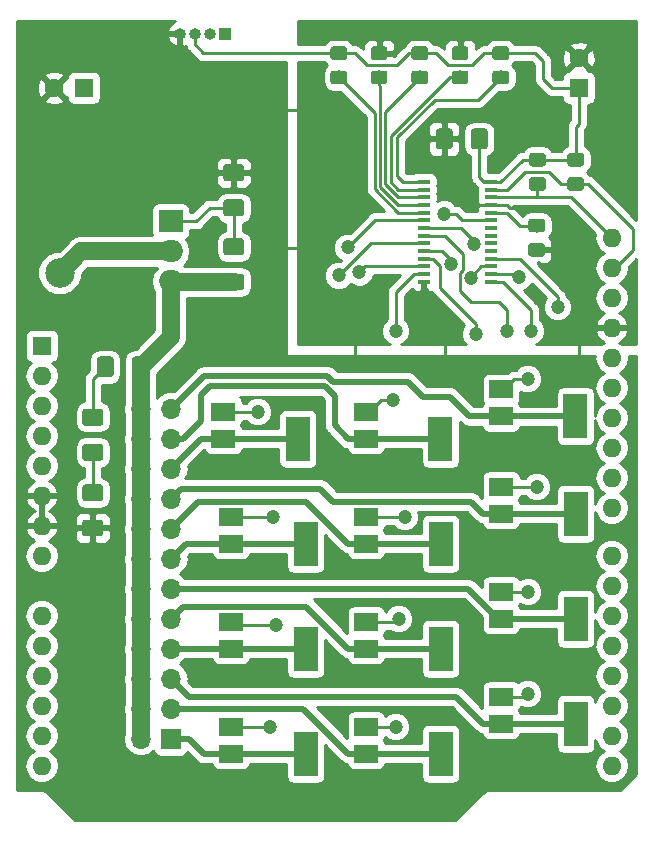
<source format=gbr>
G04 #@! TF.GenerationSoftware,KiCad,Pcbnew,5.0.2-bee76a0~70~ubuntu18.04.1*
G04 #@! TF.CreationDate,2019-02-08T11:17:56-07:00*
G04 #@! TF.ProjectId,driver,64726976-6572-42e6-9b69-6361645f7063,rev?*
G04 #@! TF.SameCoordinates,Original*
G04 #@! TF.FileFunction,Copper,L1,Top*
G04 #@! TF.FilePolarity,Positive*
%FSLAX46Y46*%
G04 Gerber Fmt 4.6, Leading zero omitted, Abs format (unit mm)*
G04 Created by KiCad (PCBNEW 5.0.2-bee76a0~70~ubuntu18.04.1) date Fri 08 Feb 2019 11:17:56 AM MST*
%MOMM*%
%LPD*%
G01*
G04 APERTURE LIST*
G04 #@! TA.AperFunction,ComponentPad*
%ADD10O,1.600000X1.600000*%
G04 #@! TD*
G04 #@! TA.AperFunction,ComponentPad*
%ADD11R,1.600000X1.600000*%
G04 #@! TD*
G04 #@! TA.AperFunction,ComponentPad*
%ADD12R,2.000000X1.905000*%
G04 #@! TD*
G04 #@! TA.AperFunction,ComponentPad*
%ADD13O,2.000000X1.905000*%
G04 #@! TD*
G04 #@! TA.AperFunction,SMDPad,CuDef*
%ADD14R,1.100000X0.400000*%
G04 #@! TD*
G04 #@! TA.AperFunction,ComponentPad*
%ADD15R,2.500000X2.500000*%
G04 #@! TD*
G04 #@! TA.AperFunction,ComponentPad*
%ADD16C,2.500000*%
G04 #@! TD*
G04 #@! TA.AperFunction,Conductor*
%ADD17C,0.100000*%
G04 #@! TD*
G04 #@! TA.AperFunction,SMDPad,CuDef*
%ADD18C,1.150000*%
G04 #@! TD*
G04 #@! TA.AperFunction,ComponentPad*
%ADD19R,1.700000X1.700000*%
G04 #@! TD*
G04 #@! TA.AperFunction,ComponentPad*
%ADD20O,1.700000X1.700000*%
G04 #@! TD*
G04 #@! TA.AperFunction,SMDPad,CuDef*
%ADD21R,2.000000X1.500000*%
G04 #@! TD*
G04 #@! TA.AperFunction,SMDPad,CuDef*
%ADD22R,2.000000X3.800000*%
G04 #@! TD*
G04 #@! TA.AperFunction,SMDPad,CuDef*
%ADD23C,1.425000*%
G04 #@! TD*
G04 #@! TA.AperFunction,ComponentPad*
%ADD24C,1.600000*%
G04 #@! TD*
G04 #@! TA.AperFunction,ComponentPad*
%ADD25R,1.000000X1.000000*%
G04 #@! TD*
G04 #@! TA.AperFunction,ComponentPad*
%ADD26O,1.000000X1.000000*%
G04 #@! TD*
G04 #@! TA.AperFunction,ViaPad*
%ADD27C,1.200000*%
G04 #@! TD*
G04 #@! TA.AperFunction,Conductor*
%ADD28C,0.254000*%
G04 #@! TD*
G04 #@! TA.AperFunction,Conductor*
%ADD29C,0.508000*%
G04 #@! TD*
G04 #@! TA.AperFunction,Conductor*
%ADD30C,1.500000*%
G04 #@! TD*
G04 APERTURE END LIST*
D10*
G04 #@! TO.P,A1,32*
G04 #@! TO.N,/SCL*
X126238000Y-92206000D03*
G04 #@! TO.P,A1,31*
G04 #@! TO.N,/SDA*
X126238000Y-94746000D03*
D11*
G04 #@! TO.P,A1,1*
G04 #@! TO.N,Net-(A1-Pad1)*
X77978000Y-101346000D03*
D10*
G04 #@! TO.P,A1,17*
G04 #@! TO.N,Net-(A1-Pad17)*
X126238000Y-131826000D03*
G04 #@! TO.P,A1,2*
G04 #@! TO.N,Net-(A1-Pad2)*
X77978000Y-103886000D03*
G04 #@! TO.P,A1,18*
G04 #@! TO.N,Net-(A1-Pad18)*
X126238000Y-129286000D03*
G04 #@! TO.P,A1,3*
G04 #@! TO.N,Net-(A1-Pad3)*
X77978000Y-106426000D03*
G04 #@! TO.P,A1,19*
G04 #@! TO.N,Net-(A1-Pad19)*
X126238000Y-126746000D03*
G04 #@! TO.P,A1,4*
G04 #@! TO.N,Net-(A1-Pad4)*
X77978000Y-108966000D03*
G04 #@! TO.P,A1,20*
G04 #@! TO.N,Net-(A1-Pad20)*
X126238000Y-124206000D03*
G04 #@! TO.P,A1,5*
G04 #@! TO.N,VCC*
X77978000Y-111506000D03*
G04 #@! TO.P,A1,21*
G04 #@! TO.N,Net-(A1-Pad21)*
X126238000Y-121666000D03*
G04 #@! TO.P,A1,6*
G04 #@! TO.N,GND*
X77978000Y-114046000D03*
G04 #@! TO.P,A1,22*
G04 #@! TO.N,Net-(A1-Pad22)*
X126238000Y-119126000D03*
G04 #@! TO.P,A1,7*
G04 #@! TO.N,GND*
X77978000Y-116586000D03*
G04 #@! TO.P,A1,23*
G04 #@! TO.N,Net-(A1-Pad23)*
X126238000Y-115066000D03*
G04 #@! TO.P,A1,8*
G04 #@! TO.N,Net-(A1-Pad8)*
X77978000Y-119126000D03*
G04 #@! TO.P,A1,24*
G04 #@! TO.N,Net-(A1-Pad24)*
X126238000Y-112526000D03*
G04 #@! TO.P,A1,9*
G04 #@! TO.N,Net-(A1-Pad9)*
X77978000Y-124206000D03*
G04 #@! TO.P,A1,25*
G04 #@! TO.N,Net-(A1-Pad25)*
X126238000Y-109986000D03*
G04 #@! TO.P,A1,10*
G04 #@! TO.N,Net-(A1-Pad10)*
X77978000Y-126746000D03*
G04 #@! TO.P,A1,26*
G04 #@! TO.N,Net-(A1-Pad26)*
X126238000Y-107446000D03*
G04 #@! TO.P,A1,11*
G04 #@! TO.N,Net-(A1-Pad11)*
X77978000Y-129286000D03*
G04 #@! TO.P,A1,27*
G04 #@! TO.N,Net-(A1-Pad27)*
X126238000Y-104906000D03*
G04 #@! TO.P,A1,12*
G04 #@! TO.N,/~OE*
X77978000Y-131826000D03*
G04 #@! TO.P,A1,28*
G04 #@! TO.N,Net-(A1-Pad28)*
X126238000Y-102366000D03*
G04 #@! TO.P,A1,13*
G04 #@! TO.N,Net-(A1-Pad13)*
X77978000Y-134366000D03*
G04 #@! TO.P,A1,29*
G04 #@! TO.N,GND*
X126238000Y-99826000D03*
G04 #@! TO.P,A1,14*
G04 #@! TO.N,Net-(A1-Pad14)*
X77978000Y-136906000D03*
G04 #@! TO.P,A1,30*
G04 #@! TO.N,Net-(A1-Pad30)*
X126238000Y-97286000D03*
G04 #@! TO.P,A1,15*
G04 #@! TO.N,Net-(A1-Pad15)*
X126238000Y-136906000D03*
G04 #@! TO.P,A1,16*
G04 #@! TO.N,Net-(A1-Pad16)*
X126238000Y-134366000D03*
G04 #@! TD*
D12*
G04 #@! TO.P,Q1,1*
G04 #@! TO.N,Net-(Q1-Pad1)*
X88900000Y-90805000D03*
D13*
G04 #@! TO.P,Q1,2*
G04 #@! TO.N,/input_hicurrent*
X88900000Y-93345000D03*
G04 #@! TO.P,Q1,3*
G04 #@! TO.N,28V*
X88900000Y-95885000D03*
G04 #@! TD*
D14*
G04 #@! TO.P,U1,1*
G04 #@! TO.N,Net-(R26-Pad1)*
X110307000Y-87469000D03*
G04 #@! TO.P,U1,2*
G04 #@! TO.N,Net-(R25-Pad1)*
X110307000Y-88119000D03*
G04 #@! TO.P,U1,3*
G04 #@! TO.N,Net-(R24-Pad1)*
X110307000Y-88769000D03*
G04 #@! TO.P,U1,4*
G04 #@! TO.N,Net-(R23-Pad1)*
X110307000Y-89419000D03*
G04 #@! TO.P,U1,5*
G04 #@! TO.N,Net-(R22-Pad1)*
X110307000Y-90069000D03*
G04 #@! TO.P,U1,6*
G04 #@! TO.N,/PWM0*
X110307000Y-90719000D03*
G04 #@! TO.P,U1,7*
G04 #@! TO.N,/PWM1*
X110307000Y-91369000D03*
G04 #@! TO.P,U1,8*
G04 #@! TO.N,/PWM2*
X110307000Y-92019000D03*
G04 #@! TO.P,U1,9*
G04 #@! TO.N,/PWM3*
X110307000Y-92669000D03*
G04 #@! TO.P,U1,10*
G04 #@! TO.N,/PWM4*
X110307000Y-93319000D03*
G04 #@! TO.P,U1,11*
G04 #@! TO.N,/PWM5*
X110307000Y-93969000D03*
G04 #@! TO.P,U1,12*
G04 #@! TO.N,/PWM6*
X110307000Y-94619000D03*
G04 #@! TO.P,U1,13*
G04 #@! TO.N,/PWM7*
X110307000Y-95269000D03*
G04 #@! TO.P,U1,14*
G04 #@! TO.N,GND*
X110307000Y-95919000D03*
G04 #@! TO.P,U1,15*
G04 #@! TO.N,/PWM8*
X116007000Y-95919000D03*
G04 #@! TO.P,U1,16*
G04 #@! TO.N,/PWM9*
X116007000Y-95269000D03*
G04 #@! TO.P,U1,17*
G04 #@! TO.N,/PWM10*
X116007000Y-94619000D03*
G04 #@! TO.P,U1,18*
G04 #@! TO.N,/PWM11*
X116007000Y-93969000D03*
G04 #@! TO.P,U1,19*
G04 #@! TO.N,Net-(U1-Pad19)*
X116007000Y-93319000D03*
G04 #@! TO.P,U1,20*
G04 #@! TO.N,Net-(U1-Pad20)*
X116007000Y-92669000D03*
G04 #@! TO.P,U1,21*
G04 #@! TO.N,Net-(U1-Pad21)*
X116007000Y-92019000D03*
G04 #@! TO.P,U1,22*
G04 #@! TO.N,Net-(U1-Pad22)*
X116007000Y-91369000D03*
G04 #@! TO.P,U1,23*
G04 #@! TO.N,/~OE*
X116007000Y-90719000D03*
G04 #@! TO.P,U1,24*
G04 #@! TO.N,Net-(R1-Pad1)*
X116007000Y-90069000D03*
G04 #@! TO.P,U1,25*
G04 #@! TO.N,GND*
X116007000Y-89419000D03*
G04 #@! TO.P,U1,26*
G04 #@! TO.N,/SCL*
X116007000Y-88769000D03*
G04 #@! TO.P,U1,27*
G04 #@! TO.N,/SDA*
X116007000Y-88119000D03*
G04 #@! TO.P,U1,28*
G04 #@! TO.N,VCC*
X116007000Y-87469000D03*
G04 #@! TD*
D15*
G04 #@! TO.P,J1,1*
G04 #@! TO.N,GND*
X79502000Y-90170000D03*
D16*
G04 #@! TO.P,J1,2*
G04 #@! TO.N,/input_hicurrent*
X79502000Y-95170000D03*
G04 #@! TD*
D17*
G04 #@! TO.N,VCC*
G04 #@! TO.C,R22*
G36*
X103598505Y-75989204D02*
X103622773Y-75992804D01*
X103646572Y-75998765D01*
X103669671Y-76007030D01*
X103691850Y-76017520D01*
X103712893Y-76030132D01*
X103732599Y-76044747D01*
X103750777Y-76061223D01*
X103767253Y-76079401D01*
X103781868Y-76099107D01*
X103794480Y-76120150D01*
X103804970Y-76142329D01*
X103813235Y-76165428D01*
X103819196Y-76189227D01*
X103822796Y-76213495D01*
X103824000Y-76237999D01*
X103824000Y-76888001D01*
X103822796Y-76912505D01*
X103819196Y-76936773D01*
X103813235Y-76960572D01*
X103804970Y-76983671D01*
X103794480Y-77005850D01*
X103781868Y-77026893D01*
X103767253Y-77046599D01*
X103750777Y-77064777D01*
X103732599Y-77081253D01*
X103712893Y-77095868D01*
X103691850Y-77108480D01*
X103669671Y-77118970D01*
X103646572Y-77127235D01*
X103622773Y-77133196D01*
X103598505Y-77136796D01*
X103574001Y-77138000D01*
X102673999Y-77138000D01*
X102649495Y-77136796D01*
X102625227Y-77133196D01*
X102601428Y-77127235D01*
X102578329Y-77118970D01*
X102556150Y-77108480D01*
X102535107Y-77095868D01*
X102515401Y-77081253D01*
X102497223Y-77064777D01*
X102480747Y-77046599D01*
X102466132Y-77026893D01*
X102453520Y-77005850D01*
X102443030Y-76983671D01*
X102434765Y-76960572D01*
X102428804Y-76936773D01*
X102425204Y-76912505D01*
X102424000Y-76888001D01*
X102424000Y-76237999D01*
X102425204Y-76213495D01*
X102428804Y-76189227D01*
X102434765Y-76165428D01*
X102443030Y-76142329D01*
X102453520Y-76120150D01*
X102466132Y-76099107D01*
X102480747Y-76079401D01*
X102497223Y-76061223D01*
X102515401Y-76044747D01*
X102535107Y-76030132D01*
X102556150Y-76017520D01*
X102578329Y-76007030D01*
X102601428Y-75998765D01*
X102625227Y-75992804D01*
X102649495Y-75989204D01*
X102673999Y-75988000D01*
X103574001Y-75988000D01*
X103598505Y-75989204D01*
X103598505Y-75989204D01*
G37*
D18*
G04 #@! TD*
G04 #@! TO.P,R22,2*
G04 #@! TO.N,VCC*
X103124000Y-76563000D03*
D17*
G04 #@! TO.N,Net-(R22-Pad1)*
G04 #@! TO.C,R22*
G36*
X103598505Y-78039204D02*
X103622773Y-78042804D01*
X103646572Y-78048765D01*
X103669671Y-78057030D01*
X103691850Y-78067520D01*
X103712893Y-78080132D01*
X103732599Y-78094747D01*
X103750777Y-78111223D01*
X103767253Y-78129401D01*
X103781868Y-78149107D01*
X103794480Y-78170150D01*
X103804970Y-78192329D01*
X103813235Y-78215428D01*
X103819196Y-78239227D01*
X103822796Y-78263495D01*
X103824000Y-78287999D01*
X103824000Y-78938001D01*
X103822796Y-78962505D01*
X103819196Y-78986773D01*
X103813235Y-79010572D01*
X103804970Y-79033671D01*
X103794480Y-79055850D01*
X103781868Y-79076893D01*
X103767253Y-79096599D01*
X103750777Y-79114777D01*
X103732599Y-79131253D01*
X103712893Y-79145868D01*
X103691850Y-79158480D01*
X103669671Y-79168970D01*
X103646572Y-79177235D01*
X103622773Y-79183196D01*
X103598505Y-79186796D01*
X103574001Y-79188000D01*
X102673999Y-79188000D01*
X102649495Y-79186796D01*
X102625227Y-79183196D01*
X102601428Y-79177235D01*
X102578329Y-79168970D01*
X102556150Y-79158480D01*
X102535107Y-79145868D01*
X102515401Y-79131253D01*
X102497223Y-79114777D01*
X102480747Y-79096599D01*
X102466132Y-79076893D01*
X102453520Y-79055850D01*
X102443030Y-79033671D01*
X102434765Y-79010572D01*
X102428804Y-78986773D01*
X102425204Y-78962505D01*
X102424000Y-78938001D01*
X102424000Y-78287999D01*
X102425204Y-78263495D01*
X102428804Y-78239227D01*
X102434765Y-78215428D01*
X102443030Y-78192329D01*
X102453520Y-78170150D01*
X102466132Y-78149107D01*
X102480747Y-78129401D01*
X102497223Y-78111223D01*
X102515401Y-78094747D01*
X102535107Y-78080132D01*
X102556150Y-78067520D01*
X102578329Y-78057030D01*
X102601428Y-78048765D01*
X102625227Y-78042804D01*
X102649495Y-78039204D01*
X102673999Y-78038000D01*
X103574001Y-78038000D01*
X103598505Y-78039204D01*
X103598505Y-78039204D01*
G37*
D18*
G04 #@! TD*
G04 #@! TO.P,R22,1*
G04 #@! TO.N,Net-(R22-Pad1)*
X103124000Y-78613000D03*
D17*
G04 #@! TO.N,GND*
G04 #@! TO.C,R23*
G36*
X107027505Y-75989204D02*
X107051773Y-75992804D01*
X107075572Y-75998765D01*
X107098671Y-76007030D01*
X107120850Y-76017520D01*
X107141893Y-76030132D01*
X107161599Y-76044747D01*
X107179777Y-76061223D01*
X107196253Y-76079401D01*
X107210868Y-76099107D01*
X107223480Y-76120150D01*
X107233970Y-76142329D01*
X107242235Y-76165428D01*
X107248196Y-76189227D01*
X107251796Y-76213495D01*
X107253000Y-76237999D01*
X107253000Y-76888001D01*
X107251796Y-76912505D01*
X107248196Y-76936773D01*
X107242235Y-76960572D01*
X107233970Y-76983671D01*
X107223480Y-77005850D01*
X107210868Y-77026893D01*
X107196253Y-77046599D01*
X107179777Y-77064777D01*
X107161599Y-77081253D01*
X107141893Y-77095868D01*
X107120850Y-77108480D01*
X107098671Y-77118970D01*
X107075572Y-77127235D01*
X107051773Y-77133196D01*
X107027505Y-77136796D01*
X107003001Y-77138000D01*
X106102999Y-77138000D01*
X106078495Y-77136796D01*
X106054227Y-77133196D01*
X106030428Y-77127235D01*
X106007329Y-77118970D01*
X105985150Y-77108480D01*
X105964107Y-77095868D01*
X105944401Y-77081253D01*
X105926223Y-77064777D01*
X105909747Y-77046599D01*
X105895132Y-77026893D01*
X105882520Y-77005850D01*
X105872030Y-76983671D01*
X105863765Y-76960572D01*
X105857804Y-76936773D01*
X105854204Y-76912505D01*
X105853000Y-76888001D01*
X105853000Y-76237999D01*
X105854204Y-76213495D01*
X105857804Y-76189227D01*
X105863765Y-76165428D01*
X105872030Y-76142329D01*
X105882520Y-76120150D01*
X105895132Y-76099107D01*
X105909747Y-76079401D01*
X105926223Y-76061223D01*
X105944401Y-76044747D01*
X105964107Y-76030132D01*
X105985150Y-76017520D01*
X106007329Y-76007030D01*
X106030428Y-75998765D01*
X106054227Y-75992804D01*
X106078495Y-75989204D01*
X106102999Y-75988000D01*
X107003001Y-75988000D01*
X107027505Y-75989204D01*
X107027505Y-75989204D01*
G37*
D18*
G04 #@! TD*
G04 #@! TO.P,R23,2*
G04 #@! TO.N,GND*
X106553000Y-76563000D03*
D17*
G04 #@! TO.N,Net-(R23-Pad1)*
G04 #@! TO.C,R23*
G36*
X107027505Y-78039204D02*
X107051773Y-78042804D01*
X107075572Y-78048765D01*
X107098671Y-78057030D01*
X107120850Y-78067520D01*
X107141893Y-78080132D01*
X107161599Y-78094747D01*
X107179777Y-78111223D01*
X107196253Y-78129401D01*
X107210868Y-78149107D01*
X107223480Y-78170150D01*
X107233970Y-78192329D01*
X107242235Y-78215428D01*
X107248196Y-78239227D01*
X107251796Y-78263495D01*
X107253000Y-78287999D01*
X107253000Y-78938001D01*
X107251796Y-78962505D01*
X107248196Y-78986773D01*
X107242235Y-79010572D01*
X107233970Y-79033671D01*
X107223480Y-79055850D01*
X107210868Y-79076893D01*
X107196253Y-79096599D01*
X107179777Y-79114777D01*
X107161599Y-79131253D01*
X107141893Y-79145868D01*
X107120850Y-79158480D01*
X107098671Y-79168970D01*
X107075572Y-79177235D01*
X107051773Y-79183196D01*
X107027505Y-79186796D01*
X107003001Y-79188000D01*
X106102999Y-79188000D01*
X106078495Y-79186796D01*
X106054227Y-79183196D01*
X106030428Y-79177235D01*
X106007329Y-79168970D01*
X105985150Y-79158480D01*
X105964107Y-79145868D01*
X105944401Y-79131253D01*
X105926223Y-79114777D01*
X105909747Y-79096599D01*
X105895132Y-79076893D01*
X105882520Y-79055850D01*
X105872030Y-79033671D01*
X105863765Y-79010572D01*
X105857804Y-78986773D01*
X105854204Y-78962505D01*
X105853000Y-78938001D01*
X105853000Y-78287999D01*
X105854204Y-78263495D01*
X105857804Y-78239227D01*
X105863765Y-78215428D01*
X105872030Y-78192329D01*
X105882520Y-78170150D01*
X105895132Y-78149107D01*
X105909747Y-78129401D01*
X105926223Y-78111223D01*
X105944401Y-78094747D01*
X105964107Y-78080132D01*
X105985150Y-78067520D01*
X106007329Y-78057030D01*
X106030428Y-78048765D01*
X106054227Y-78042804D01*
X106078495Y-78039204D01*
X106102999Y-78038000D01*
X107003001Y-78038000D01*
X107027505Y-78039204D01*
X107027505Y-78039204D01*
G37*
D18*
G04 #@! TD*
G04 #@! TO.P,R23,1*
G04 #@! TO.N,Net-(R23-Pad1)*
X106553000Y-78613000D03*
D17*
G04 #@! TO.N,Net-(R24-Pad1)*
G04 #@! TO.C,R24*
G36*
X110456505Y-78039204D02*
X110480773Y-78042804D01*
X110504572Y-78048765D01*
X110527671Y-78057030D01*
X110549850Y-78067520D01*
X110570893Y-78080132D01*
X110590599Y-78094747D01*
X110608777Y-78111223D01*
X110625253Y-78129401D01*
X110639868Y-78149107D01*
X110652480Y-78170150D01*
X110662970Y-78192329D01*
X110671235Y-78215428D01*
X110677196Y-78239227D01*
X110680796Y-78263495D01*
X110682000Y-78287999D01*
X110682000Y-78938001D01*
X110680796Y-78962505D01*
X110677196Y-78986773D01*
X110671235Y-79010572D01*
X110662970Y-79033671D01*
X110652480Y-79055850D01*
X110639868Y-79076893D01*
X110625253Y-79096599D01*
X110608777Y-79114777D01*
X110590599Y-79131253D01*
X110570893Y-79145868D01*
X110549850Y-79158480D01*
X110527671Y-79168970D01*
X110504572Y-79177235D01*
X110480773Y-79183196D01*
X110456505Y-79186796D01*
X110432001Y-79188000D01*
X109531999Y-79188000D01*
X109507495Y-79186796D01*
X109483227Y-79183196D01*
X109459428Y-79177235D01*
X109436329Y-79168970D01*
X109414150Y-79158480D01*
X109393107Y-79145868D01*
X109373401Y-79131253D01*
X109355223Y-79114777D01*
X109338747Y-79096599D01*
X109324132Y-79076893D01*
X109311520Y-79055850D01*
X109301030Y-79033671D01*
X109292765Y-79010572D01*
X109286804Y-78986773D01*
X109283204Y-78962505D01*
X109282000Y-78938001D01*
X109282000Y-78287999D01*
X109283204Y-78263495D01*
X109286804Y-78239227D01*
X109292765Y-78215428D01*
X109301030Y-78192329D01*
X109311520Y-78170150D01*
X109324132Y-78149107D01*
X109338747Y-78129401D01*
X109355223Y-78111223D01*
X109373401Y-78094747D01*
X109393107Y-78080132D01*
X109414150Y-78067520D01*
X109436329Y-78057030D01*
X109459428Y-78048765D01*
X109483227Y-78042804D01*
X109507495Y-78039204D01*
X109531999Y-78038000D01*
X110432001Y-78038000D01*
X110456505Y-78039204D01*
X110456505Y-78039204D01*
G37*
D18*
G04 #@! TD*
G04 #@! TO.P,R24,1*
G04 #@! TO.N,Net-(R24-Pad1)*
X109982000Y-78613000D03*
D17*
G04 #@! TO.N,VCC*
G04 #@! TO.C,R24*
G36*
X110456505Y-75989204D02*
X110480773Y-75992804D01*
X110504572Y-75998765D01*
X110527671Y-76007030D01*
X110549850Y-76017520D01*
X110570893Y-76030132D01*
X110590599Y-76044747D01*
X110608777Y-76061223D01*
X110625253Y-76079401D01*
X110639868Y-76099107D01*
X110652480Y-76120150D01*
X110662970Y-76142329D01*
X110671235Y-76165428D01*
X110677196Y-76189227D01*
X110680796Y-76213495D01*
X110682000Y-76237999D01*
X110682000Y-76888001D01*
X110680796Y-76912505D01*
X110677196Y-76936773D01*
X110671235Y-76960572D01*
X110662970Y-76983671D01*
X110652480Y-77005850D01*
X110639868Y-77026893D01*
X110625253Y-77046599D01*
X110608777Y-77064777D01*
X110590599Y-77081253D01*
X110570893Y-77095868D01*
X110549850Y-77108480D01*
X110527671Y-77118970D01*
X110504572Y-77127235D01*
X110480773Y-77133196D01*
X110456505Y-77136796D01*
X110432001Y-77138000D01*
X109531999Y-77138000D01*
X109507495Y-77136796D01*
X109483227Y-77133196D01*
X109459428Y-77127235D01*
X109436329Y-77118970D01*
X109414150Y-77108480D01*
X109393107Y-77095868D01*
X109373401Y-77081253D01*
X109355223Y-77064777D01*
X109338747Y-77046599D01*
X109324132Y-77026893D01*
X109311520Y-77005850D01*
X109301030Y-76983671D01*
X109292765Y-76960572D01*
X109286804Y-76936773D01*
X109283204Y-76912505D01*
X109282000Y-76888001D01*
X109282000Y-76237999D01*
X109283204Y-76213495D01*
X109286804Y-76189227D01*
X109292765Y-76165428D01*
X109301030Y-76142329D01*
X109311520Y-76120150D01*
X109324132Y-76099107D01*
X109338747Y-76079401D01*
X109355223Y-76061223D01*
X109373401Y-76044747D01*
X109393107Y-76030132D01*
X109414150Y-76017520D01*
X109436329Y-76007030D01*
X109459428Y-75998765D01*
X109483227Y-75992804D01*
X109507495Y-75989204D01*
X109531999Y-75988000D01*
X110432001Y-75988000D01*
X110456505Y-75989204D01*
X110456505Y-75989204D01*
G37*
D18*
G04 #@! TD*
G04 #@! TO.P,R24,2*
G04 #@! TO.N,VCC*
X109982000Y-76563000D03*
D17*
G04 #@! TO.N,Net-(R25-Pad1)*
G04 #@! TO.C,R25*
G36*
X113885505Y-78039204D02*
X113909773Y-78042804D01*
X113933572Y-78048765D01*
X113956671Y-78057030D01*
X113978850Y-78067520D01*
X113999893Y-78080132D01*
X114019599Y-78094747D01*
X114037777Y-78111223D01*
X114054253Y-78129401D01*
X114068868Y-78149107D01*
X114081480Y-78170150D01*
X114091970Y-78192329D01*
X114100235Y-78215428D01*
X114106196Y-78239227D01*
X114109796Y-78263495D01*
X114111000Y-78287999D01*
X114111000Y-78938001D01*
X114109796Y-78962505D01*
X114106196Y-78986773D01*
X114100235Y-79010572D01*
X114091970Y-79033671D01*
X114081480Y-79055850D01*
X114068868Y-79076893D01*
X114054253Y-79096599D01*
X114037777Y-79114777D01*
X114019599Y-79131253D01*
X113999893Y-79145868D01*
X113978850Y-79158480D01*
X113956671Y-79168970D01*
X113933572Y-79177235D01*
X113909773Y-79183196D01*
X113885505Y-79186796D01*
X113861001Y-79188000D01*
X112960999Y-79188000D01*
X112936495Y-79186796D01*
X112912227Y-79183196D01*
X112888428Y-79177235D01*
X112865329Y-79168970D01*
X112843150Y-79158480D01*
X112822107Y-79145868D01*
X112802401Y-79131253D01*
X112784223Y-79114777D01*
X112767747Y-79096599D01*
X112753132Y-79076893D01*
X112740520Y-79055850D01*
X112730030Y-79033671D01*
X112721765Y-79010572D01*
X112715804Y-78986773D01*
X112712204Y-78962505D01*
X112711000Y-78938001D01*
X112711000Y-78287999D01*
X112712204Y-78263495D01*
X112715804Y-78239227D01*
X112721765Y-78215428D01*
X112730030Y-78192329D01*
X112740520Y-78170150D01*
X112753132Y-78149107D01*
X112767747Y-78129401D01*
X112784223Y-78111223D01*
X112802401Y-78094747D01*
X112822107Y-78080132D01*
X112843150Y-78067520D01*
X112865329Y-78057030D01*
X112888428Y-78048765D01*
X112912227Y-78042804D01*
X112936495Y-78039204D01*
X112960999Y-78038000D01*
X113861001Y-78038000D01*
X113885505Y-78039204D01*
X113885505Y-78039204D01*
G37*
D18*
G04 #@! TD*
G04 #@! TO.P,R25,1*
G04 #@! TO.N,Net-(R25-Pad1)*
X113411000Y-78613000D03*
D17*
G04 #@! TO.N,GND*
G04 #@! TO.C,R25*
G36*
X113885505Y-75989204D02*
X113909773Y-75992804D01*
X113933572Y-75998765D01*
X113956671Y-76007030D01*
X113978850Y-76017520D01*
X113999893Y-76030132D01*
X114019599Y-76044747D01*
X114037777Y-76061223D01*
X114054253Y-76079401D01*
X114068868Y-76099107D01*
X114081480Y-76120150D01*
X114091970Y-76142329D01*
X114100235Y-76165428D01*
X114106196Y-76189227D01*
X114109796Y-76213495D01*
X114111000Y-76237999D01*
X114111000Y-76888001D01*
X114109796Y-76912505D01*
X114106196Y-76936773D01*
X114100235Y-76960572D01*
X114091970Y-76983671D01*
X114081480Y-77005850D01*
X114068868Y-77026893D01*
X114054253Y-77046599D01*
X114037777Y-77064777D01*
X114019599Y-77081253D01*
X113999893Y-77095868D01*
X113978850Y-77108480D01*
X113956671Y-77118970D01*
X113933572Y-77127235D01*
X113909773Y-77133196D01*
X113885505Y-77136796D01*
X113861001Y-77138000D01*
X112960999Y-77138000D01*
X112936495Y-77136796D01*
X112912227Y-77133196D01*
X112888428Y-77127235D01*
X112865329Y-77118970D01*
X112843150Y-77108480D01*
X112822107Y-77095868D01*
X112802401Y-77081253D01*
X112784223Y-77064777D01*
X112767747Y-77046599D01*
X112753132Y-77026893D01*
X112740520Y-77005850D01*
X112730030Y-76983671D01*
X112721765Y-76960572D01*
X112715804Y-76936773D01*
X112712204Y-76912505D01*
X112711000Y-76888001D01*
X112711000Y-76237999D01*
X112712204Y-76213495D01*
X112715804Y-76189227D01*
X112721765Y-76165428D01*
X112730030Y-76142329D01*
X112740520Y-76120150D01*
X112753132Y-76099107D01*
X112767747Y-76079401D01*
X112784223Y-76061223D01*
X112802401Y-76044747D01*
X112822107Y-76030132D01*
X112843150Y-76017520D01*
X112865329Y-76007030D01*
X112888428Y-75998765D01*
X112912227Y-75992804D01*
X112936495Y-75989204D01*
X112960999Y-75988000D01*
X113861001Y-75988000D01*
X113885505Y-75989204D01*
X113885505Y-75989204D01*
G37*
D18*
G04 #@! TD*
G04 #@! TO.P,R25,2*
G04 #@! TO.N,GND*
X113411000Y-76563000D03*
D17*
G04 #@! TO.N,VCC*
G04 #@! TO.C,R26*
G36*
X117314505Y-75989204D02*
X117338773Y-75992804D01*
X117362572Y-75998765D01*
X117385671Y-76007030D01*
X117407850Y-76017520D01*
X117428893Y-76030132D01*
X117448599Y-76044747D01*
X117466777Y-76061223D01*
X117483253Y-76079401D01*
X117497868Y-76099107D01*
X117510480Y-76120150D01*
X117520970Y-76142329D01*
X117529235Y-76165428D01*
X117535196Y-76189227D01*
X117538796Y-76213495D01*
X117540000Y-76237999D01*
X117540000Y-76888001D01*
X117538796Y-76912505D01*
X117535196Y-76936773D01*
X117529235Y-76960572D01*
X117520970Y-76983671D01*
X117510480Y-77005850D01*
X117497868Y-77026893D01*
X117483253Y-77046599D01*
X117466777Y-77064777D01*
X117448599Y-77081253D01*
X117428893Y-77095868D01*
X117407850Y-77108480D01*
X117385671Y-77118970D01*
X117362572Y-77127235D01*
X117338773Y-77133196D01*
X117314505Y-77136796D01*
X117290001Y-77138000D01*
X116389999Y-77138000D01*
X116365495Y-77136796D01*
X116341227Y-77133196D01*
X116317428Y-77127235D01*
X116294329Y-77118970D01*
X116272150Y-77108480D01*
X116251107Y-77095868D01*
X116231401Y-77081253D01*
X116213223Y-77064777D01*
X116196747Y-77046599D01*
X116182132Y-77026893D01*
X116169520Y-77005850D01*
X116159030Y-76983671D01*
X116150765Y-76960572D01*
X116144804Y-76936773D01*
X116141204Y-76912505D01*
X116140000Y-76888001D01*
X116140000Y-76237999D01*
X116141204Y-76213495D01*
X116144804Y-76189227D01*
X116150765Y-76165428D01*
X116159030Y-76142329D01*
X116169520Y-76120150D01*
X116182132Y-76099107D01*
X116196747Y-76079401D01*
X116213223Y-76061223D01*
X116231401Y-76044747D01*
X116251107Y-76030132D01*
X116272150Y-76017520D01*
X116294329Y-76007030D01*
X116317428Y-75998765D01*
X116341227Y-75992804D01*
X116365495Y-75989204D01*
X116389999Y-75988000D01*
X117290001Y-75988000D01*
X117314505Y-75989204D01*
X117314505Y-75989204D01*
G37*
D18*
G04 #@! TD*
G04 #@! TO.P,R26,2*
G04 #@! TO.N,VCC*
X116840000Y-76563000D03*
D17*
G04 #@! TO.N,Net-(R26-Pad1)*
G04 #@! TO.C,R26*
G36*
X117314505Y-78039204D02*
X117338773Y-78042804D01*
X117362572Y-78048765D01*
X117385671Y-78057030D01*
X117407850Y-78067520D01*
X117428893Y-78080132D01*
X117448599Y-78094747D01*
X117466777Y-78111223D01*
X117483253Y-78129401D01*
X117497868Y-78149107D01*
X117510480Y-78170150D01*
X117520970Y-78192329D01*
X117529235Y-78215428D01*
X117535196Y-78239227D01*
X117538796Y-78263495D01*
X117540000Y-78287999D01*
X117540000Y-78938001D01*
X117538796Y-78962505D01*
X117535196Y-78986773D01*
X117529235Y-79010572D01*
X117520970Y-79033671D01*
X117510480Y-79055850D01*
X117497868Y-79076893D01*
X117483253Y-79096599D01*
X117466777Y-79114777D01*
X117448599Y-79131253D01*
X117428893Y-79145868D01*
X117407850Y-79158480D01*
X117385671Y-79168970D01*
X117362572Y-79177235D01*
X117338773Y-79183196D01*
X117314505Y-79186796D01*
X117290001Y-79188000D01*
X116389999Y-79188000D01*
X116365495Y-79186796D01*
X116341227Y-79183196D01*
X116317428Y-79177235D01*
X116294329Y-79168970D01*
X116272150Y-79158480D01*
X116251107Y-79145868D01*
X116231401Y-79131253D01*
X116213223Y-79114777D01*
X116196747Y-79096599D01*
X116182132Y-79076893D01*
X116169520Y-79055850D01*
X116159030Y-79033671D01*
X116150765Y-79010572D01*
X116144804Y-78986773D01*
X116141204Y-78962505D01*
X116140000Y-78938001D01*
X116140000Y-78287999D01*
X116141204Y-78263495D01*
X116144804Y-78239227D01*
X116150765Y-78215428D01*
X116159030Y-78192329D01*
X116169520Y-78170150D01*
X116182132Y-78149107D01*
X116196747Y-78129401D01*
X116213223Y-78111223D01*
X116231401Y-78094747D01*
X116251107Y-78080132D01*
X116272150Y-78067520D01*
X116294329Y-78057030D01*
X116317428Y-78048765D01*
X116341227Y-78042804D01*
X116365495Y-78039204D01*
X116389999Y-78038000D01*
X117290001Y-78038000D01*
X117314505Y-78039204D01*
X117314505Y-78039204D01*
G37*
D18*
G04 #@! TD*
G04 #@! TO.P,R26,1*
G04 #@! TO.N,Net-(R26-Pad1)*
X116840000Y-78613000D03*
D19*
G04 #@! TO.P,J2,1*
G04 #@! TO.N,PWR_CH0*
X88900000Y-134620000D03*
D20*
G04 #@! TO.P,J2,2*
G04 #@! TO.N,28V*
X86360000Y-134620000D03*
G04 #@! TO.P,J2,3*
G04 #@! TO.N,PWR_CH1*
X88900000Y-132080000D03*
G04 #@! TO.P,J2,4*
G04 #@! TO.N,28V*
X86360000Y-132080000D03*
G04 #@! TO.P,J2,5*
G04 #@! TO.N,PWR_CH2*
X88900000Y-129540000D03*
G04 #@! TO.P,J2,6*
G04 #@! TO.N,28V*
X86360000Y-129540000D03*
G04 #@! TO.P,J2,7*
G04 #@! TO.N,PWR_CH3*
X88900000Y-127000000D03*
G04 #@! TO.P,J2,8*
G04 #@! TO.N,28V*
X86360000Y-127000000D03*
G04 #@! TO.P,J2,9*
G04 #@! TO.N,PWR_CH4*
X88900000Y-124460000D03*
G04 #@! TO.P,J2,10*
G04 #@! TO.N,28V*
X86360000Y-124460000D03*
G04 #@! TO.P,J2,11*
G04 #@! TO.N,PWR_CH5*
X88900000Y-121920000D03*
G04 #@! TO.P,J2,12*
G04 #@! TO.N,28V*
X86360000Y-121920000D03*
G04 #@! TO.P,J2,13*
G04 #@! TO.N,PWR_CH6*
X88900000Y-119380000D03*
G04 #@! TO.P,J2,14*
G04 #@! TO.N,28V*
X86360000Y-119380000D03*
G04 #@! TO.P,J2,15*
G04 #@! TO.N,PWR_CH7*
X88900000Y-116840000D03*
G04 #@! TO.P,J2,16*
G04 #@! TO.N,28V*
X86360000Y-116840000D03*
G04 #@! TO.P,J2,17*
G04 #@! TO.N,PWR_CH8*
X88900000Y-114300000D03*
G04 #@! TO.P,J2,18*
G04 #@! TO.N,28V*
X86360000Y-114300000D03*
G04 #@! TO.P,J2,19*
G04 #@! TO.N,PWR_CH9*
X88900000Y-111760000D03*
G04 #@! TO.P,J2,20*
G04 #@! TO.N,28V*
X86360000Y-111760000D03*
G04 #@! TO.P,J2,21*
G04 #@! TO.N,PWR_CH10*
X88900000Y-109220000D03*
G04 #@! TO.P,J2,22*
G04 #@! TO.N,28V*
X86360000Y-109220000D03*
G04 #@! TO.P,J2,23*
G04 #@! TO.N,PWR_CH11*
X88900000Y-106680000D03*
G04 #@! TO.P,J2,24*
G04 #@! TO.N,28V*
X86360000Y-106680000D03*
G04 #@! TD*
D21*
G04 #@! TO.P,Q5,1*
G04 #@! TO.N,/PWM11*
X116865000Y-105015000D03*
G04 #@! TO.P,Q5,3*
G04 #@! TO.N,GND*
X116865000Y-109615000D03*
G04 #@! TO.P,Q5,2*
G04 #@! TO.N,PWR_CH11*
X116865000Y-107315000D03*
D22*
G04 #@! TO.P,Q5,4*
X123165000Y-107315000D03*
G04 #@! TD*
G04 #@! TO.P,Q6,4*
G04 #@! TO.N,PWR_CH10*
X111735000Y-109220000D03*
D21*
G04 #@! TO.P,Q6,2*
X105435000Y-109220000D03*
G04 #@! TO.P,Q6,3*
G04 #@! TO.N,GND*
X105435000Y-111520000D03*
G04 #@! TO.P,Q6,1*
G04 #@! TO.N,/PWM10*
X105435000Y-106920000D03*
G04 #@! TD*
G04 #@! TO.P,Q7,1*
G04 #@! TO.N,/PWM9*
X93370000Y-106920000D03*
G04 #@! TO.P,Q7,3*
G04 #@! TO.N,GND*
X93370000Y-111520000D03*
G04 #@! TO.P,Q7,2*
G04 #@! TO.N,PWR_CH9*
X93370000Y-109220000D03*
D22*
G04 #@! TO.P,Q7,4*
X99670000Y-109220000D03*
G04 #@! TD*
G04 #@! TO.P,Q8,4*
G04 #@! TO.N,PWR_CH8*
X123190000Y-115570000D03*
D21*
G04 #@! TO.P,Q8,2*
X116890000Y-115570000D03*
G04 #@! TO.P,Q8,3*
G04 #@! TO.N,GND*
X116890000Y-117870000D03*
G04 #@! TO.P,Q8,1*
G04 #@! TO.N,/PWM8*
X116890000Y-113270000D03*
G04 #@! TD*
G04 #@! TO.P,Q9,1*
G04 #@! TO.N,/PWM7*
X105460000Y-115810000D03*
G04 #@! TO.P,Q9,3*
G04 #@! TO.N,GND*
X105460000Y-120410000D03*
G04 #@! TO.P,Q9,2*
G04 #@! TO.N,PWR_CH7*
X105460000Y-118110000D03*
D22*
G04 #@! TO.P,Q9,4*
X111760000Y-118110000D03*
G04 #@! TD*
G04 #@! TO.P,Q10,4*
G04 #@! TO.N,PWR_CH6*
X100330000Y-118110000D03*
D21*
G04 #@! TO.P,Q10,2*
X94030000Y-118110000D03*
G04 #@! TO.P,Q10,3*
G04 #@! TO.N,GND*
X94030000Y-120410000D03*
G04 #@! TO.P,Q10,1*
G04 #@! TO.N,/PWM6*
X94030000Y-115810000D03*
G04 #@! TD*
G04 #@! TO.P,Q11,1*
G04 #@! TO.N,/PWM5*
X116890000Y-122160000D03*
G04 #@! TO.P,Q11,3*
G04 #@! TO.N,GND*
X116890000Y-126760000D03*
G04 #@! TO.P,Q11,2*
G04 #@! TO.N,PWR_CH5*
X116890000Y-124460000D03*
D22*
G04 #@! TO.P,Q11,4*
X123190000Y-124460000D03*
G04 #@! TD*
G04 #@! TO.P,Q12,4*
G04 #@! TO.N,PWR_CH4*
X111760000Y-127000000D03*
D21*
G04 #@! TO.P,Q12,2*
X105460000Y-127000000D03*
G04 #@! TO.P,Q12,3*
G04 #@! TO.N,GND*
X105460000Y-129300000D03*
G04 #@! TO.P,Q12,1*
G04 #@! TO.N,/PWM4*
X105460000Y-124700000D03*
G04 #@! TD*
D22*
G04 #@! TO.P,Q13,4*
G04 #@! TO.N,PWR_CH0*
X100330000Y-135890000D03*
D21*
G04 #@! TO.P,Q13,2*
X94030000Y-135890000D03*
G04 #@! TO.P,Q13,3*
G04 #@! TO.N,GND*
X94030000Y-138190000D03*
G04 #@! TO.P,Q13,1*
G04 #@! TO.N,/PWM0*
X94030000Y-133590000D03*
G04 #@! TD*
G04 #@! TO.P,Q14,1*
G04 #@! TO.N,/PWM1*
X105460000Y-133590000D03*
G04 #@! TO.P,Q14,3*
G04 #@! TO.N,GND*
X105460000Y-138190000D03*
G04 #@! TO.P,Q14,2*
G04 #@! TO.N,PWR_CH1*
X105460000Y-135890000D03*
D22*
G04 #@! TO.P,Q14,4*
X111760000Y-135890000D03*
G04 #@! TD*
G04 #@! TO.P,Q15,4*
G04 #@! TO.N,PWR_CH2*
X123190000Y-133350000D03*
D21*
G04 #@! TO.P,Q15,2*
X116890000Y-133350000D03*
G04 #@! TO.P,Q15,3*
G04 #@! TO.N,GND*
X116890000Y-135650000D03*
G04 #@! TO.P,Q15,1*
G04 #@! TO.N,/PWM2*
X116890000Y-131050000D03*
G04 #@! TD*
G04 #@! TO.P,Q16,1*
G04 #@! TO.N,/PWM3*
X94030000Y-124700000D03*
G04 #@! TO.P,Q16,3*
G04 #@! TO.N,GND*
X94030000Y-129300000D03*
G04 #@! TO.P,Q16,2*
G04 #@! TO.N,PWR_CH3*
X94030000Y-127000000D03*
D22*
G04 #@! TO.P,Q16,4*
X100330000Y-127000000D03*
G04 #@! TD*
D17*
G04 #@! TO.N,28V*
G04 #@! TO.C,C4*
G36*
X86810504Y-102250204D02*
X86834773Y-102253804D01*
X86858571Y-102259765D01*
X86881671Y-102268030D01*
X86903849Y-102278520D01*
X86924893Y-102291133D01*
X86944598Y-102305747D01*
X86962777Y-102322223D01*
X86979253Y-102340402D01*
X86993867Y-102360107D01*
X87006480Y-102381151D01*
X87016970Y-102403329D01*
X87025235Y-102426429D01*
X87031196Y-102450227D01*
X87034796Y-102474496D01*
X87036000Y-102499000D01*
X87036000Y-103749000D01*
X87034796Y-103773504D01*
X87031196Y-103797773D01*
X87025235Y-103821571D01*
X87016970Y-103844671D01*
X87006480Y-103866849D01*
X86993867Y-103887893D01*
X86979253Y-103907598D01*
X86962777Y-103925777D01*
X86944598Y-103942253D01*
X86924893Y-103956867D01*
X86903849Y-103969480D01*
X86881671Y-103979970D01*
X86858571Y-103988235D01*
X86834773Y-103994196D01*
X86810504Y-103997796D01*
X86786000Y-103999000D01*
X85861000Y-103999000D01*
X85836496Y-103997796D01*
X85812227Y-103994196D01*
X85788429Y-103988235D01*
X85765329Y-103979970D01*
X85743151Y-103969480D01*
X85722107Y-103956867D01*
X85702402Y-103942253D01*
X85684223Y-103925777D01*
X85667747Y-103907598D01*
X85653133Y-103887893D01*
X85640520Y-103866849D01*
X85630030Y-103844671D01*
X85621765Y-103821571D01*
X85615804Y-103797773D01*
X85612204Y-103773504D01*
X85611000Y-103749000D01*
X85611000Y-102499000D01*
X85612204Y-102474496D01*
X85615804Y-102450227D01*
X85621765Y-102426429D01*
X85630030Y-102403329D01*
X85640520Y-102381151D01*
X85653133Y-102360107D01*
X85667747Y-102340402D01*
X85684223Y-102322223D01*
X85702402Y-102305747D01*
X85722107Y-102291133D01*
X85743151Y-102278520D01*
X85765329Y-102268030D01*
X85788429Y-102259765D01*
X85812227Y-102253804D01*
X85836496Y-102250204D01*
X85861000Y-102249000D01*
X86786000Y-102249000D01*
X86810504Y-102250204D01*
X86810504Y-102250204D01*
G37*
D23*
G04 #@! TD*
G04 #@! TO.P,C4,1*
G04 #@! TO.N,28V*
X86323500Y-103124000D03*
D17*
G04 #@! TO.N,Net-(C4-Pad2)*
G04 #@! TO.C,C4*
G36*
X83835504Y-102250204D02*
X83859773Y-102253804D01*
X83883571Y-102259765D01*
X83906671Y-102268030D01*
X83928849Y-102278520D01*
X83949893Y-102291133D01*
X83969598Y-102305747D01*
X83987777Y-102322223D01*
X84004253Y-102340402D01*
X84018867Y-102360107D01*
X84031480Y-102381151D01*
X84041970Y-102403329D01*
X84050235Y-102426429D01*
X84056196Y-102450227D01*
X84059796Y-102474496D01*
X84061000Y-102499000D01*
X84061000Y-103749000D01*
X84059796Y-103773504D01*
X84056196Y-103797773D01*
X84050235Y-103821571D01*
X84041970Y-103844671D01*
X84031480Y-103866849D01*
X84018867Y-103887893D01*
X84004253Y-103907598D01*
X83987777Y-103925777D01*
X83969598Y-103942253D01*
X83949893Y-103956867D01*
X83928849Y-103969480D01*
X83906671Y-103979970D01*
X83883571Y-103988235D01*
X83859773Y-103994196D01*
X83835504Y-103997796D01*
X83811000Y-103999000D01*
X82886000Y-103999000D01*
X82861496Y-103997796D01*
X82837227Y-103994196D01*
X82813429Y-103988235D01*
X82790329Y-103979970D01*
X82768151Y-103969480D01*
X82747107Y-103956867D01*
X82727402Y-103942253D01*
X82709223Y-103925777D01*
X82692747Y-103907598D01*
X82678133Y-103887893D01*
X82665520Y-103866849D01*
X82655030Y-103844671D01*
X82646765Y-103821571D01*
X82640804Y-103797773D01*
X82637204Y-103773504D01*
X82636000Y-103749000D01*
X82636000Y-102499000D01*
X82637204Y-102474496D01*
X82640804Y-102450227D01*
X82646765Y-102426429D01*
X82655030Y-102403329D01*
X82665520Y-102381151D01*
X82678133Y-102360107D01*
X82692747Y-102340402D01*
X82709223Y-102322223D01*
X82727402Y-102305747D01*
X82747107Y-102291133D01*
X82768151Y-102278520D01*
X82790329Y-102268030D01*
X82813429Y-102259765D01*
X82837227Y-102253804D01*
X82861496Y-102250204D01*
X82886000Y-102249000D01*
X83811000Y-102249000D01*
X83835504Y-102250204D01*
X83835504Y-102250204D01*
G37*
D23*
G04 #@! TD*
G04 #@! TO.P,C4,2*
G04 #@! TO.N,Net-(C4-Pad2)*
X83348500Y-103124000D03*
D17*
G04 #@! TO.N,Net-(C5-Pad2)*
G04 #@! TO.C,C5*
G36*
X82945504Y-109651704D02*
X82969773Y-109655304D01*
X82993571Y-109661265D01*
X83016671Y-109669530D01*
X83038849Y-109680020D01*
X83059893Y-109692633D01*
X83079598Y-109707247D01*
X83097777Y-109723723D01*
X83114253Y-109741902D01*
X83128867Y-109761607D01*
X83141480Y-109782651D01*
X83151970Y-109804829D01*
X83160235Y-109827929D01*
X83166196Y-109851727D01*
X83169796Y-109875996D01*
X83171000Y-109900500D01*
X83171000Y-110825500D01*
X83169796Y-110850004D01*
X83166196Y-110874273D01*
X83160235Y-110898071D01*
X83151970Y-110921171D01*
X83141480Y-110943349D01*
X83128867Y-110964393D01*
X83114253Y-110984098D01*
X83097777Y-111002277D01*
X83079598Y-111018753D01*
X83059893Y-111033367D01*
X83038849Y-111045980D01*
X83016671Y-111056470D01*
X82993571Y-111064735D01*
X82969773Y-111070696D01*
X82945504Y-111074296D01*
X82921000Y-111075500D01*
X81671000Y-111075500D01*
X81646496Y-111074296D01*
X81622227Y-111070696D01*
X81598429Y-111064735D01*
X81575329Y-111056470D01*
X81553151Y-111045980D01*
X81532107Y-111033367D01*
X81512402Y-111018753D01*
X81494223Y-111002277D01*
X81477747Y-110984098D01*
X81463133Y-110964393D01*
X81450520Y-110943349D01*
X81440030Y-110921171D01*
X81431765Y-110898071D01*
X81425804Y-110874273D01*
X81422204Y-110850004D01*
X81421000Y-110825500D01*
X81421000Y-109900500D01*
X81422204Y-109875996D01*
X81425804Y-109851727D01*
X81431765Y-109827929D01*
X81440030Y-109804829D01*
X81450520Y-109782651D01*
X81463133Y-109761607D01*
X81477747Y-109741902D01*
X81494223Y-109723723D01*
X81512402Y-109707247D01*
X81532107Y-109692633D01*
X81553151Y-109680020D01*
X81575329Y-109669530D01*
X81598429Y-109661265D01*
X81622227Y-109655304D01*
X81646496Y-109651704D01*
X81671000Y-109650500D01*
X82921000Y-109650500D01*
X82945504Y-109651704D01*
X82945504Y-109651704D01*
G37*
D23*
G04 #@! TD*
G04 #@! TO.P,C5,2*
G04 #@! TO.N,Net-(C5-Pad2)*
X82296000Y-110363000D03*
D17*
G04 #@! TO.N,Net-(C4-Pad2)*
G04 #@! TO.C,C5*
G36*
X82945504Y-106676704D02*
X82969773Y-106680304D01*
X82993571Y-106686265D01*
X83016671Y-106694530D01*
X83038849Y-106705020D01*
X83059893Y-106717633D01*
X83079598Y-106732247D01*
X83097777Y-106748723D01*
X83114253Y-106766902D01*
X83128867Y-106786607D01*
X83141480Y-106807651D01*
X83151970Y-106829829D01*
X83160235Y-106852929D01*
X83166196Y-106876727D01*
X83169796Y-106900996D01*
X83171000Y-106925500D01*
X83171000Y-107850500D01*
X83169796Y-107875004D01*
X83166196Y-107899273D01*
X83160235Y-107923071D01*
X83151970Y-107946171D01*
X83141480Y-107968349D01*
X83128867Y-107989393D01*
X83114253Y-108009098D01*
X83097777Y-108027277D01*
X83079598Y-108043753D01*
X83059893Y-108058367D01*
X83038849Y-108070980D01*
X83016671Y-108081470D01*
X82993571Y-108089735D01*
X82969773Y-108095696D01*
X82945504Y-108099296D01*
X82921000Y-108100500D01*
X81671000Y-108100500D01*
X81646496Y-108099296D01*
X81622227Y-108095696D01*
X81598429Y-108089735D01*
X81575329Y-108081470D01*
X81553151Y-108070980D01*
X81532107Y-108058367D01*
X81512402Y-108043753D01*
X81494223Y-108027277D01*
X81477747Y-108009098D01*
X81463133Y-107989393D01*
X81450520Y-107968349D01*
X81440030Y-107946171D01*
X81431765Y-107923071D01*
X81425804Y-107899273D01*
X81422204Y-107875004D01*
X81421000Y-107850500D01*
X81421000Y-106925500D01*
X81422204Y-106900996D01*
X81425804Y-106876727D01*
X81431765Y-106852929D01*
X81440030Y-106829829D01*
X81450520Y-106807651D01*
X81463133Y-106786607D01*
X81477747Y-106766902D01*
X81494223Y-106748723D01*
X81512402Y-106732247D01*
X81532107Y-106717633D01*
X81553151Y-106705020D01*
X81575329Y-106694530D01*
X81598429Y-106686265D01*
X81622227Y-106680304D01*
X81646496Y-106676704D01*
X81671000Y-106675500D01*
X82921000Y-106675500D01*
X82945504Y-106676704D01*
X82945504Y-106676704D01*
G37*
D23*
G04 #@! TD*
G04 #@! TO.P,C5,1*
G04 #@! TO.N,Net-(C4-Pad2)*
X82296000Y-107388000D03*
D17*
G04 #@! TO.N,Net-(C5-Pad2)*
G04 #@! TO.C,C6*
G36*
X82945504Y-113080704D02*
X82969773Y-113084304D01*
X82993571Y-113090265D01*
X83016671Y-113098530D01*
X83038849Y-113109020D01*
X83059893Y-113121633D01*
X83079598Y-113136247D01*
X83097777Y-113152723D01*
X83114253Y-113170902D01*
X83128867Y-113190607D01*
X83141480Y-113211651D01*
X83151970Y-113233829D01*
X83160235Y-113256929D01*
X83166196Y-113280727D01*
X83169796Y-113304996D01*
X83171000Y-113329500D01*
X83171000Y-114254500D01*
X83169796Y-114279004D01*
X83166196Y-114303273D01*
X83160235Y-114327071D01*
X83151970Y-114350171D01*
X83141480Y-114372349D01*
X83128867Y-114393393D01*
X83114253Y-114413098D01*
X83097777Y-114431277D01*
X83079598Y-114447753D01*
X83059893Y-114462367D01*
X83038849Y-114474980D01*
X83016671Y-114485470D01*
X82993571Y-114493735D01*
X82969773Y-114499696D01*
X82945504Y-114503296D01*
X82921000Y-114504500D01*
X81671000Y-114504500D01*
X81646496Y-114503296D01*
X81622227Y-114499696D01*
X81598429Y-114493735D01*
X81575329Y-114485470D01*
X81553151Y-114474980D01*
X81532107Y-114462367D01*
X81512402Y-114447753D01*
X81494223Y-114431277D01*
X81477747Y-114413098D01*
X81463133Y-114393393D01*
X81450520Y-114372349D01*
X81440030Y-114350171D01*
X81431765Y-114327071D01*
X81425804Y-114303273D01*
X81422204Y-114279004D01*
X81421000Y-114254500D01*
X81421000Y-113329500D01*
X81422204Y-113304996D01*
X81425804Y-113280727D01*
X81431765Y-113256929D01*
X81440030Y-113233829D01*
X81450520Y-113211651D01*
X81463133Y-113190607D01*
X81477747Y-113170902D01*
X81494223Y-113152723D01*
X81512402Y-113136247D01*
X81532107Y-113121633D01*
X81553151Y-113109020D01*
X81575329Y-113098530D01*
X81598429Y-113090265D01*
X81622227Y-113084304D01*
X81646496Y-113080704D01*
X81671000Y-113079500D01*
X82921000Y-113079500D01*
X82945504Y-113080704D01*
X82945504Y-113080704D01*
G37*
D23*
G04 #@! TD*
G04 #@! TO.P,C6,1*
G04 #@! TO.N,Net-(C5-Pad2)*
X82296000Y-113792000D03*
D17*
G04 #@! TO.N,GND*
G04 #@! TO.C,C6*
G36*
X82945504Y-116055704D02*
X82969773Y-116059304D01*
X82993571Y-116065265D01*
X83016671Y-116073530D01*
X83038849Y-116084020D01*
X83059893Y-116096633D01*
X83079598Y-116111247D01*
X83097777Y-116127723D01*
X83114253Y-116145902D01*
X83128867Y-116165607D01*
X83141480Y-116186651D01*
X83151970Y-116208829D01*
X83160235Y-116231929D01*
X83166196Y-116255727D01*
X83169796Y-116279996D01*
X83171000Y-116304500D01*
X83171000Y-117229500D01*
X83169796Y-117254004D01*
X83166196Y-117278273D01*
X83160235Y-117302071D01*
X83151970Y-117325171D01*
X83141480Y-117347349D01*
X83128867Y-117368393D01*
X83114253Y-117388098D01*
X83097777Y-117406277D01*
X83079598Y-117422753D01*
X83059893Y-117437367D01*
X83038849Y-117449980D01*
X83016671Y-117460470D01*
X82993571Y-117468735D01*
X82969773Y-117474696D01*
X82945504Y-117478296D01*
X82921000Y-117479500D01*
X81671000Y-117479500D01*
X81646496Y-117478296D01*
X81622227Y-117474696D01*
X81598429Y-117468735D01*
X81575329Y-117460470D01*
X81553151Y-117449980D01*
X81532107Y-117437367D01*
X81512402Y-117422753D01*
X81494223Y-117406277D01*
X81477747Y-117388098D01*
X81463133Y-117368393D01*
X81450520Y-117347349D01*
X81440030Y-117325171D01*
X81431765Y-117302071D01*
X81425804Y-117278273D01*
X81422204Y-117254004D01*
X81421000Y-117229500D01*
X81421000Y-116304500D01*
X81422204Y-116279996D01*
X81425804Y-116255727D01*
X81431765Y-116231929D01*
X81440030Y-116208829D01*
X81450520Y-116186651D01*
X81463133Y-116165607D01*
X81477747Y-116145902D01*
X81494223Y-116127723D01*
X81512402Y-116111247D01*
X81532107Y-116096633D01*
X81553151Y-116084020D01*
X81575329Y-116073530D01*
X81598429Y-116065265D01*
X81622227Y-116059304D01*
X81646496Y-116055704D01*
X81671000Y-116054500D01*
X82921000Y-116054500D01*
X82945504Y-116055704D01*
X82945504Y-116055704D01*
G37*
D23*
G04 #@! TD*
G04 #@! TO.P,C6,2*
G04 #@! TO.N,GND*
X82296000Y-116767000D03*
D17*
G04 #@! TO.N,VCC*
G04 #@! TO.C,C1*
G36*
X115512504Y-82946204D02*
X115536773Y-82949804D01*
X115560571Y-82955765D01*
X115583671Y-82964030D01*
X115605849Y-82974520D01*
X115626893Y-82987133D01*
X115646598Y-83001747D01*
X115664777Y-83018223D01*
X115681253Y-83036402D01*
X115695867Y-83056107D01*
X115708480Y-83077151D01*
X115718970Y-83099329D01*
X115727235Y-83122429D01*
X115733196Y-83146227D01*
X115736796Y-83170496D01*
X115738000Y-83195000D01*
X115738000Y-84445000D01*
X115736796Y-84469504D01*
X115733196Y-84493773D01*
X115727235Y-84517571D01*
X115718970Y-84540671D01*
X115708480Y-84562849D01*
X115695867Y-84583893D01*
X115681253Y-84603598D01*
X115664777Y-84621777D01*
X115646598Y-84638253D01*
X115626893Y-84652867D01*
X115605849Y-84665480D01*
X115583671Y-84675970D01*
X115560571Y-84684235D01*
X115536773Y-84690196D01*
X115512504Y-84693796D01*
X115488000Y-84695000D01*
X114563000Y-84695000D01*
X114538496Y-84693796D01*
X114514227Y-84690196D01*
X114490429Y-84684235D01*
X114467329Y-84675970D01*
X114445151Y-84665480D01*
X114424107Y-84652867D01*
X114404402Y-84638253D01*
X114386223Y-84621777D01*
X114369747Y-84603598D01*
X114355133Y-84583893D01*
X114342520Y-84562849D01*
X114332030Y-84540671D01*
X114323765Y-84517571D01*
X114317804Y-84493773D01*
X114314204Y-84469504D01*
X114313000Y-84445000D01*
X114313000Y-83195000D01*
X114314204Y-83170496D01*
X114317804Y-83146227D01*
X114323765Y-83122429D01*
X114332030Y-83099329D01*
X114342520Y-83077151D01*
X114355133Y-83056107D01*
X114369747Y-83036402D01*
X114386223Y-83018223D01*
X114404402Y-83001747D01*
X114424107Y-82987133D01*
X114445151Y-82974520D01*
X114467329Y-82964030D01*
X114490429Y-82955765D01*
X114514227Y-82949804D01*
X114538496Y-82946204D01*
X114563000Y-82945000D01*
X115488000Y-82945000D01*
X115512504Y-82946204D01*
X115512504Y-82946204D01*
G37*
D23*
G04 #@! TD*
G04 #@! TO.P,C1,1*
G04 #@! TO.N,VCC*
X115025500Y-83820000D03*
D17*
G04 #@! TO.N,GND*
G04 #@! TO.C,C1*
G36*
X112537504Y-82946204D02*
X112561773Y-82949804D01*
X112585571Y-82955765D01*
X112608671Y-82964030D01*
X112630849Y-82974520D01*
X112651893Y-82987133D01*
X112671598Y-83001747D01*
X112689777Y-83018223D01*
X112706253Y-83036402D01*
X112720867Y-83056107D01*
X112733480Y-83077151D01*
X112743970Y-83099329D01*
X112752235Y-83122429D01*
X112758196Y-83146227D01*
X112761796Y-83170496D01*
X112763000Y-83195000D01*
X112763000Y-84445000D01*
X112761796Y-84469504D01*
X112758196Y-84493773D01*
X112752235Y-84517571D01*
X112743970Y-84540671D01*
X112733480Y-84562849D01*
X112720867Y-84583893D01*
X112706253Y-84603598D01*
X112689777Y-84621777D01*
X112671598Y-84638253D01*
X112651893Y-84652867D01*
X112630849Y-84665480D01*
X112608671Y-84675970D01*
X112585571Y-84684235D01*
X112561773Y-84690196D01*
X112537504Y-84693796D01*
X112513000Y-84695000D01*
X111588000Y-84695000D01*
X111563496Y-84693796D01*
X111539227Y-84690196D01*
X111515429Y-84684235D01*
X111492329Y-84675970D01*
X111470151Y-84665480D01*
X111449107Y-84652867D01*
X111429402Y-84638253D01*
X111411223Y-84621777D01*
X111394747Y-84603598D01*
X111380133Y-84583893D01*
X111367520Y-84562849D01*
X111357030Y-84540671D01*
X111348765Y-84517571D01*
X111342804Y-84493773D01*
X111339204Y-84469504D01*
X111338000Y-84445000D01*
X111338000Y-83195000D01*
X111339204Y-83170496D01*
X111342804Y-83146227D01*
X111348765Y-83122429D01*
X111357030Y-83099329D01*
X111367520Y-83077151D01*
X111380133Y-83056107D01*
X111394747Y-83036402D01*
X111411223Y-83018223D01*
X111429402Y-83001747D01*
X111449107Y-82987133D01*
X111470151Y-82974520D01*
X111492329Y-82964030D01*
X111515429Y-82955765D01*
X111539227Y-82949804D01*
X111563496Y-82946204D01*
X111588000Y-82945000D01*
X112513000Y-82945000D01*
X112537504Y-82946204D01*
X112537504Y-82946204D01*
G37*
D23*
G04 #@! TD*
G04 #@! TO.P,C1,2*
G04 #@! TO.N,GND*
X112050500Y-83820000D03*
D24*
G04 #@! TO.P,C2,2*
G04 #@! TO.N,GND*
X123444000Y-77002000D03*
D11*
G04 #@! TO.P,C2,1*
G04 #@! TO.N,VCC*
X123444000Y-79502000D03*
G04 #@! TD*
G04 #@! TO.P,C3,1*
G04 #@! TO.N,28V*
X81534000Y-79502000D03*
D24*
G04 #@! TO.P,C3,2*
G04 #@! TO.N,GND*
X79034000Y-79502000D03*
G04 #@! TD*
D17*
G04 #@! TO.N,Net-(Q1-Pad1)*
G04 #@! TO.C,R7*
G36*
X94883504Y-88950704D02*
X94907773Y-88954304D01*
X94931571Y-88960265D01*
X94954671Y-88968530D01*
X94976849Y-88979020D01*
X94997893Y-88991633D01*
X95017598Y-89006247D01*
X95035777Y-89022723D01*
X95052253Y-89040902D01*
X95066867Y-89060607D01*
X95079480Y-89081651D01*
X95089970Y-89103829D01*
X95098235Y-89126929D01*
X95104196Y-89150727D01*
X95107796Y-89174996D01*
X95109000Y-89199500D01*
X95109000Y-90124500D01*
X95107796Y-90149004D01*
X95104196Y-90173273D01*
X95098235Y-90197071D01*
X95089970Y-90220171D01*
X95079480Y-90242349D01*
X95066867Y-90263393D01*
X95052253Y-90283098D01*
X95035777Y-90301277D01*
X95017598Y-90317753D01*
X94997893Y-90332367D01*
X94976849Y-90344980D01*
X94954671Y-90355470D01*
X94931571Y-90363735D01*
X94907773Y-90369696D01*
X94883504Y-90373296D01*
X94859000Y-90374500D01*
X93609000Y-90374500D01*
X93584496Y-90373296D01*
X93560227Y-90369696D01*
X93536429Y-90363735D01*
X93513329Y-90355470D01*
X93491151Y-90344980D01*
X93470107Y-90332367D01*
X93450402Y-90317753D01*
X93432223Y-90301277D01*
X93415747Y-90283098D01*
X93401133Y-90263393D01*
X93388520Y-90242349D01*
X93378030Y-90220171D01*
X93369765Y-90197071D01*
X93363804Y-90173273D01*
X93360204Y-90149004D01*
X93359000Y-90124500D01*
X93359000Y-89199500D01*
X93360204Y-89174996D01*
X93363804Y-89150727D01*
X93369765Y-89126929D01*
X93378030Y-89103829D01*
X93388520Y-89081651D01*
X93401133Y-89060607D01*
X93415747Y-89040902D01*
X93432223Y-89022723D01*
X93450402Y-89006247D01*
X93470107Y-88991633D01*
X93491151Y-88979020D01*
X93513329Y-88968530D01*
X93536429Y-88960265D01*
X93560227Y-88954304D01*
X93584496Y-88950704D01*
X93609000Y-88949500D01*
X94859000Y-88949500D01*
X94883504Y-88950704D01*
X94883504Y-88950704D01*
G37*
D23*
G04 #@! TD*
G04 #@! TO.P,R7,1*
G04 #@! TO.N,Net-(Q1-Pad1)*
X94234000Y-89662000D03*
D17*
G04 #@! TO.N,GND*
G04 #@! TO.C,R7*
G36*
X94883504Y-85975704D02*
X94907773Y-85979304D01*
X94931571Y-85985265D01*
X94954671Y-85993530D01*
X94976849Y-86004020D01*
X94997893Y-86016633D01*
X95017598Y-86031247D01*
X95035777Y-86047723D01*
X95052253Y-86065902D01*
X95066867Y-86085607D01*
X95079480Y-86106651D01*
X95089970Y-86128829D01*
X95098235Y-86151929D01*
X95104196Y-86175727D01*
X95107796Y-86199996D01*
X95109000Y-86224500D01*
X95109000Y-87149500D01*
X95107796Y-87174004D01*
X95104196Y-87198273D01*
X95098235Y-87222071D01*
X95089970Y-87245171D01*
X95079480Y-87267349D01*
X95066867Y-87288393D01*
X95052253Y-87308098D01*
X95035777Y-87326277D01*
X95017598Y-87342753D01*
X94997893Y-87357367D01*
X94976849Y-87369980D01*
X94954671Y-87380470D01*
X94931571Y-87388735D01*
X94907773Y-87394696D01*
X94883504Y-87398296D01*
X94859000Y-87399500D01*
X93609000Y-87399500D01*
X93584496Y-87398296D01*
X93560227Y-87394696D01*
X93536429Y-87388735D01*
X93513329Y-87380470D01*
X93491151Y-87369980D01*
X93470107Y-87357367D01*
X93450402Y-87342753D01*
X93432223Y-87326277D01*
X93415747Y-87308098D01*
X93401133Y-87288393D01*
X93388520Y-87267349D01*
X93378030Y-87245171D01*
X93369765Y-87222071D01*
X93363804Y-87198273D01*
X93360204Y-87174004D01*
X93359000Y-87149500D01*
X93359000Y-86224500D01*
X93360204Y-86199996D01*
X93363804Y-86175727D01*
X93369765Y-86151929D01*
X93378030Y-86128829D01*
X93388520Y-86106651D01*
X93401133Y-86085607D01*
X93415747Y-86065902D01*
X93432223Y-86047723D01*
X93450402Y-86031247D01*
X93470107Y-86016633D01*
X93491151Y-86004020D01*
X93513329Y-85993530D01*
X93536429Y-85985265D01*
X93560227Y-85979304D01*
X93584496Y-85975704D01*
X93609000Y-85974500D01*
X94859000Y-85974500D01*
X94883504Y-85975704D01*
X94883504Y-85975704D01*
G37*
D23*
G04 #@! TD*
G04 #@! TO.P,R7,2*
G04 #@! TO.N,GND*
X94234000Y-86687000D03*
D17*
G04 #@! TO.N,28V*
G04 #@! TO.C,R14*
G36*
X94883504Y-95227704D02*
X94907773Y-95231304D01*
X94931571Y-95237265D01*
X94954671Y-95245530D01*
X94976849Y-95256020D01*
X94997893Y-95268633D01*
X95017598Y-95283247D01*
X95035777Y-95299723D01*
X95052253Y-95317902D01*
X95066867Y-95337607D01*
X95079480Y-95358651D01*
X95089970Y-95380829D01*
X95098235Y-95403929D01*
X95104196Y-95427727D01*
X95107796Y-95451996D01*
X95109000Y-95476500D01*
X95109000Y-96401500D01*
X95107796Y-96426004D01*
X95104196Y-96450273D01*
X95098235Y-96474071D01*
X95089970Y-96497171D01*
X95079480Y-96519349D01*
X95066867Y-96540393D01*
X95052253Y-96560098D01*
X95035777Y-96578277D01*
X95017598Y-96594753D01*
X94997893Y-96609367D01*
X94976849Y-96621980D01*
X94954671Y-96632470D01*
X94931571Y-96640735D01*
X94907773Y-96646696D01*
X94883504Y-96650296D01*
X94859000Y-96651500D01*
X93609000Y-96651500D01*
X93584496Y-96650296D01*
X93560227Y-96646696D01*
X93536429Y-96640735D01*
X93513329Y-96632470D01*
X93491151Y-96621980D01*
X93470107Y-96609367D01*
X93450402Y-96594753D01*
X93432223Y-96578277D01*
X93415747Y-96560098D01*
X93401133Y-96540393D01*
X93388520Y-96519349D01*
X93378030Y-96497171D01*
X93369765Y-96474071D01*
X93363804Y-96450273D01*
X93360204Y-96426004D01*
X93359000Y-96401500D01*
X93359000Y-95476500D01*
X93360204Y-95451996D01*
X93363804Y-95427727D01*
X93369765Y-95403929D01*
X93378030Y-95380829D01*
X93388520Y-95358651D01*
X93401133Y-95337607D01*
X93415747Y-95317902D01*
X93432223Y-95299723D01*
X93450402Y-95283247D01*
X93470107Y-95268633D01*
X93491151Y-95256020D01*
X93513329Y-95245530D01*
X93536429Y-95237265D01*
X93560227Y-95231304D01*
X93584496Y-95227704D01*
X93609000Y-95226500D01*
X94859000Y-95226500D01*
X94883504Y-95227704D01*
X94883504Y-95227704D01*
G37*
D23*
G04 #@! TD*
G04 #@! TO.P,R14,1*
G04 #@! TO.N,28V*
X94234000Y-95939000D03*
D17*
G04 #@! TO.N,Net-(Q1-Pad1)*
G04 #@! TO.C,R14*
G36*
X94883504Y-92252704D02*
X94907773Y-92256304D01*
X94931571Y-92262265D01*
X94954671Y-92270530D01*
X94976849Y-92281020D01*
X94997893Y-92293633D01*
X95017598Y-92308247D01*
X95035777Y-92324723D01*
X95052253Y-92342902D01*
X95066867Y-92362607D01*
X95079480Y-92383651D01*
X95089970Y-92405829D01*
X95098235Y-92428929D01*
X95104196Y-92452727D01*
X95107796Y-92476996D01*
X95109000Y-92501500D01*
X95109000Y-93426500D01*
X95107796Y-93451004D01*
X95104196Y-93475273D01*
X95098235Y-93499071D01*
X95089970Y-93522171D01*
X95079480Y-93544349D01*
X95066867Y-93565393D01*
X95052253Y-93585098D01*
X95035777Y-93603277D01*
X95017598Y-93619753D01*
X94997893Y-93634367D01*
X94976849Y-93646980D01*
X94954671Y-93657470D01*
X94931571Y-93665735D01*
X94907773Y-93671696D01*
X94883504Y-93675296D01*
X94859000Y-93676500D01*
X93609000Y-93676500D01*
X93584496Y-93675296D01*
X93560227Y-93671696D01*
X93536429Y-93665735D01*
X93513329Y-93657470D01*
X93491151Y-93646980D01*
X93470107Y-93634367D01*
X93450402Y-93619753D01*
X93432223Y-93603277D01*
X93415747Y-93585098D01*
X93401133Y-93565393D01*
X93388520Y-93544349D01*
X93378030Y-93522171D01*
X93369765Y-93499071D01*
X93363804Y-93475273D01*
X93360204Y-93451004D01*
X93359000Y-93426500D01*
X93359000Y-92501500D01*
X93360204Y-92476996D01*
X93363804Y-92452727D01*
X93369765Y-92428929D01*
X93378030Y-92405829D01*
X93388520Y-92383651D01*
X93401133Y-92362607D01*
X93415747Y-92342902D01*
X93432223Y-92324723D01*
X93450402Y-92308247D01*
X93470107Y-92293633D01*
X93491151Y-92281020D01*
X93513329Y-92270530D01*
X93536429Y-92262265D01*
X93560227Y-92256304D01*
X93584496Y-92252704D01*
X93609000Y-92251500D01*
X94859000Y-92251500D01*
X94883504Y-92252704D01*
X94883504Y-92252704D01*
G37*
D23*
G04 #@! TD*
G04 #@! TO.P,R14,2*
G04 #@! TO.N,Net-(Q1-Pad1)*
X94234000Y-92964000D03*
D17*
G04 #@! TO.N,Net-(R1-Pad1)*
G04 #@! TO.C,R1*
G36*
X120362505Y-90594204D02*
X120386773Y-90597804D01*
X120410572Y-90603765D01*
X120433671Y-90612030D01*
X120455850Y-90622520D01*
X120476893Y-90635132D01*
X120496599Y-90649747D01*
X120514777Y-90666223D01*
X120531253Y-90684401D01*
X120545868Y-90704107D01*
X120558480Y-90725150D01*
X120568970Y-90747329D01*
X120577235Y-90770428D01*
X120583196Y-90794227D01*
X120586796Y-90818495D01*
X120588000Y-90842999D01*
X120588000Y-91493001D01*
X120586796Y-91517505D01*
X120583196Y-91541773D01*
X120577235Y-91565572D01*
X120568970Y-91588671D01*
X120558480Y-91610850D01*
X120545868Y-91631893D01*
X120531253Y-91651599D01*
X120514777Y-91669777D01*
X120496599Y-91686253D01*
X120476893Y-91700868D01*
X120455850Y-91713480D01*
X120433671Y-91723970D01*
X120410572Y-91732235D01*
X120386773Y-91738196D01*
X120362505Y-91741796D01*
X120338001Y-91743000D01*
X119437999Y-91743000D01*
X119413495Y-91741796D01*
X119389227Y-91738196D01*
X119365428Y-91732235D01*
X119342329Y-91723970D01*
X119320150Y-91713480D01*
X119299107Y-91700868D01*
X119279401Y-91686253D01*
X119261223Y-91669777D01*
X119244747Y-91651599D01*
X119230132Y-91631893D01*
X119217520Y-91610850D01*
X119207030Y-91588671D01*
X119198765Y-91565572D01*
X119192804Y-91541773D01*
X119189204Y-91517505D01*
X119188000Y-91493001D01*
X119188000Y-90842999D01*
X119189204Y-90818495D01*
X119192804Y-90794227D01*
X119198765Y-90770428D01*
X119207030Y-90747329D01*
X119217520Y-90725150D01*
X119230132Y-90704107D01*
X119244747Y-90684401D01*
X119261223Y-90666223D01*
X119279401Y-90649747D01*
X119299107Y-90635132D01*
X119320150Y-90622520D01*
X119342329Y-90612030D01*
X119365428Y-90603765D01*
X119389227Y-90597804D01*
X119413495Y-90594204D01*
X119437999Y-90593000D01*
X120338001Y-90593000D01*
X120362505Y-90594204D01*
X120362505Y-90594204D01*
G37*
D18*
G04 #@! TD*
G04 #@! TO.P,R1,1*
G04 #@! TO.N,Net-(R1-Pad1)*
X119888000Y-91168000D03*
D17*
G04 #@! TO.N,GND*
G04 #@! TO.C,R1*
G36*
X120362505Y-92644204D02*
X120386773Y-92647804D01*
X120410572Y-92653765D01*
X120433671Y-92662030D01*
X120455850Y-92672520D01*
X120476893Y-92685132D01*
X120496599Y-92699747D01*
X120514777Y-92716223D01*
X120531253Y-92734401D01*
X120545868Y-92754107D01*
X120558480Y-92775150D01*
X120568970Y-92797329D01*
X120577235Y-92820428D01*
X120583196Y-92844227D01*
X120586796Y-92868495D01*
X120588000Y-92892999D01*
X120588000Y-93543001D01*
X120586796Y-93567505D01*
X120583196Y-93591773D01*
X120577235Y-93615572D01*
X120568970Y-93638671D01*
X120558480Y-93660850D01*
X120545868Y-93681893D01*
X120531253Y-93701599D01*
X120514777Y-93719777D01*
X120496599Y-93736253D01*
X120476893Y-93750868D01*
X120455850Y-93763480D01*
X120433671Y-93773970D01*
X120410572Y-93782235D01*
X120386773Y-93788196D01*
X120362505Y-93791796D01*
X120338001Y-93793000D01*
X119437999Y-93793000D01*
X119413495Y-93791796D01*
X119389227Y-93788196D01*
X119365428Y-93782235D01*
X119342329Y-93773970D01*
X119320150Y-93763480D01*
X119299107Y-93750868D01*
X119279401Y-93736253D01*
X119261223Y-93719777D01*
X119244747Y-93701599D01*
X119230132Y-93681893D01*
X119217520Y-93660850D01*
X119207030Y-93638671D01*
X119198765Y-93615572D01*
X119192804Y-93591773D01*
X119189204Y-93567505D01*
X119188000Y-93543001D01*
X119188000Y-92892999D01*
X119189204Y-92868495D01*
X119192804Y-92844227D01*
X119198765Y-92820428D01*
X119207030Y-92797329D01*
X119217520Y-92775150D01*
X119230132Y-92754107D01*
X119244747Y-92734401D01*
X119261223Y-92716223D01*
X119279401Y-92699747D01*
X119299107Y-92685132D01*
X119320150Y-92672520D01*
X119342329Y-92662030D01*
X119365428Y-92653765D01*
X119389227Y-92647804D01*
X119413495Y-92644204D01*
X119437999Y-92643000D01*
X120338001Y-92643000D01*
X120362505Y-92644204D01*
X120362505Y-92644204D01*
G37*
D18*
G04 #@! TD*
G04 #@! TO.P,R1,2*
G04 #@! TO.N,GND*
X119888000Y-93218000D03*
D17*
G04 #@! TO.N,/SDA*
G04 #@! TO.C,R2*
G36*
X123664505Y-87065204D02*
X123688773Y-87068804D01*
X123712572Y-87074765D01*
X123735671Y-87083030D01*
X123757850Y-87093520D01*
X123778893Y-87106132D01*
X123798599Y-87120747D01*
X123816777Y-87137223D01*
X123833253Y-87155401D01*
X123847868Y-87175107D01*
X123860480Y-87196150D01*
X123870970Y-87218329D01*
X123879235Y-87241428D01*
X123885196Y-87265227D01*
X123888796Y-87289495D01*
X123890000Y-87313999D01*
X123890000Y-87964001D01*
X123888796Y-87988505D01*
X123885196Y-88012773D01*
X123879235Y-88036572D01*
X123870970Y-88059671D01*
X123860480Y-88081850D01*
X123847868Y-88102893D01*
X123833253Y-88122599D01*
X123816777Y-88140777D01*
X123798599Y-88157253D01*
X123778893Y-88171868D01*
X123757850Y-88184480D01*
X123735671Y-88194970D01*
X123712572Y-88203235D01*
X123688773Y-88209196D01*
X123664505Y-88212796D01*
X123640001Y-88214000D01*
X122739999Y-88214000D01*
X122715495Y-88212796D01*
X122691227Y-88209196D01*
X122667428Y-88203235D01*
X122644329Y-88194970D01*
X122622150Y-88184480D01*
X122601107Y-88171868D01*
X122581401Y-88157253D01*
X122563223Y-88140777D01*
X122546747Y-88122599D01*
X122532132Y-88102893D01*
X122519520Y-88081850D01*
X122509030Y-88059671D01*
X122500765Y-88036572D01*
X122494804Y-88012773D01*
X122491204Y-87988505D01*
X122490000Y-87964001D01*
X122490000Y-87313999D01*
X122491204Y-87289495D01*
X122494804Y-87265227D01*
X122500765Y-87241428D01*
X122509030Y-87218329D01*
X122519520Y-87196150D01*
X122532132Y-87175107D01*
X122546747Y-87155401D01*
X122563223Y-87137223D01*
X122581401Y-87120747D01*
X122601107Y-87106132D01*
X122622150Y-87093520D01*
X122644329Y-87083030D01*
X122667428Y-87074765D01*
X122691227Y-87068804D01*
X122715495Y-87065204D01*
X122739999Y-87064000D01*
X123640001Y-87064000D01*
X123664505Y-87065204D01*
X123664505Y-87065204D01*
G37*
D18*
G04 #@! TD*
G04 #@! TO.P,R2,2*
G04 #@! TO.N,/SDA*
X123190000Y-87639000D03*
D17*
G04 #@! TO.N,VCC*
G04 #@! TO.C,R2*
G36*
X123664505Y-85015204D02*
X123688773Y-85018804D01*
X123712572Y-85024765D01*
X123735671Y-85033030D01*
X123757850Y-85043520D01*
X123778893Y-85056132D01*
X123798599Y-85070747D01*
X123816777Y-85087223D01*
X123833253Y-85105401D01*
X123847868Y-85125107D01*
X123860480Y-85146150D01*
X123870970Y-85168329D01*
X123879235Y-85191428D01*
X123885196Y-85215227D01*
X123888796Y-85239495D01*
X123890000Y-85263999D01*
X123890000Y-85914001D01*
X123888796Y-85938505D01*
X123885196Y-85962773D01*
X123879235Y-85986572D01*
X123870970Y-86009671D01*
X123860480Y-86031850D01*
X123847868Y-86052893D01*
X123833253Y-86072599D01*
X123816777Y-86090777D01*
X123798599Y-86107253D01*
X123778893Y-86121868D01*
X123757850Y-86134480D01*
X123735671Y-86144970D01*
X123712572Y-86153235D01*
X123688773Y-86159196D01*
X123664505Y-86162796D01*
X123640001Y-86164000D01*
X122739999Y-86164000D01*
X122715495Y-86162796D01*
X122691227Y-86159196D01*
X122667428Y-86153235D01*
X122644329Y-86144970D01*
X122622150Y-86134480D01*
X122601107Y-86121868D01*
X122581401Y-86107253D01*
X122563223Y-86090777D01*
X122546747Y-86072599D01*
X122532132Y-86052893D01*
X122519520Y-86031850D01*
X122509030Y-86009671D01*
X122500765Y-85986572D01*
X122494804Y-85962773D01*
X122491204Y-85938505D01*
X122490000Y-85914001D01*
X122490000Y-85263999D01*
X122491204Y-85239495D01*
X122494804Y-85215227D01*
X122500765Y-85191428D01*
X122509030Y-85168329D01*
X122519520Y-85146150D01*
X122532132Y-85125107D01*
X122546747Y-85105401D01*
X122563223Y-85087223D01*
X122581401Y-85070747D01*
X122601107Y-85056132D01*
X122622150Y-85043520D01*
X122644329Y-85033030D01*
X122667428Y-85024765D01*
X122691227Y-85018804D01*
X122715495Y-85015204D01*
X122739999Y-85014000D01*
X123640001Y-85014000D01*
X123664505Y-85015204D01*
X123664505Y-85015204D01*
G37*
D18*
G04 #@! TD*
G04 #@! TO.P,R2,1*
G04 #@! TO.N,VCC*
X123190000Y-85589000D03*
D17*
G04 #@! TO.N,VCC*
G04 #@! TO.C,R3*
G36*
X120426005Y-85015204D02*
X120450273Y-85018804D01*
X120474072Y-85024765D01*
X120497171Y-85033030D01*
X120519350Y-85043520D01*
X120540393Y-85056132D01*
X120560099Y-85070747D01*
X120578277Y-85087223D01*
X120594753Y-85105401D01*
X120609368Y-85125107D01*
X120621980Y-85146150D01*
X120632470Y-85168329D01*
X120640735Y-85191428D01*
X120646696Y-85215227D01*
X120650296Y-85239495D01*
X120651500Y-85263999D01*
X120651500Y-85914001D01*
X120650296Y-85938505D01*
X120646696Y-85962773D01*
X120640735Y-85986572D01*
X120632470Y-86009671D01*
X120621980Y-86031850D01*
X120609368Y-86052893D01*
X120594753Y-86072599D01*
X120578277Y-86090777D01*
X120560099Y-86107253D01*
X120540393Y-86121868D01*
X120519350Y-86134480D01*
X120497171Y-86144970D01*
X120474072Y-86153235D01*
X120450273Y-86159196D01*
X120426005Y-86162796D01*
X120401501Y-86164000D01*
X119501499Y-86164000D01*
X119476995Y-86162796D01*
X119452727Y-86159196D01*
X119428928Y-86153235D01*
X119405829Y-86144970D01*
X119383650Y-86134480D01*
X119362607Y-86121868D01*
X119342901Y-86107253D01*
X119324723Y-86090777D01*
X119308247Y-86072599D01*
X119293632Y-86052893D01*
X119281020Y-86031850D01*
X119270530Y-86009671D01*
X119262265Y-85986572D01*
X119256304Y-85962773D01*
X119252704Y-85938505D01*
X119251500Y-85914001D01*
X119251500Y-85263999D01*
X119252704Y-85239495D01*
X119256304Y-85215227D01*
X119262265Y-85191428D01*
X119270530Y-85168329D01*
X119281020Y-85146150D01*
X119293632Y-85125107D01*
X119308247Y-85105401D01*
X119324723Y-85087223D01*
X119342901Y-85070747D01*
X119362607Y-85056132D01*
X119383650Y-85043520D01*
X119405829Y-85033030D01*
X119428928Y-85024765D01*
X119452727Y-85018804D01*
X119476995Y-85015204D01*
X119501499Y-85014000D01*
X120401501Y-85014000D01*
X120426005Y-85015204D01*
X120426005Y-85015204D01*
G37*
D18*
G04 #@! TD*
G04 #@! TO.P,R3,1*
G04 #@! TO.N,VCC*
X119951500Y-85589000D03*
D17*
G04 #@! TO.N,/SCL*
G04 #@! TO.C,R3*
G36*
X120426005Y-87065204D02*
X120450273Y-87068804D01*
X120474072Y-87074765D01*
X120497171Y-87083030D01*
X120519350Y-87093520D01*
X120540393Y-87106132D01*
X120560099Y-87120747D01*
X120578277Y-87137223D01*
X120594753Y-87155401D01*
X120609368Y-87175107D01*
X120621980Y-87196150D01*
X120632470Y-87218329D01*
X120640735Y-87241428D01*
X120646696Y-87265227D01*
X120650296Y-87289495D01*
X120651500Y-87313999D01*
X120651500Y-87964001D01*
X120650296Y-87988505D01*
X120646696Y-88012773D01*
X120640735Y-88036572D01*
X120632470Y-88059671D01*
X120621980Y-88081850D01*
X120609368Y-88102893D01*
X120594753Y-88122599D01*
X120578277Y-88140777D01*
X120560099Y-88157253D01*
X120540393Y-88171868D01*
X120519350Y-88184480D01*
X120497171Y-88194970D01*
X120474072Y-88203235D01*
X120450273Y-88209196D01*
X120426005Y-88212796D01*
X120401501Y-88214000D01*
X119501499Y-88214000D01*
X119476995Y-88212796D01*
X119452727Y-88209196D01*
X119428928Y-88203235D01*
X119405829Y-88194970D01*
X119383650Y-88184480D01*
X119362607Y-88171868D01*
X119342901Y-88157253D01*
X119324723Y-88140777D01*
X119308247Y-88122599D01*
X119293632Y-88102893D01*
X119281020Y-88081850D01*
X119270530Y-88059671D01*
X119262265Y-88036572D01*
X119256304Y-88012773D01*
X119252704Y-87988505D01*
X119251500Y-87964001D01*
X119251500Y-87313999D01*
X119252704Y-87289495D01*
X119256304Y-87265227D01*
X119262265Y-87241428D01*
X119270530Y-87218329D01*
X119281020Y-87196150D01*
X119293632Y-87175107D01*
X119308247Y-87155401D01*
X119324723Y-87137223D01*
X119342901Y-87120747D01*
X119362607Y-87106132D01*
X119383650Y-87093520D01*
X119405829Y-87083030D01*
X119428928Y-87074765D01*
X119452727Y-87068804D01*
X119476995Y-87065204D01*
X119501499Y-87064000D01*
X120401501Y-87064000D01*
X120426005Y-87065204D01*
X120426005Y-87065204D01*
G37*
D18*
G04 #@! TD*
G04 #@! TO.P,R3,2*
G04 #@! TO.N,/SCL*
X119951500Y-87639000D03*
D25*
G04 #@! TO.P,J3,1*
G04 #@! TO.N,/SDA*
X93472000Y-74930000D03*
D26*
G04 #@! TO.P,J3,2*
G04 #@! TO.N,/SCL*
X92202000Y-74930000D03*
G04 #@! TO.P,J3,3*
G04 #@! TO.N,VCC*
X90932000Y-74930000D03*
G04 #@! TO.P,J3,4*
G04 #@! TO.N,GND*
X89662000Y-74930000D03*
G04 #@! TD*
D27*
G04 #@! TO.N,/~OE*
X112014000Y-90170000D03*
G04 #@! TO.N,GND*
X116078000Y-137414000D03*
X123190000Y-120142000D03*
X123190000Y-111760000D03*
X123190000Y-128778000D03*
X120332500Y-81089500D03*
X109918500Y-85407500D03*
G04 #@! TO.N,/PWM11*
X121666000Y-98044000D03*
X119126000Y-104140000D03*
G04 #@! TO.N,/PWM10*
X107696000Y-105918000D03*
X114300014Y-95631000D03*
G04 #@! TO.N,/PWM9*
X118364000Y-95504004D03*
X96266000Y-106934000D03*
G04 #@! TO.N,/PWM8*
X119380000Y-100076000D03*
X119888000Y-113284000D03*
G04 #@! TO.N,/PWM7*
X107950000Y-100075992D03*
X108712000Y-115824000D03*
G04 #@! TO.N,/PWM6*
X97536000Y-115824000D03*
X104879243Y-95100241D03*
G04 #@! TO.N,/PWM5*
X114722210Y-100330000D03*
X119126000Y-122174000D03*
G04 #@! TO.N,/PWM4*
X112641601Y-94402210D03*
X108204000Y-124460000D03*
G04 #@! TO.N,/PWM0*
X97282000Y-133604000D03*
X103886002Y-93012254D03*
G04 #@! TO.N,/PWM1*
X114554000Y-92710000D03*
X107950000Y-133604000D03*
G04 #@! TO.N,/PWM2*
X117348000Y-100076000D03*
X119126000Y-130810000D03*
G04 #@! TO.N,/PWM3*
X97790000Y-124968000D03*
X103123992Y-95377000D03*
G04 #@! TD*
D28*
G04 #@! TO.N,/SCL*
X122801000Y-88769000D02*
X126238000Y-92206000D01*
X119951500Y-87639000D02*
X119951500Y-88314000D01*
X119951500Y-88314000D02*
X119951500Y-88769000D01*
X116007000Y-88769000D02*
X119951500Y-88769000D01*
X119951500Y-88769000D02*
X122801000Y-88769000D01*
G04 #@! TO.N,/SDA*
X126488000Y-94746000D02*
X126238000Y-94746000D01*
X128016000Y-91440000D02*
X128016000Y-93218000D01*
X124206000Y-87630000D02*
X128016000Y-91440000D01*
X128016000Y-93218000D02*
X126488000Y-94746000D01*
X123190000Y-87639000D02*
X123199000Y-87630000D01*
X123199000Y-87630000D02*
X124206000Y-87630000D01*
X121929000Y-87639000D02*
X123190000Y-87639000D01*
X118872000Y-86614000D02*
X120904000Y-86614000D01*
X120904000Y-86614000D02*
X121929000Y-87639000D01*
X116007000Y-88119000D02*
X117367000Y-88119000D01*
X117367000Y-88119000D02*
X118872000Y-86614000D01*
G04 #@! TO.N,/~OE*
X114005000Y-90719000D02*
X116007000Y-90719000D01*
X113579000Y-90719000D02*
X114005000Y-90719000D01*
X112014000Y-90170000D02*
X113030000Y-90170000D01*
X113030000Y-90170000D02*
X113579000Y-90719000D01*
G04 #@! TO.N,GND*
X100457000Y-93091000D02*
X98171000Y-93091000D01*
X104521000Y-102616000D02*
X104521000Y-100838000D01*
X98298000Y-81407000D02*
X100457000Y-81407000D01*
X123444000Y-100330000D02*
X123571000Y-100203000D01*
X123444000Y-103632000D02*
X123444000Y-100330000D01*
X110307000Y-96373000D02*
X112649000Y-98715000D01*
X110307000Y-95919000D02*
X110307000Y-96373000D01*
X112141000Y-103378000D02*
X112141000Y-100838000D01*
X115203000Y-89419000D02*
X115192000Y-89408000D01*
X116007000Y-89419000D02*
X115203000Y-89419000D01*
X116007000Y-89419000D02*
X114946000Y-89419000D01*
X114946000Y-89419000D02*
X114681000Y-89154000D01*
X117602000Y-89662000D02*
X118618000Y-89662000D01*
X116007000Y-89419000D02*
X117359000Y-89419000D01*
X117359000Y-89419000D02*
X117602000Y-89662000D01*
X117602000Y-89662000D02*
X120904000Y-89662000D01*
G04 #@! TO.N,VCC*
X115409000Y-87469000D02*
X116007000Y-87469000D01*
X115025500Y-83820000D02*
X115025500Y-87085500D01*
X115025500Y-87085500D02*
X115409000Y-87469000D01*
X121158000Y-79502000D02*
X123444000Y-79502000D01*
X120396000Y-78740000D02*
X121158000Y-79502000D01*
X120396000Y-77216000D02*
X120396000Y-78740000D01*
X116840000Y-76563000D02*
X119743000Y-76563000D01*
X119743000Y-76563000D02*
X120396000Y-77216000D01*
X91676000Y-76563000D02*
X90932000Y-75819000D01*
X90932000Y-75819000D02*
X90932000Y-74930000D01*
X103124000Y-76563000D02*
X91676000Y-76563000D01*
X115461000Y-76563000D02*
X116840000Y-76563000D01*
X109982000Y-76563000D02*
X111361000Y-76563000D01*
X114427000Y-77597000D02*
X115461000Y-76563000D01*
X112395000Y-77597000D02*
X114427000Y-77597000D01*
X111361000Y-76563000D02*
X112395000Y-77597000D01*
X104503000Y-76563000D02*
X103124000Y-76563000D01*
X105537000Y-77597000D02*
X104503000Y-76563000D01*
X108077000Y-77597000D02*
X105537000Y-77597000D01*
X109982000Y-76563000D02*
X109111000Y-76563000D01*
X109111000Y-76563000D02*
X108077000Y-77597000D01*
X119151500Y-85589000D02*
X119951500Y-85589000D01*
X118691000Y-85589000D02*
X119151500Y-85589000D01*
X116811000Y-87469000D02*
X118691000Y-85589000D01*
X116007000Y-87469000D02*
X116811000Y-87469000D01*
X120751500Y-85589000D02*
X123190000Y-85589000D01*
X119951500Y-85589000D02*
X120751500Y-85589000D01*
X123190000Y-85589000D02*
X123190000Y-82804000D01*
X123444000Y-82550000D02*
X123444000Y-79502000D01*
X123190000Y-82804000D02*
X123444000Y-82550000D01*
G04 #@! TO.N,Net-(R1-Pad1)*
X118461407Y-91168000D02*
X117362407Y-90069000D01*
X117362407Y-90069000D02*
X116811000Y-90069000D01*
X116811000Y-90069000D02*
X116007000Y-90069000D01*
X119888000Y-91168000D02*
X118461407Y-91168000D01*
D29*
G04 #@! TO.N,PWR_CH11*
X123165000Y-107315000D02*
X116865000Y-107315000D01*
X108966000Y-104394011D02*
X102677657Y-104394011D01*
X102677657Y-104394011D02*
X102169646Y-103886000D01*
X102169646Y-103886000D02*
X91694000Y-103886000D01*
X110235989Y-105664000D02*
X108966000Y-104394011D01*
X89749999Y-105830001D02*
X88900000Y-106680000D01*
X91694000Y-103886000D02*
X89749999Y-105830001D01*
X116865000Y-107315000D02*
X114173000Y-107315000D01*
X112522000Y-105664000D02*
X110235989Y-105664000D01*
X114173000Y-107315000D02*
X112522000Y-105664000D01*
G04 #@! TO.N,PWR_CH10*
X110227000Y-109220000D02*
X105435000Y-109220000D01*
X111735000Y-109220000D02*
X110227000Y-109220000D01*
X103927000Y-109220000D02*
X105435000Y-109220000D01*
X102772000Y-108065000D02*
X103927000Y-109220000D01*
X91440000Y-107696000D02*
X91440000Y-105537000D01*
X88900000Y-109220000D02*
X89916000Y-109220000D01*
X89916000Y-109220000D02*
X91440000Y-107696000D01*
X91440000Y-105537000D02*
X92202000Y-104775000D01*
X92202000Y-104775000D02*
X101981000Y-104775000D01*
X101981000Y-104775000D02*
X102772000Y-105566000D01*
X102772000Y-105566000D02*
X102772000Y-108065000D01*
G04 #@! TO.N,PWR_CH9*
X98162000Y-109220000D02*
X93370000Y-109220000D01*
X99670000Y-109220000D02*
X98162000Y-109220000D01*
X91440000Y-109220000D02*
X88900000Y-111760000D01*
X93370000Y-109220000D02*
X91440000Y-109220000D01*
G04 #@! TO.N,PWR_CH8*
X116890000Y-115570000D02*
X123190000Y-115570000D01*
X114340001Y-114528001D02*
X115382000Y-115570000D01*
X115382000Y-115570000D02*
X116890000Y-115570000D01*
X102651647Y-114528001D02*
X114340001Y-114528001D01*
X89749999Y-113450001D02*
X101573647Y-113450001D01*
X88900000Y-114300000D02*
X89749999Y-113450001D01*
X101573647Y-113450001D02*
X102651647Y-114528001D01*
G04 #@! TO.N,PWR_CH7*
X110252000Y-118110000D02*
X105460000Y-118110000D01*
X111760000Y-118110000D02*
X110252000Y-118110000D01*
X89749999Y-115990001D02*
X88900000Y-116840000D01*
X91188001Y-114551999D02*
X89749999Y-115990001D01*
X100393999Y-114551999D02*
X91188001Y-114551999D01*
X105460000Y-118110000D02*
X103952000Y-118110000D01*
X103952000Y-118110000D02*
X100393999Y-114551999D01*
G04 #@! TO.N,PWR_CH6*
X100330000Y-118110000D02*
X94030000Y-118110000D01*
X90170000Y-118110000D02*
X88900000Y-119380000D01*
X94030000Y-118110000D02*
X90170000Y-118110000D01*
G04 #@! TO.N,PWR_CH5*
X123190000Y-124460000D02*
X116890000Y-124460000D01*
X90102081Y-121920000D02*
X88900000Y-121920000D01*
X114100000Y-121920000D02*
X90102081Y-121920000D01*
X116640000Y-124460000D02*
X114100000Y-121920000D01*
X116890000Y-124460000D02*
X116640000Y-124460000D01*
G04 #@! TO.N,PWR_CH4*
X110252000Y-127000000D02*
X105460000Y-127000000D01*
X111760000Y-127000000D02*
X110252000Y-127000000D01*
X89749999Y-123610001D02*
X88900000Y-124460000D01*
X100393999Y-123441999D02*
X89918001Y-123441999D01*
X89918001Y-123441999D02*
X89749999Y-123610001D01*
X103952000Y-127000000D02*
X100393999Y-123441999D01*
X105460000Y-127000000D02*
X103952000Y-127000000D01*
G04 #@! TO.N,PWR_CH0*
X98822000Y-135890000D02*
X94030000Y-135890000D01*
X100330000Y-135890000D02*
X98822000Y-135890000D01*
X90424000Y-134620000D02*
X88900000Y-134620000D01*
X94030000Y-135890000D02*
X91694000Y-135890000D01*
X91694000Y-135890000D02*
X90424000Y-134620000D01*
G04 #@! TO.N,PWR_CH1*
X110252000Y-135890000D02*
X105460000Y-135890000D01*
X111760000Y-135890000D02*
X110252000Y-135890000D01*
X100142000Y-132080000D02*
X90102081Y-132080000D01*
X90102081Y-132080000D02*
X88900000Y-132080000D01*
X103952000Y-135890000D02*
X100142000Y-132080000D01*
X105460000Y-135890000D02*
X103952000Y-135890000D01*
G04 #@! TO.N,PWR_CH2*
X121682000Y-133350000D02*
X116890000Y-133350000D01*
X123190000Y-133350000D02*
X121682000Y-133350000D01*
X115382000Y-133350000D02*
X113096000Y-131064000D01*
X116890000Y-133350000D02*
X115382000Y-133350000D01*
X90424000Y-131064000D02*
X88900000Y-129540000D01*
X113096000Y-131064000D02*
X90424000Y-131064000D01*
G04 #@! TO.N,PWR_CH3*
X98822000Y-127000000D02*
X94030000Y-127000000D01*
X100330000Y-127000000D02*
X98822000Y-127000000D01*
X92522000Y-127000000D02*
X88900000Y-127000000D01*
X94030000Y-127000000D02*
X92522000Y-127000000D01*
D30*
G04 #@! TO.N,28V*
X88900000Y-95885000D02*
X88900000Y-100584000D01*
X86360000Y-103124000D02*
X86360000Y-106680000D01*
X88900000Y-100584000D02*
X86360000Y-103124000D01*
X86360000Y-106680000D02*
X86360000Y-134620000D01*
X88954000Y-95939000D02*
X88900000Y-95885000D01*
X94234000Y-95939000D02*
X88954000Y-95939000D01*
G04 #@! TO.N,/input_hicurrent*
X81327000Y-93345000D02*
X88900000Y-93345000D01*
X79502000Y-95170000D02*
X81327000Y-93345000D01*
D28*
G04 #@! TO.N,/PWM11*
X116007000Y-93969000D02*
X118439528Y-93969000D01*
X121666000Y-97195472D02*
X121666000Y-98044000D01*
X118439528Y-93969000D02*
X121666000Y-97195472D01*
X117990000Y-104140000D02*
X119126000Y-104140000D01*
X116865000Y-105015000D02*
X117115000Y-105015000D01*
X117115000Y-105015000D02*
X117990000Y-104140000D01*
G04 #@! TO.N,/PWM10*
X106687000Y-105918000D02*
X107696000Y-105918000D01*
X105435000Y-106920000D02*
X105685000Y-106920000D01*
X105685000Y-106920000D02*
X106687000Y-105918000D01*
X115203000Y-94619000D02*
X114300014Y-95521986D01*
X114300014Y-95521986D02*
X114300014Y-95631000D01*
X116007000Y-94619000D02*
X115203000Y-94619000D01*
G04 #@! TO.N,/PWM9*
X116007000Y-95269000D02*
X118128996Y-95269000D01*
X118128996Y-95269000D02*
X118364000Y-95504004D01*
X93370000Y-106920000D02*
X96252000Y-106920000D01*
X96252000Y-106920000D02*
X96266000Y-106934000D01*
G04 #@! TO.N,/PWM8*
X119380000Y-98298000D02*
X119380000Y-98552000D01*
X116007000Y-95919000D02*
X117001000Y-95919000D01*
X119380000Y-98552000D02*
X119380000Y-100076000D01*
X117001000Y-95919000D02*
X119380000Y-98298000D01*
X116890000Y-113270000D02*
X119874000Y-113270000D01*
X119874000Y-113270000D02*
X119888000Y-113284000D01*
G04 #@! TO.N,/PWM7*
X109503000Y-95269000D02*
X107950000Y-96822000D01*
X107950000Y-99227464D02*
X107950000Y-100075992D01*
X110307000Y-95269000D02*
X109503000Y-95269000D01*
X107950000Y-96822000D02*
X107950000Y-99227464D01*
X105474000Y-115824000D02*
X105460000Y-115810000D01*
X108712000Y-115824000D02*
X105474000Y-115824000D01*
G04 #@! TO.N,/PWM6*
X94044000Y-115824000D02*
X94030000Y-115810000D01*
X97536000Y-115824000D02*
X94044000Y-115824000D01*
X105360484Y-94619000D02*
X104879243Y-95100241D01*
X110307000Y-94619000D02*
X105360484Y-94619000D01*
G04 #@! TO.N,/PWM5*
X119112000Y-122160000D02*
X119126000Y-122174000D01*
X116890000Y-122160000D02*
X119112000Y-122160000D01*
X111711399Y-96470661D02*
X114722210Y-99481472D01*
X114722210Y-99481472D02*
X114722210Y-100330000D01*
X111711399Y-94569399D02*
X111711399Y-96470661D01*
X111111000Y-93969000D02*
X111711399Y-94569399D01*
X110307000Y-93969000D02*
X111111000Y-93969000D01*
G04 #@! TO.N,/PWM4*
X110307000Y-93319000D02*
X111558391Y-93319000D01*
X105460000Y-124700000D02*
X107964000Y-124700000D01*
X107964000Y-124700000D02*
X108204000Y-124460000D01*
X112641601Y-94402210D02*
X112641601Y-94099601D01*
X111861000Y-93319000D02*
X111558391Y-93319000D01*
X112641601Y-94099601D02*
X111861000Y-93319000D01*
G04 #@! TO.N,/PWM0*
X94044000Y-133604000D02*
X94030000Y-133590000D01*
X97282000Y-133604000D02*
X94044000Y-133604000D01*
X106179256Y-90719000D02*
X104486001Y-92412255D01*
X104486001Y-92412255D02*
X103886002Y-93012254D01*
X110307000Y-90719000D02*
X106179256Y-90719000D01*
G04 #@! TO.N,/PWM1*
X110307000Y-91369000D02*
X113467000Y-91369000D01*
X113467000Y-91369000D02*
X114554000Y-92456000D01*
X114554000Y-92456000D02*
X114554000Y-92710000D01*
X105460000Y-133590000D02*
X107936000Y-133590000D01*
X107936000Y-133590000D02*
X107950000Y-133604000D01*
G04 #@! TO.N,/PWM2*
X116890000Y-131050000D02*
X118886000Y-131050000D01*
X118886000Y-131050000D02*
X119126000Y-130810000D01*
X116713000Y-97663000D02*
X117348000Y-98298000D01*
X110307000Y-92019000D02*
X112085000Y-92019000D01*
X113623798Y-93557798D02*
X113623798Y-94930488D01*
X117348000Y-98298000D02*
X117348000Y-100076000D01*
X113623798Y-94930488D02*
X113369784Y-95184502D01*
X114300000Y-97663000D02*
X116713000Y-97663000D01*
X113369784Y-95184502D02*
X113369784Y-96732784D01*
X112085000Y-92019000D02*
X113623798Y-93557798D01*
X113369784Y-96732784D02*
X114300000Y-97663000D01*
G04 #@! TO.N,/PWM3*
X94298000Y-124968000D02*
X94030000Y-124700000D01*
X97790000Y-124968000D02*
X94298000Y-124968000D01*
X110307000Y-92669000D02*
X105831992Y-92669000D01*
X105831992Y-92669000D02*
X103723991Y-94777001D01*
X103723991Y-94777001D02*
X103123992Y-95377000D01*
G04 #@! TO.N,Net-(R22-Pad1)*
X108183628Y-90069000D02*
X109503000Y-90069000D01*
X106172000Y-88057372D02*
X108183628Y-90069000D01*
X109503000Y-90069000D02*
X110307000Y-90069000D01*
X106172000Y-81661000D02*
X106172000Y-88057372D01*
X103124000Y-78613000D02*
X106172000Y-81661000D01*
G04 #@! TO.N,Net-(R23-Pad1)*
X108180221Y-89419000D02*
X109503000Y-89419000D01*
X106629211Y-79364211D02*
X106629211Y-87867990D01*
X106553000Y-78613000D02*
X106553000Y-79288000D01*
X106629211Y-87867990D02*
X108180221Y-89419000D01*
X106553000Y-79288000D02*
X106629211Y-79364211D01*
X109503000Y-89419000D02*
X110307000Y-89419000D01*
G04 #@! TO.N,Net-(R24-Pad1)*
X108176814Y-88769000D02*
X109503000Y-88769000D01*
X109982000Y-78613000D02*
X107086422Y-81508578D01*
X107086422Y-81508578D02*
X107086422Y-87678608D01*
X109503000Y-88769000D02*
X110307000Y-88769000D01*
X107086422Y-87678608D02*
X108176814Y-88769000D01*
G04 #@! TO.N,Net-(R25-Pad1)*
X109503000Y-88119000D02*
X110307000Y-88119000D01*
X112510407Y-78613000D02*
X107543633Y-83579774D01*
X107543633Y-87489226D02*
X108173407Y-88119000D01*
X113411000Y-78613000D02*
X112510407Y-78613000D01*
X108173407Y-88119000D02*
X109503000Y-88119000D01*
X107543633Y-83579774D02*
X107543633Y-87489226D01*
G04 #@! TO.N,Net-(R26-Pad1)*
X108551000Y-87469000D02*
X110307000Y-87469000D01*
X108077000Y-86995000D02*
X108551000Y-87469000D01*
X108077000Y-83693000D02*
X108077000Y-86995000D01*
X111252000Y-80518000D02*
X108077000Y-83693000D01*
X116840000Y-78613000D02*
X114935000Y-80518000D01*
X114935000Y-80518000D02*
X111252000Y-80518000D01*
G04 #@! TO.N,Net-(C4-Pad2)*
X82296000Y-104176500D02*
X82296000Y-107388000D01*
X83348500Y-103124000D02*
X82296000Y-104176500D01*
G04 #@! TO.N,Net-(C5-Pad2)*
X82296000Y-113792000D02*
X82296000Y-110363000D01*
G04 #@! TO.N,Net-(Q1-Pad1)*
X94234000Y-92151500D02*
X94234000Y-89662000D01*
X94234000Y-92964000D02*
X94234000Y-92151500D01*
X92202000Y-89662000D02*
X93218000Y-89662000D01*
X93218000Y-89662000D02*
X94234000Y-89662000D01*
X88900000Y-90805000D02*
X91059000Y-90805000D01*
X91059000Y-90805000D02*
X92202000Y-89662000D01*
G04 #@! TD*
G04 #@! TO.N,GND*
G36*
X89101791Y-73942873D02*
X88766677Y-74232396D01*
X88567868Y-74628123D01*
X88692865Y-74803000D01*
X89535000Y-74803000D01*
X89535000Y-74783000D01*
X89789000Y-74783000D01*
X89789000Y-74803000D01*
X89800027Y-74803000D01*
X89774765Y-74930000D01*
X89800027Y-75057000D01*
X89789000Y-75057000D01*
X89789000Y-75897954D01*
X89963874Y-76024119D01*
X90178215Y-75935347D01*
X90214212Y-76116316D01*
X90382629Y-76368371D01*
X90446253Y-76410883D01*
X91084117Y-77048748D01*
X91126629Y-77112371D01*
X91378683Y-77280788D01*
X91600952Y-77325000D01*
X91600957Y-77325000D01*
X91676000Y-77339927D01*
X91751043Y-77325000D01*
X98679000Y-77325000D01*
X98679000Y-102108000D01*
X98688667Y-102156601D01*
X98716197Y-102197803D01*
X98757399Y-102225333D01*
X98806000Y-102235000D01*
X124800945Y-102235000D01*
X124774887Y-102366000D01*
X124886260Y-102925909D01*
X125203423Y-103400577D01*
X125555758Y-103636000D01*
X125203423Y-103871423D01*
X124886260Y-104346091D01*
X124774887Y-104906000D01*
X124886260Y-105465909D01*
X125203423Y-105940577D01*
X125555758Y-106176000D01*
X125203423Y-106411423D01*
X124886260Y-106886091D01*
X124812440Y-107257209D01*
X124812440Y-105415000D01*
X124763157Y-105167235D01*
X124622809Y-104957191D01*
X124412765Y-104816843D01*
X124165000Y-104767560D01*
X122165000Y-104767560D01*
X121917235Y-104816843D01*
X121707191Y-104957191D01*
X121566843Y-105167235D01*
X121517560Y-105415000D01*
X121517560Y-106426000D01*
X118484791Y-106426000D01*
X118463157Y-106317235D01*
X118361436Y-106165000D01*
X118463157Y-106012765D01*
X118512440Y-105765000D01*
X118512440Y-105222609D01*
X118880343Y-105375000D01*
X119371657Y-105375000D01*
X119825571Y-105186982D01*
X120172982Y-104839571D01*
X120361000Y-104385657D01*
X120361000Y-103894343D01*
X120172982Y-103440429D01*
X119825571Y-103093018D01*
X119371657Y-102905000D01*
X118880343Y-102905000D01*
X118426429Y-103093018D01*
X118141447Y-103378000D01*
X118065047Y-103378000D01*
X117990000Y-103363072D01*
X117914953Y-103378000D01*
X117914952Y-103378000D01*
X117692683Y-103422212D01*
X117440629Y-103590629D01*
X117422634Y-103617560D01*
X115865000Y-103617560D01*
X115617235Y-103666843D01*
X115407191Y-103807191D01*
X115266843Y-104017235D01*
X115217560Y-104265000D01*
X115217560Y-105765000D01*
X115266843Y-106012765D01*
X115368564Y-106165000D01*
X115266843Y-106317235D01*
X115245209Y-106426000D01*
X114541236Y-106426000D01*
X113212531Y-105097296D01*
X113162933Y-105023067D01*
X112868870Y-104826581D01*
X112609556Y-104775000D01*
X112609555Y-104775000D01*
X112522000Y-104757584D01*
X112434445Y-104775000D01*
X110604225Y-104775000D01*
X109656531Y-103827307D01*
X109606933Y-103753078D01*
X109312870Y-103556592D01*
X109053556Y-103505011D01*
X109053555Y-103505011D01*
X108966000Y-103487595D01*
X108878445Y-103505011D01*
X103045892Y-103505011D01*
X102860177Y-103319296D01*
X102810579Y-103245067D01*
X102516516Y-103048581D01*
X102257202Y-102997000D01*
X102257201Y-102997000D01*
X102169646Y-102979584D01*
X102082091Y-102997000D01*
X91781556Y-102997000D01*
X91694000Y-102979584D01*
X91347129Y-103048581D01*
X91234257Y-103124000D01*
X91053067Y-103245067D01*
X91003471Y-103319293D01*
X89183295Y-105139470D01*
X89183292Y-105139472D01*
X89114241Y-105208523D01*
X89046256Y-105195000D01*
X88753744Y-105195000D01*
X88320582Y-105281161D01*
X87829375Y-105609375D01*
X87745000Y-105735651D01*
X87745000Y-103697685D01*
X89782885Y-101659800D01*
X89898529Y-101582529D01*
X90204641Y-101124400D01*
X90285000Y-100720407D01*
X90285000Y-100720403D01*
X90312132Y-100584001D01*
X90285000Y-100447599D01*
X90285000Y-97324000D01*
X94370407Y-97324000D01*
X94496392Y-97298940D01*
X94859000Y-97298940D01*
X95202435Y-97230626D01*
X95493586Y-97036086D01*
X95688126Y-96744935D01*
X95756440Y-96401500D01*
X95756440Y-95476500D01*
X95688126Y-95133065D01*
X95493586Y-94841914D01*
X95202435Y-94647374D01*
X94859000Y-94579060D01*
X94496392Y-94579060D01*
X94370407Y-94554000D01*
X89995526Y-94554000D01*
X90092023Y-94489523D01*
X90442891Y-93964411D01*
X90566100Y-93345000D01*
X90442891Y-92725589D01*
X90180912Y-92333509D01*
X90357809Y-92215309D01*
X90498157Y-92005265D01*
X90547440Y-91757500D01*
X90547440Y-91567000D01*
X90983957Y-91567000D01*
X91059000Y-91581927D01*
X91134043Y-91567000D01*
X91134048Y-91567000D01*
X91356317Y-91522788D01*
X91608371Y-91354371D01*
X91650883Y-91290747D01*
X92517631Y-90424000D01*
X92771135Y-90424000D01*
X92779874Y-90467935D01*
X92974414Y-90759086D01*
X93265565Y-90953626D01*
X93472000Y-90994689D01*
X93472000Y-91631311D01*
X93265565Y-91672374D01*
X92974414Y-91866914D01*
X92779874Y-92158065D01*
X92711560Y-92501500D01*
X92711560Y-93426500D01*
X92779874Y-93769935D01*
X92974414Y-94061086D01*
X93265565Y-94255626D01*
X93609000Y-94323940D01*
X94859000Y-94323940D01*
X95202435Y-94255626D01*
X95493586Y-94061086D01*
X95688126Y-93769935D01*
X95756440Y-93426500D01*
X95756440Y-92501500D01*
X95688126Y-92158065D01*
X95493586Y-91866914D01*
X95202435Y-91672374D01*
X94996000Y-91631311D01*
X94996000Y-90994689D01*
X95202435Y-90953626D01*
X95493586Y-90759086D01*
X95688126Y-90467935D01*
X95756440Y-90124500D01*
X95756440Y-89199500D01*
X95688126Y-88856065D01*
X95493586Y-88564914D01*
X95202435Y-88370374D01*
X94859000Y-88302060D01*
X93609000Y-88302060D01*
X93265565Y-88370374D01*
X92974414Y-88564914D01*
X92779874Y-88856065D01*
X92771135Y-88900000D01*
X92277042Y-88900000D01*
X92201999Y-88885073D01*
X92126956Y-88900000D01*
X92126952Y-88900000D01*
X91904683Y-88944212D01*
X91652629Y-89112629D01*
X91610118Y-89176251D01*
X90743370Y-90043000D01*
X90547440Y-90043000D01*
X90547440Y-89852500D01*
X90498157Y-89604735D01*
X90357809Y-89394691D01*
X90147765Y-89254343D01*
X89900000Y-89205060D01*
X87900000Y-89205060D01*
X87652235Y-89254343D01*
X87442191Y-89394691D01*
X87301843Y-89604735D01*
X87252560Y-89852500D01*
X87252560Y-91757500D01*
X87292839Y-91960000D01*
X81463407Y-91960000D01*
X81327000Y-91932867D01*
X81190593Y-91960000D01*
X80786600Y-92040359D01*
X80328471Y-92346471D01*
X80251202Y-92462112D01*
X79428315Y-93285000D01*
X79127050Y-93285000D01*
X78434233Y-93571974D01*
X77903974Y-94102233D01*
X77617000Y-94795050D01*
X77617000Y-95544950D01*
X77903974Y-96237767D01*
X78434233Y-96768026D01*
X79127050Y-97055000D01*
X79876950Y-97055000D01*
X80569767Y-96768026D01*
X81100026Y-96237767D01*
X81387000Y-95544950D01*
X81387000Y-95243685D01*
X81900686Y-94730000D01*
X87723657Y-94730000D01*
X87707977Y-94740477D01*
X87357109Y-95265589D01*
X87233900Y-95885000D01*
X87357109Y-96504411D01*
X87515000Y-96740712D01*
X87515001Y-100010314D01*
X85923755Y-101601560D01*
X85861000Y-101601560D01*
X85517565Y-101669874D01*
X85226414Y-101864414D01*
X85031874Y-102155565D01*
X84963560Y-102499000D01*
X84963560Y-103045106D01*
X84947867Y-103124000D01*
X84963560Y-103202894D01*
X84963560Y-103749000D01*
X84975000Y-103806513D01*
X84975001Y-106079869D01*
X84961161Y-106100582D01*
X84845908Y-106680000D01*
X84961161Y-107259418D01*
X84975000Y-107280130D01*
X84975000Y-108619870D01*
X84961161Y-108640582D01*
X84845908Y-109220000D01*
X84961161Y-109799418D01*
X84975000Y-109820130D01*
X84975000Y-111159870D01*
X84961161Y-111180582D01*
X84845908Y-111760000D01*
X84961161Y-112339418D01*
X84975000Y-112360130D01*
X84975000Y-113699870D01*
X84961161Y-113720582D01*
X84845908Y-114300000D01*
X84961161Y-114879418D01*
X84975000Y-114900130D01*
X84975000Y-116239870D01*
X84961161Y-116260582D01*
X84845908Y-116840000D01*
X84961161Y-117419418D01*
X84975000Y-117440130D01*
X84975000Y-118779870D01*
X84961161Y-118800582D01*
X84845908Y-119380000D01*
X84961161Y-119959418D01*
X84975000Y-119980130D01*
X84975001Y-121319870D01*
X84961161Y-121340582D01*
X84845908Y-121920000D01*
X84961161Y-122499418D01*
X84975001Y-122520130D01*
X84975001Y-123859870D01*
X84961161Y-123880582D01*
X84845908Y-124460000D01*
X84961161Y-125039418D01*
X84975001Y-125060131D01*
X84975001Y-126399869D01*
X84961161Y-126420582D01*
X84845908Y-127000000D01*
X84961161Y-127579418D01*
X84975001Y-127600131D01*
X84975001Y-128939869D01*
X84961161Y-128960582D01*
X84845908Y-129540000D01*
X84961161Y-130119418D01*
X84975001Y-130140131D01*
X84975001Y-131479869D01*
X84961161Y-131500582D01*
X84845908Y-132080000D01*
X84961161Y-132659418D01*
X84975001Y-132680131D01*
X84975001Y-134019869D01*
X84961161Y-134040582D01*
X84845908Y-134620000D01*
X84961161Y-135199418D01*
X85289375Y-135690625D01*
X85780582Y-136018839D01*
X86213744Y-136105000D01*
X86506256Y-136105000D01*
X86939418Y-136018839D01*
X87430625Y-135690625D01*
X87442816Y-135672381D01*
X87451843Y-135717765D01*
X87592191Y-135927809D01*
X87802235Y-136068157D01*
X88050000Y-136117440D01*
X89750000Y-136117440D01*
X89997765Y-136068157D01*
X90207809Y-135927809D01*
X90314660Y-135767896D01*
X91003471Y-136456707D01*
X91053067Y-136530933D01*
X91347130Y-136727419D01*
X91606444Y-136779000D01*
X91606448Y-136779000D01*
X91693999Y-136796415D01*
X91781550Y-136779000D01*
X92410209Y-136779000D01*
X92431843Y-136887765D01*
X92572191Y-137097809D01*
X92782235Y-137238157D01*
X93030000Y-137287440D01*
X95030000Y-137287440D01*
X95277765Y-137238157D01*
X95487809Y-137097809D01*
X95628157Y-136887765D01*
X95649791Y-136779000D01*
X98682560Y-136779000D01*
X98682560Y-137790000D01*
X98731843Y-138037765D01*
X98872191Y-138247809D01*
X99082235Y-138388157D01*
X99330000Y-138437440D01*
X101330000Y-138437440D01*
X101577765Y-138388157D01*
X101787809Y-138247809D01*
X101928157Y-138037765D01*
X101977440Y-137790000D01*
X101977440Y-135172676D01*
X103261471Y-136456707D01*
X103311067Y-136530933D01*
X103385293Y-136580529D01*
X103605129Y-136727419D01*
X103839210Y-136773981D01*
X103861843Y-136887765D01*
X104002191Y-137097809D01*
X104212235Y-137238157D01*
X104460000Y-137287440D01*
X106460000Y-137287440D01*
X106707765Y-137238157D01*
X106917809Y-137097809D01*
X107058157Y-136887765D01*
X107079791Y-136779000D01*
X110112560Y-136779000D01*
X110112560Y-137790000D01*
X110161843Y-138037765D01*
X110302191Y-138247809D01*
X110512235Y-138388157D01*
X110760000Y-138437440D01*
X112760000Y-138437440D01*
X113007765Y-138388157D01*
X113217809Y-138247809D01*
X113358157Y-138037765D01*
X113407440Y-137790000D01*
X113407440Y-133990000D01*
X113358157Y-133742235D01*
X113217809Y-133532191D01*
X113007765Y-133391843D01*
X112760000Y-133342560D01*
X110760000Y-133342560D01*
X110512235Y-133391843D01*
X110302191Y-133532191D01*
X110161843Y-133742235D01*
X110112560Y-133990000D01*
X110112560Y-135001000D01*
X107079791Y-135001000D01*
X107058157Y-134892235D01*
X106956436Y-134740000D01*
X107058157Y-134587765D01*
X107079568Y-134480121D01*
X107250429Y-134650982D01*
X107704343Y-134839000D01*
X108195657Y-134839000D01*
X108649571Y-134650982D01*
X108996982Y-134303571D01*
X109185000Y-133849657D01*
X109185000Y-133358343D01*
X108996982Y-132904429D01*
X108649571Y-132557018D01*
X108195657Y-132369000D01*
X107704343Y-132369000D01*
X107250429Y-132557018D01*
X107084214Y-132723233D01*
X107058157Y-132592235D01*
X106917809Y-132382191D01*
X106707765Y-132241843D01*
X106460000Y-132192560D01*
X104460000Y-132192560D01*
X104212235Y-132241843D01*
X104002191Y-132382191D01*
X103861843Y-132592235D01*
X103812560Y-132840000D01*
X103812560Y-134340000D01*
X103850630Y-134531395D01*
X101272235Y-131953000D01*
X112727765Y-131953000D01*
X114691471Y-133916707D01*
X114741067Y-133990933D01*
X115035130Y-134187419D01*
X115269210Y-134233981D01*
X115291843Y-134347765D01*
X115432191Y-134557809D01*
X115642235Y-134698157D01*
X115890000Y-134747440D01*
X117890000Y-134747440D01*
X118137765Y-134698157D01*
X118347809Y-134557809D01*
X118488157Y-134347765D01*
X118509791Y-134239000D01*
X121542560Y-134239000D01*
X121542560Y-135250000D01*
X121591843Y-135497765D01*
X121732191Y-135707809D01*
X121942235Y-135848157D01*
X122190000Y-135897440D01*
X124190000Y-135897440D01*
X124437765Y-135848157D01*
X124647809Y-135707809D01*
X124788157Y-135497765D01*
X124837440Y-135250000D01*
X124837440Y-134680475D01*
X124886260Y-134925909D01*
X125203423Y-135400577D01*
X125555758Y-135636000D01*
X125203423Y-135871423D01*
X124886260Y-136346091D01*
X124774887Y-136906000D01*
X124886260Y-137465909D01*
X125203423Y-137940577D01*
X125678091Y-138257740D01*
X126096667Y-138341000D01*
X126379333Y-138341000D01*
X126797909Y-138257740D01*
X127272577Y-137940577D01*
X127589740Y-137465909D01*
X127701113Y-136906000D01*
X127589740Y-136346091D01*
X127272577Y-135871423D01*
X126920242Y-135636000D01*
X127272577Y-135400577D01*
X127589740Y-134925909D01*
X127701113Y-134366000D01*
X127589740Y-133806091D01*
X127272577Y-133331423D01*
X126920242Y-133096000D01*
X127272577Y-132860577D01*
X127589740Y-132385909D01*
X127701113Y-131826000D01*
X127589740Y-131266091D01*
X127272577Y-130791423D01*
X126920242Y-130556000D01*
X127272577Y-130320577D01*
X127589740Y-129845909D01*
X127701113Y-129286000D01*
X127589740Y-128726091D01*
X127272577Y-128251423D01*
X126920242Y-128016000D01*
X127272577Y-127780577D01*
X127589740Y-127305909D01*
X127701113Y-126746000D01*
X127589740Y-126186091D01*
X127272577Y-125711423D01*
X126920242Y-125476000D01*
X127272577Y-125240577D01*
X127589740Y-124765909D01*
X127701113Y-124206000D01*
X127589740Y-123646091D01*
X127272577Y-123171423D01*
X126920242Y-122936000D01*
X127272577Y-122700577D01*
X127589740Y-122225909D01*
X127701113Y-121666000D01*
X127589740Y-121106091D01*
X127272577Y-120631423D01*
X126920242Y-120396000D01*
X127272577Y-120160577D01*
X127589740Y-119685909D01*
X127701113Y-119126000D01*
X127589740Y-118566091D01*
X127272577Y-118091423D01*
X126797909Y-117774260D01*
X126379333Y-117691000D01*
X126096667Y-117691000D01*
X125678091Y-117774260D01*
X125203423Y-118091423D01*
X124886260Y-118566091D01*
X124774887Y-119126000D01*
X124886260Y-119685909D01*
X125203423Y-120160577D01*
X125555758Y-120396000D01*
X125203423Y-120631423D01*
X124886260Y-121106091D01*
X124774887Y-121666000D01*
X124886260Y-122225909D01*
X125203423Y-122700577D01*
X125555758Y-122936000D01*
X125203423Y-123171423D01*
X124886260Y-123646091D01*
X124837440Y-123891525D01*
X124837440Y-122560000D01*
X124788157Y-122312235D01*
X124647809Y-122102191D01*
X124437765Y-121961843D01*
X124190000Y-121912560D01*
X122190000Y-121912560D01*
X121942235Y-121961843D01*
X121732191Y-122102191D01*
X121591843Y-122312235D01*
X121542560Y-122560000D01*
X121542560Y-123571000D01*
X118509791Y-123571000D01*
X118488157Y-123462235D01*
X118386436Y-123310000D01*
X118441692Y-123227304D01*
X118880343Y-123409000D01*
X119371657Y-123409000D01*
X119825571Y-123220982D01*
X120172982Y-122873571D01*
X120361000Y-122419657D01*
X120361000Y-121928343D01*
X120172982Y-121474429D01*
X119825571Y-121127018D01*
X119371657Y-120939000D01*
X118880343Y-120939000D01*
X118456346Y-121114626D01*
X118347809Y-120952191D01*
X118137765Y-120811843D01*
X117890000Y-120762560D01*
X115890000Y-120762560D01*
X115642235Y-120811843D01*
X115432191Y-120952191D01*
X115291843Y-121162235D01*
X115242560Y-121410000D01*
X115242560Y-121805325D01*
X114790531Y-121353296D01*
X114740933Y-121279067D01*
X114446870Y-121082581D01*
X114187556Y-121031000D01*
X114187555Y-121031000D01*
X114100000Y-121013584D01*
X114012445Y-121031000D01*
X90091983Y-121031000D01*
X89970625Y-120849375D01*
X89672239Y-120650000D01*
X89970625Y-120450625D01*
X90298839Y-119959418D01*
X90414092Y-119380000D01*
X90371477Y-119165759D01*
X90538236Y-118999000D01*
X92410209Y-118999000D01*
X92431843Y-119107765D01*
X92572191Y-119317809D01*
X92782235Y-119458157D01*
X93030000Y-119507440D01*
X95030000Y-119507440D01*
X95277765Y-119458157D01*
X95487809Y-119317809D01*
X95628157Y-119107765D01*
X95649791Y-118999000D01*
X98682560Y-118999000D01*
X98682560Y-120010000D01*
X98731843Y-120257765D01*
X98872191Y-120467809D01*
X99082235Y-120608157D01*
X99330000Y-120657440D01*
X101330000Y-120657440D01*
X101577765Y-120608157D01*
X101787809Y-120467809D01*
X101928157Y-120257765D01*
X101977440Y-120010000D01*
X101977440Y-117392676D01*
X103261471Y-118676707D01*
X103311067Y-118750933D01*
X103605130Y-118947419D01*
X103839210Y-118993981D01*
X103861843Y-119107765D01*
X104002191Y-119317809D01*
X104212235Y-119458157D01*
X104460000Y-119507440D01*
X106460000Y-119507440D01*
X106707765Y-119458157D01*
X106917809Y-119317809D01*
X107058157Y-119107765D01*
X107079791Y-118999000D01*
X110112560Y-118999000D01*
X110112560Y-120010000D01*
X110161843Y-120257765D01*
X110302191Y-120467809D01*
X110512235Y-120608157D01*
X110760000Y-120657440D01*
X112760000Y-120657440D01*
X113007765Y-120608157D01*
X113217809Y-120467809D01*
X113358157Y-120257765D01*
X113407440Y-120010000D01*
X113407440Y-116210000D01*
X113358157Y-115962235D01*
X113217809Y-115752191D01*
X113007765Y-115611843D01*
X112760000Y-115562560D01*
X110760000Y-115562560D01*
X110512235Y-115611843D01*
X110302191Y-115752191D01*
X110161843Y-115962235D01*
X110112560Y-116210000D01*
X110112560Y-117221000D01*
X107079791Y-117221000D01*
X107058157Y-117112235D01*
X106956436Y-116960000D01*
X107058157Y-116807765D01*
X107102268Y-116586000D01*
X107727447Y-116586000D01*
X108012429Y-116870982D01*
X108466343Y-117059000D01*
X108957657Y-117059000D01*
X109411571Y-116870982D01*
X109758982Y-116523571D01*
X109947000Y-116069657D01*
X109947000Y-115578343D01*
X109880170Y-115417001D01*
X113971766Y-115417001D01*
X114691471Y-116136706D01*
X114741067Y-116210933D01*
X115035130Y-116407419D01*
X115269210Y-116453981D01*
X115291843Y-116567765D01*
X115432191Y-116777809D01*
X115642235Y-116918157D01*
X115890000Y-116967440D01*
X117890000Y-116967440D01*
X118137765Y-116918157D01*
X118347809Y-116777809D01*
X118488157Y-116567765D01*
X118509791Y-116459000D01*
X121542560Y-116459000D01*
X121542560Y-117470000D01*
X121591843Y-117717765D01*
X121732191Y-117927809D01*
X121942235Y-118068157D01*
X122190000Y-118117440D01*
X124190000Y-118117440D01*
X124437765Y-118068157D01*
X124647809Y-117927809D01*
X124788157Y-117717765D01*
X124837440Y-117470000D01*
X124837440Y-115380475D01*
X124886260Y-115625909D01*
X125203423Y-116100577D01*
X125678091Y-116417740D01*
X126096667Y-116501000D01*
X126379333Y-116501000D01*
X126797909Y-116417740D01*
X127272577Y-116100577D01*
X127589740Y-115625909D01*
X127701113Y-115066000D01*
X127589740Y-114506091D01*
X127272577Y-114031423D01*
X126920242Y-113796000D01*
X127272577Y-113560577D01*
X127589740Y-113085909D01*
X127701113Y-112526000D01*
X127589740Y-111966091D01*
X127272577Y-111491423D01*
X126920242Y-111256000D01*
X127272577Y-111020577D01*
X127589740Y-110545909D01*
X127701113Y-109986000D01*
X127589740Y-109426091D01*
X127272577Y-108951423D01*
X126920242Y-108716000D01*
X127272577Y-108480577D01*
X127589740Y-108005909D01*
X127701113Y-107446000D01*
X127589740Y-106886091D01*
X127272577Y-106411423D01*
X126920242Y-106176000D01*
X127272577Y-105940577D01*
X127589740Y-105465909D01*
X127701113Y-104906000D01*
X127589740Y-104346091D01*
X127272577Y-103871423D01*
X126920242Y-103636000D01*
X127272577Y-103400577D01*
X127589740Y-102925909D01*
X127701113Y-102366000D01*
X127675055Y-102235000D01*
X128322000Y-102235000D01*
X128322001Y-137627907D01*
X126959910Y-138990000D01*
X115893920Y-138990000D01*
X115823999Y-138976092D01*
X115754078Y-138990000D01*
X115754074Y-138990000D01*
X115546972Y-139031195D01*
X115312119Y-139188119D01*
X115272509Y-139247400D01*
X112989910Y-141530000D01*
X80812091Y-141530000D01*
X78529494Y-139247404D01*
X78489881Y-139188119D01*
X78255028Y-139031195D01*
X78047926Y-138990000D01*
X78047924Y-138990000D01*
X77978000Y-138976091D01*
X77908076Y-138990000D01*
X75894000Y-138990000D01*
X75894000Y-124206000D01*
X76514887Y-124206000D01*
X76626260Y-124765909D01*
X76943423Y-125240577D01*
X77295758Y-125476000D01*
X76943423Y-125711423D01*
X76626260Y-126186091D01*
X76514887Y-126746000D01*
X76626260Y-127305909D01*
X76943423Y-127780577D01*
X77295758Y-128016000D01*
X76943423Y-128251423D01*
X76626260Y-128726091D01*
X76514887Y-129286000D01*
X76626260Y-129845909D01*
X76943423Y-130320577D01*
X77295758Y-130556000D01*
X76943423Y-130791423D01*
X76626260Y-131266091D01*
X76514887Y-131826000D01*
X76626260Y-132385909D01*
X76943423Y-132860577D01*
X77295758Y-133096000D01*
X76943423Y-133331423D01*
X76626260Y-133806091D01*
X76514887Y-134366000D01*
X76626260Y-134925909D01*
X76943423Y-135400577D01*
X77295758Y-135636000D01*
X76943423Y-135871423D01*
X76626260Y-136346091D01*
X76514887Y-136906000D01*
X76626260Y-137465909D01*
X76943423Y-137940577D01*
X77418091Y-138257740D01*
X77836667Y-138341000D01*
X78119333Y-138341000D01*
X78537909Y-138257740D01*
X79012577Y-137940577D01*
X79329740Y-137465909D01*
X79441113Y-136906000D01*
X79329740Y-136346091D01*
X79012577Y-135871423D01*
X78660242Y-135636000D01*
X79012577Y-135400577D01*
X79329740Y-134925909D01*
X79441113Y-134366000D01*
X79329740Y-133806091D01*
X79012577Y-133331423D01*
X78660242Y-133096000D01*
X79012577Y-132860577D01*
X79329740Y-132385909D01*
X79441113Y-131826000D01*
X79329740Y-131266091D01*
X79012577Y-130791423D01*
X78660242Y-130556000D01*
X79012577Y-130320577D01*
X79329740Y-129845909D01*
X79441113Y-129286000D01*
X79329740Y-128726091D01*
X79012577Y-128251423D01*
X78660242Y-128016000D01*
X79012577Y-127780577D01*
X79329740Y-127305909D01*
X79441113Y-126746000D01*
X79329740Y-126186091D01*
X79012577Y-125711423D01*
X78660242Y-125476000D01*
X79012577Y-125240577D01*
X79329740Y-124765909D01*
X79441113Y-124206000D01*
X79329740Y-123646091D01*
X79012577Y-123171423D01*
X78537909Y-122854260D01*
X78119333Y-122771000D01*
X77836667Y-122771000D01*
X77418091Y-122854260D01*
X76943423Y-123171423D01*
X76626260Y-123646091D01*
X76514887Y-124206000D01*
X75894000Y-124206000D01*
X75894000Y-119126000D01*
X76514887Y-119126000D01*
X76626260Y-119685909D01*
X76943423Y-120160577D01*
X77418091Y-120477740D01*
X77836667Y-120561000D01*
X78119333Y-120561000D01*
X78537909Y-120477740D01*
X79012577Y-120160577D01*
X79329740Y-119685909D01*
X79441113Y-119126000D01*
X79329740Y-118566091D01*
X79012577Y-118091423D01*
X78628892Y-117835053D01*
X78833134Y-117738389D01*
X79209041Y-117323423D01*
X79321149Y-117052750D01*
X80786000Y-117052750D01*
X80786000Y-117605809D01*
X80882673Y-117839198D01*
X81061301Y-118017827D01*
X81294690Y-118114500D01*
X82010250Y-118114500D01*
X82169000Y-117955750D01*
X82169000Y-116894000D01*
X82423000Y-116894000D01*
X82423000Y-117955750D01*
X82581750Y-118114500D01*
X83297310Y-118114500D01*
X83530699Y-118017827D01*
X83709327Y-117839198D01*
X83806000Y-117605809D01*
X83806000Y-117052750D01*
X83647250Y-116894000D01*
X82423000Y-116894000D01*
X82169000Y-116894000D01*
X80944750Y-116894000D01*
X80786000Y-117052750D01*
X79321149Y-117052750D01*
X79369904Y-116935039D01*
X79247915Y-116713000D01*
X78105000Y-116713000D01*
X78105000Y-116733000D01*
X77851000Y-116733000D01*
X77851000Y-116713000D01*
X76708085Y-116713000D01*
X76586096Y-116935039D01*
X76746959Y-117323423D01*
X77122866Y-117738389D01*
X77327108Y-117835053D01*
X76943423Y-118091423D01*
X76626260Y-118566091D01*
X76514887Y-119126000D01*
X75894000Y-119126000D01*
X75894000Y-114395039D01*
X76586096Y-114395039D01*
X76746959Y-114783423D01*
X77122866Y-115198389D01*
X77371367Y-115316000D01*
X77122866Y-115433611D01*
X76746959Y-115848577D01*
X76586096Y-116236961D01*
X76708085Y-116459000D01*
X77851000Y-116459000D01*
X77851000Y-114173000D01*
X78105000Y-114173000D01*
X78105000Y-116459000D01*
X79247915Y-116459000D01*
X79369904Y-116236961D01*
X79242016Y-115928191D01*
X80786000Y-115928191D01*
X80786000Y-116481250D01*
X80944750Y-116640000D01*
X82169000Y-116640000D01*
X82169000Y-115578250D01*
X82423000Y-115578250D01*
X82423000Y-116640000D01*
X83647250Y-116640000D01*
X83806000Y-116481250D01*
X83806000Y-115928191D01*
X83709327Y-115694802D01*
X83530699Y-115516173D01*
X83297310Y-115419500D01*
X82581750Y-115419500D01*
X82423000Y-115578250D01*
X82169000Y-115578250D01*
X82010250Y-115419500D01*
X81294690Y-115419500D01*
X81061301Y-115516173D01*
X80882673Y-115694802D01*
X80786000Y-115928191D01*
X79242016Y-115928191D01*
X79209041Y-115848577D01*
X78833134Y-115433611D01*
X78584633Y-115316000D01*
X78833134Y-115198389D01*
X79209041Y-114783423D01*
X79369904Y-114395039D01*
X79247915Y-114173000D01*
X78105000Y-114173000D01*
X77851000Y-114173000D01*
X76708085Y-114173000D01*
X76586096Y-114395039D01*
X75894000Y-114395039D01*
X75894000Y-103886000D01*
X76514887Y-103886000D01*
X76626260Y-104445909D01*
X76943423Y-104920577D01*
X77295758Y-105156000D01*
X76943423Y-105391423D01*
X76626260Y-105866091D01*
X76514887Y-106426000D01*
X76626260Y-106985909D01*
X76943423Y-107460577D01*
X77295758Y-107696000D01*
X76943423Y-107931423D01*
X76626260Y-108406091D01*
X76514887Y-108966000D01*
X76626260Y-109525909D01*
X76943423Y-110000577D01*
X77295758Y-110236000D01*
X76943423Y-110471423D01*
X76626260Y-110946091D01*
X76514887Y-111506000D01*
X76626260Y-112065909D01*
X76943423Y-112540577D01*
X77327108Y-112796947D01*
X77122866Y-112893611D01*
X76746959Y-113308577D01*
X76586096Y-113696961D01*
X76708085Y-113919000D01*
X77851000Y-113919000D01*
X77851000Y-113899000D01*
X78105000Y-113899000D01*
X78105000Y-113919000D01*
X79247915Y-113919000D01*
X79369904Y-113696961D01*
X79209041Y-113308577D01*
X78833134Y-112893611D01*
X78628892Y-112796947D01*
X79012577Y-112540577D01*
X79329740Y-112065909D01*
X79441113Y-111506000D01*
X79329740Y-110946091D01*
X79012577Y-110471423D01*
X78660242Y-110236000D01*
X79012577Y-110000577D01*
X79079446Y-109900500D01*
X80773560Y-109900500D01*
X80773560Y-110825500D01*
X80841874Y-111168935D01*
X81036414Y-111460086D01*
X81327565Y-111654626D01*
X81534001Y-111695689D01*
X81534000Y-112459311D01*
X81327565Y-112500374D01*
X81036414Y-112694914D01*
X80841874Y-112986065D01*
X80773560Y-113329500D01*
X80773560Y-114254500D01*
X80841874Y-114597935D01*
X81036414Y-114889086D01*
X81327565Y-115083626D01*
X81671000Y-115151940D01*
X82921000Y-115151940D01*
X83264435Y-115083626D01*
X83555586Y-114889086D01*
X83750126Y-114597935D01*
X83818440Y-114254500D01*
X83818440Y-113329500D01*
X83750126Y-112986065D01*
X83555586Y-112694914D01*
X83264435Y-112500374D01*
X83058000Y-112459311D01*
X83058000Y-111695689D01*
X83264435Y-111654626D01*
X83555586Y-111460086D01*
X83750126Y-111168935D01*
X83818440Y-110825500D01*
X83818440Y-109900500D01*
X83750126Y-109557065D01*
X83555586Y-109265914D01*
X83264435Y-109071374D01*
X82921000Y-109003060D01*
X81671000Y-109003060D01*
X81327565Y-109071374D01*
X81036414Y-109265914D01*
X80841874Y-109557065D01*
X80773560Y-109900500D01*
X79079446Y-109900500D01*
X79329740Y-109525909D01*
X79441113Y-108966000D01*
X79329740Y-108406091D01*
X79012577Y-107931423D01*
X78660242Y-107696000D01*
X79012577Y-107460577D01*
X79329740Y-106985909D01*
X79341756Y-106925500D01*
X80773560Y-106925500D01*
X80773560Y-107850500D01*
X80841874Y-108193935D01*
X81036414Y-108485086D01*
X81327565Y-108679626D01*
X81671000Y-108747940D01*
X82921000Y-108747940D01*
X83264435Y-108679626D01*
X83555586Y-108485086D01*
X83750126Y-108193935D01*
X83818440Y-107850500D01*
X83818440Y-106925500D01*
X83750126Y-106582065D01*
X83555586Y-106290914D01*
X83264435Y-106096374D01*
X83058000Y-106055311D01*
X83058000Y-104646440D01*
X83811000Y-104646440D01*
X84154435Y-104578126D01*
X84445586Y-104383586D01*
X84640126Y-104092435D01*
X84708440Y-103749000D01*
X84708440Y-102499000D01*
X84640126Y-102155565D01*
X84445586Y-101864414D01*
X84154435Y-101669874D01*
X83811000Y-101601560D01*
X82886000Y-101601560D01*
X82542565Y-101669874D01*
X82251414Y-101864414D01*
X82056874Y-102155565D01*
X81988560Y-102499000D01*
X81988560Y-103406310D01*
X81810253Y-103584617D01*
X81746629Y-103627129D01*
X81578212Y-103879184D01*
X81534000Y-104101453D01*
X81534000Y-104101457D01*
X81519073Y-104176500D01*
X81534000Y-104251543D01*
X81534001Y-106055311D01*
X81327565Y-106096374D01*
X81036414Y-106290914D01*
X80841874Y-106582065D01*
X80773560Y-106925500D01*
X79341756Y-106925500D01*
X79441113Y-106426000D01*
X79329740Y-105866091D01*
X79012577Y-105391423D01*
X78660242Y-105156000D01*
X79012577Y-104920577D01*
X79329740Y-104445909D01*
X79441113Y-103886000D01*
X79329740Y-103326091D01*
X79012577Y-102851423D01*
X78891894Y-102770785D01*
X79025765Y-102744157D01*
X79235809Y-102603809D01*
X79376157Y-102393765D01*
X79425440Y-102146000D01*
X79425440Y-100546000D01*
X79376157Y-100298235D01*
X79235809Y-100088191D01*
X79025765Y-99947843D01*
X78778000Y-99898560D01*
X77178000Y-99898560D01*
X76930235Y-99947843D01*
X76720191Y-100088191D01*
X76579843Y-100298235D01*
X76530560Y-100546000D01*
X76530560Y-102146000D01*
X76579843Y-102393765D01*
X76720191Y-102603809D01*
X76930235Y-102744157D01*
X77064106Y-102770785D01*
X76943423Y-102851423D01*
X76626260Y-103326091D01*
X76514887Y-103886000D01*
X75894000Y-103886000D01*
X75894000Y-86972750D01*
X92724000Y-86972750D01*
X92724000Y-87525809D01*
X92820673Y-87759198D01*
X92999301Y-87937827D01*
X93232690Y-88034500D01*
X93948250Y-88034500D01*
X94107000Y-87875750D01*
X94107000Y-86814000D01*
X94361000Y-86814000D01*
X94361000Y-87875750D01*
X94519750Y-88034500D01*
X95235310Y-88034500D01*
X95468699Y-87937827D01*
X95647327Y-87759198D01*
X95744000Y-87525809D01*
X95744000Y-86972750D01*
X95585250Y-86814000D01*
X94361000Y-86814000D01*
X94107000Y-86814000D01*
X92882750Y-86814000D01*
X92724000Y-86972750D01*
X75894000Y-86972750D01*
X75894000Y-85848191D01*
X92724000Y-85848191D01*
X92724000Y-86401250D01*
X92882750Y-86560000D01*
X94107000Y-86560000D01*
X94107000Y-85498250D01*
X94361000Y-85498250D01*
X94361000Y-86560000D01*
X95585250Y-86560000D01*
X95744000Y-86401250D01*
X95744000Y-85848191D01*
X95647327Y-85614802D01*
X95468699Y-85436173D01*
X95235310Y-85339500D01*
X94519750Y-85339500D01*
X94361000Y-85498250D01*
X94107000Y-85498250D01*
X93948250Y-85339500D01*
X93232690Y-85339500D01*
X92999301Y-85436173D01*
X92820673Y-85614802D01*
X92724000Y-85848191D01*
X75894000Y-85848191D01*
X75894000Y-80509745D01*
X78205861Y-80509745D01*
X78279995Y-80755864D01*
X78817223Y-80948965D01*
X79387454Y-80921778D01*
X79788005Y-80755864D01*
X79862139Y-80509745D01*
X79034000Y-79681605D01*
X78205861Y-80509745D01*
X75894000Y-80509745D01*
X75894000Y-79285223D01*
X77587035Y-79285223D01*
X77614222Y-79855454D01*
X77780136Y-80256005D01*
X78026255Y-80330139D01*
X78854395Y-79502000D01*
X79213605Y-79502000D01*
X80041745Y-80330139D01*
X80089307Y-80315813D01*
X80135843Y-80549765D01*
X80276191Y-80759809D01*
X80486235Y-80900157D01*
X80734000Y-80949440D01*
X82334000Y-80949440D01*
X82581765Y-80900157D01*
X82791809Y-80759809D01*
X82932157Y-80549765D01*
X82981440Y-80302000D01*
X82981440Y-78702000D01*
X82932157Y-78454235D01*
X82791809Y-78244191D01*
X82581765Y-78103843D01*
X82334000Y-78054560D01*
X80734000Y-78054560D01*
X80486235Y-78103843D01*
X80276191Y-78244191D01*
X80135843Y-78454235D01*
X80089307Y-78688187D01*
X80041745Y-78673861D01*
X79213605Y-79502000D01*
X78854395Y-79502000D01*
X78026255Y-78673861D01*
X77780136Y-78747995D01*
X77587035Y-79285223D01*
X75894000Y-79285223D01*
X75894000Y-78494255D01*
X78205861Y-78494255D01*
X79034000Y-79322395D01*
X79862139Y-78494255D01*
X79788005Y-78248136D01*
X79250777Y-78055035D01*
X78680546Y-78082222D01*
X78279995Y-78248136D01*
X78205861Y-78494255D01*
X75894000Y-78494255D01*
X75894000Y-75231877D01*
X88567868Y-75231877D01*
X88766677Y-75627604D01*
X89101791Y-75917127D01*
X89360126Y-76024119D01*
X89535000Y-75897954D01*
X89535000Y-75057000D01*
X88692865Y-75057000D01*
X88567868Y-75231877D01*
X75894000Y-75231877D01*
X75894000Y-73862000D01*
X89297061Y-73862000D01*
X89101791Y-73942873D01*
X89101791Y-73942873D01*
G37*
X89101791Y-73942873D02*
X88766677Y-74232396D01*
X88567868Y-74628123D01*
X88692865Y-74803000D01*
X89535000Y-74803000D01*
X89535000Y-74783000D01*
X89789000Y-74783000D01*
X89789000Y-74803000D01*
X89800027Y-74803000D01*
X89774765Y-74930000D01*
X89800027Y-75057000D01*
X89789000Y-75057000D01*
X89789000Y-75897954D01*
X89963874Y-76024119D01*
X90178215Y-75935347D01*
X90214212Y-76116316D01*
X90382629Y-76368371D01*
X90446253Y-76410883D01*
X91084117Y-77048748D01*
X91126629Y-77112371D01*
X91378683Y-77280788D01*
X91600952Y-77325000D01*
X91600957Y-77325000D01*
X91676000Y-77339927D01*
X91751043Y-77325000D01*
X98679000Y-77325000D01*
X98679000Y-102108000D01*
X98688667Y-102156601D01*
X98716197Y-102197803D01*
X98757399Y-102225333D01*
X98806000Y-102235000D01*
X124800945Y-102235000D01*
X124774887Y-102366000D01*
X124886260Y-102925909D01*
X125203423Y-103400577D01*
X125555758Y-103636000D01*
X125203423Y-103871423D01*
X124886260Y-104346091D01*
X124774887Y-104906000D01*
X124886260Y-105465909D01*
X125203423Y-105940577D01*
X125555758Y-106176000D01*
X125203423Y-106411423D01*
X124886260Y-106886091D01*
X124812440Y-107257209D01*
X124812440Y-105415000D01*
X124763157Y-105167235D01*
X124622809Y-104957191D01*
X124412765Y-104816843D01*
X124165000Y-104767560D01*
X122165000Y-104767560D01*
X121917235Y-104816843D01*
X121707191Y-104957191D01*
X121566843Y-105167235D01*
X121517560Y-105415000D01*
X121517560Y-106426000D01*
X118484791Y-106426000D01*
X118463157Y-106317235D01*
X118361436Y-106165000D01*
X118463157Y-106012765D01*
X118512440Y-105765000D01*
X118512440Y-105222609D01*
X118880343Y-105375000D01*
X119371657Y-105375000D01*
X119825571Y-105186982D01*
X120172982Y-104839571D01*
X120361000Y-104385657D01*
X120361000Y-103894343D01*
X120172982Y-103440429D01*
X119825571Y-103093018D01*
X119371657Y-102905000D01*
X118880343Y-102905000D01*
X118426429Y-103093018D01*
X118141447Y-103378000D01*
X118065047Y-103378000D01*
X117990000Y-103363072D01*
X117914953Y-103378000D01*
X117914952Y-103378000D01*
X117692683Y-103422212D01*
X117440629Y-103590629D01*
X117422634Y-103617560D01*
X115865000Y-103617560D01*
X115617235Y-103666843D01*
X115407191Y-103807191D01*
X115266843Y-104017235D01*
X115217560Y-104265000D01*
X115217560Y-105765000D01*
X115266843Y-106012765D01*
X115368564Y-106165000D01*
X115266843Y-106317235D01*
X115245209Y-106426000D01*
X114541236Y-106426000D01*
X113212531Y-105097296D01*
X113162933Y-105023067D01*
X112868870Y-104826581D01*
X112609556Y-104775000D01*
X112609555Y-104775000D01*
X112522000Y-104757584D01*
X112434445Y-104775000D01*
X110604225Y-104775000D01*
X109656531Y-103827307D01*
X109606933Y-103753078D01*
X109312870Y-103556592D01*
X109053556Y-103505011D01*
X109053555Y-103505011D01*
X108966000Y-103487595D01*
X108878445Y-103505011D01*
X103045892Y-103505011D01*
X102860177Y-103319296D01*
X102810579Y-103245067D01*
X102516516Y-103048581D01*
X102257202Y-102997000D01*
X102257201Y-102997000D01*
X102169646Y-102979584D01*
X102082091Y-102997000D01*
X91781556Y-102997000D01*
X91694000Y-102979584D01*
X91347129Y-103048581D01*
X91234257Y-103124000D01*
X91053067Y-103245067D01*
X91003471Y-103319293D01*
X89183295Y-105139470D01*
X89183292Y-105139472D01*
X89114241Y-105208523D01*
X89046256Y-105195000D01*
X88753744Y-105195000D01*
X88320582Y-105281161D01*
X87829375Y-105609375D01*
X87745000Y-105735651D01*
X87745000Y-103697685D01*
X89782885Y-101659800D01*
X89898529Y-101582529D01*
X90204641Y-101124400D01*
X90285000Y-100720407D01*
X90285000Y-100720403D01*
X90312132Y-100584001D01*
X90285000Y-100447599D01*
X90285000Y-97324000D01*
X94370407Y-97324000D01*
X94496392Y-97298940D01*
X94859000Y-97298940D01*
X95202435Y-97230626D01*
X95493586Y-97036086D01*
X95688126Y-96744935D01*
X95756440Y-96401500D01*
X95756440Y-95476500D01*
X95688126Y-95133065D01*
X95493586Y-94841914D01*
X95202435Y-94647374D01*
X94859000Y-94579060D01*
X94496392Y-94579060D01*
X94370407Y-94554000D01*
X89995526Y-94554000D01*
X90092023Y-94489523D01*
X90442891Y-93964411D01*
X90566100Y-93345000D01*
X90442891Y-92725589D01*
X90180912Y-92333509D01*
X90357809Y-92215309D01*
X90498157Y-92005265D01*
X90547440Y-91757500D01*
X90547440Y-91567000D01*
X90983957Y-91567000D01*
X91059000Y-91581927D01*
X91134043Y-91567000D01*
X91134048Y-91567000D01*
X91356317Y-91522788D01*
X91608371Y-91354371D01*
X91650883Y-91290747D01*
X92517631Y-90424000D01*
X92771135Y-90424000D01*
X92779874Y-90467935D01*
X92974414Y-90759086D01*
X93265565Y-90953626D01*
X93472000Y-90994689D01*
X93472000Y-91631311D01*
X93265565Y-91672374D01*
X92974414Y-91866914D01*
X92779874Y-92158065D01*
X92711560Y-92501500D01*
X92711560Y-93426500D01*
X92779874Y-93769935D01*
X92974414Y-94061086D01*
X93265565Y-94255626D01*
X93609000Y-94323940D01*
X94859000Y-94323940D01*
X95202435Y-94255626D01*
X95493586Y-94061086D01*
X95688126Y-93769935D01*
X95756440Y-93426500D01*
X95756440Y-92501500D01*
X95688126Y-92158065D01*
X95493586Y-91866914D01*
X95202435Y-91672374D01*
X94996000Y-91631311D01*
X94996000Y-90994689D01*
X95202435Y-90953626D01*
X95493586Y-90759086D01*
X95688126Y-90467935D01*
X95756440Y-90124500D01*
X95756440Y-89199500D01*
X95688126Y-88856065D01*
X95493586Y-88564914D01*
X95202435Y-88370374D01*
X94859000Y-88302060D01*
X93609000Y-88302060D01*
X93265565Y-88370374D01*
X92974414Y-88564914D01*
X92779874Y-88856065D01*
X92771135Y-88900000D01*
X92277042Y-88900000D01*
X92201999Y-88885073D01*
X92126956Y-88900000D01*
X92126952Y-88900000D01*
X91904683Y-88944212D01*
X91652629Y-89112629D01*
X91610118Y-89176251D01*
X90743370Y-90043000D01*
X90547440Y-90043000D01*
X90547440Y-89852500D01*
X90498157Y-89604735D01*
X90357809Y-89394691D01*
X90147765Y-89254343D01*
X89900000Y-89205060D01*
X87900000Y-89205060D01*
X87652235Y-89254343D01*
X87442191Y-89394691D01*
X87301843Y-89604735D01*
X87252560Y-89852500D01*
X87252560Y-91757500D01*
X87292839Y-91960000D01*
X81463407Y-91960000D01*
X81327000Y-91932867D01*
X81190593Y-91960000D01*
X80786600Y-92040359D01*
X80328471Y-92346471D01*
X80251202Y-92462112D01*
X79428315Y-93285000D01*
X79127050Y-93285000D01*
X78434233Y-93571974D01*
X77903974Y-94102233D01*
X77617000Y-94795050D01*
X77617000Y-95544950D01*
X77903974Y-96237767D01*
X78434233Y-96768026D01*
X79127050Y-97055000D01*
X79876950Y-97055000D01*
X80569767Y-96768026D01*
X81100026Y-96237767D01*
X81387000Y-95544950D01*
X81387000Y-95243685D01*
X81900686Y-94730000D01*
X87723657Y-94730000D01*
X87707977Y-94740477D01*
X87357109Y-95265589D01*
X87233900Y-95885000D01*
X87357109Y-96504411D01*
X87515000Y-96740712D01*
X87515001Y-100010314D01*
X85923755Y-101601560D01*
X85861000Y-101601560D01*
X85517565Y-101669874D01*
X85226414Y-101864414D01*
X85031874Y-102155565D01*
X84963560Y-102499000D01*
X84963560Y-103045106D01*
X84947867Y-103124000D01*
X84963560Y-103202894D01*
X84963560Y-103749000D01*
X84975000Y-103806513D01*
X84975001Y-106079869D01*
X84961161Y-106100582D01*
X84845908Y-106680000D01*
X84961161Y-107259418D01*
X84975000Y-107280130D01*
X84975000Y-108619870D01*
X84961161Y-108640582D01*
X84845908Y-109220000D01*
X84961161Y-109799418D01*
X84975000Y-109820130D01*
X84975000Y-111159870D01*
X84961161Y-111180582D01*
X84845908Y-111760000D01*
X84961161Y-112339418D01*
X84975000Y-112360130D01*
X84975000Y-113699870D01*
X84961161Y-113720582D01*
X84845908Y-114300000D01*
X84961161Y-114879418D01*
X84975000Y-114900130D01*
X84975000Y-116239870D01*
X84961161Y-116260582D01*
X84845908Y-116840000D01*
X84961161Y-117419418D01*
X84975000Y-117440130D01*
X84975000Y-118779870D01*
X84961161Y-118800582D01*
X84845908Y-119380000D01*
X84961161Y-119959418D01*
X84975000Y-119980130D01*
X84975001Y-121319870D01*
X84961161Y-121340582D01*
X84845908Y-121920000D01*
X84961161Y-122499418D01*
X84975001Y-122520130D01*
X84975001Y-123859870D01*
X84961161Y-123880582D01*
X84845908Y-124460000D01*
X84961161Y-125039418D01*
X84975001Y-125060131D01*
X84975001Y-126399869D01*
X84961161Y-126420582D01*
X84845908Y-127000000D01*
X84961161Y-127579418D01*
X84975001Y-127600131D01*
X84975001Y-128939869D01*
X84961161Y-128960582D01*
X84845908Y-129540000D01*
X84961161Y-130119418D01*
X84975001Y-130140131D01*
X84975001Y-131479869D01*
X84961161Y-131500582D01*
X84845908Y-132080000D01*
X84961161Y-132659418D01*
X84975001Y-132680131D01*
X84975001Y-134019869D01*
X84961161Y-134040582D01*
X84845908Y-134620000D01*
X84961161Y-135199418D01*
X85289375Y-135690625D01*
X85780582Y-136018839D01*
X86213744Y-136105000D01*
X86506256Y-136105000D01*
X86939418Y-136018839D01*
X87430625Y-135690625D01*
X87442816Y-135672381D01*
X87451843Y-135717765D01*
X87592191Y-135927809D01*
X87802235Y-136068157D01*
X88050000Y-136117440D01*
X89750000Y-136117440D01*
X89997765Y-136068157D01*
X90207809Y-135927809D01*
X90314660Y-135767896D01*
X91003471Y-136456707D01*
X91053067Y-136530933D01*
X91347130Y-136727419D01*
X91606444Y-136779000D01*
X91606448Y-136779000D01*
X91693999Y-136796415D01*
X91781550Y-136779000D01*
X92410209Y-136779000D01*
X92431843Y-136887765D01*
X92572191Y-137097809D01*
X92782235Y-137238157D01*
X93030000Y-137287440D01*
X95030000Y-137287440D01*
X95277765Y-137238157D01*
X95487809Y-137097809D01*
X95628157Y-136887765D01*
X95649791Y-136779000D01*
X98682560Y-136779000D01*
X98682560Y-137790000D01*
X98731843Y-138037765D01*
X98872191Y-138247809D01*
X99082235Y-138388157D01*
X99330000Y-138437440D01*
X101330000Y-138437440D01*
X101577765Y-138388157D01*
X101787809Y-138247809D01*
X101928157Y-138037765D01*
X101977440Y-137790000D01*
X101977440Y-135172676D01*
X103261471Y-136456707D01*
X103311067Y-136530933D01*
X103385293Y-136580529D01*
X103605129Y-136727419D01*
X103839210Y-136773981D01*
X103861843Y-136887765D01*
X104002191Y-137097809D01*
X104212235Y-137238157D01*
X104460000Y-137287440D01*
X106460000Y-137287440D01*
X106707765Y-137238157D01*
X106917809Y-137097809D01*
X107058157Y-136887765D01*
X107079791Y-136779000D01*
X110112560Y-136779000D01*
X110112560Y-137790000D01*
X110161843Y-138037765D01*
X110302191Y-138247809D01*
X110512235Y-138388157D01*
X110760000Y-138437440D01*
X112760000Y-138437440D01*
X113007765Y-138388157D01*
X113217809Y-138247809D01*
X113358157Y-138037765D01*
X113407440Y-137790000D01*
X113407440Y-133990000D01*
X113358157Y-133742235D01*
X113217809Y-133532191D01*
X113007765Y-133391843D01*
X112760000Y-133342560D01*
X110760000Y-133342560D01*
X110512235Y-133391843D01*
X110302191Y-133532191D01*
X110161843Y-133742235D01*
X110112560Y-133990000D01*
X110112560Y-135001000D01*
X107079791Y-135001000D01*
X107058157Y-134892235D01*
X106956436Y-134740000D01*
X107058157Y-134587765D01*
X107079568Y-134480121D01*
X107250429Y-134650982D01*
X107704343Y-134839000D01*
X108195657Y-134839000D01*
X108649571Y-134650982D01*
X108996982Y-134303571D01*
X109185000Y-133849657D01*
X109185000Y-133358343D01*
X108996982Y-132904429D01*
X108649571Y-132557018D01*
X108195657Y-132369000D01*
X107704343Y-132369000D01*
X107250429Y-132557018D01*
X107084214Y-132723233D01*
X107058157Y-132592235D01*
X106917809Y-132382191D01*
X106707765Y-132241843D01*
X106460000Y-132192560D01*
X104460000Y-132192560D01*
X104212235Y-132241843D01*
X104002191Y-132382191D01*
X103861843Y-132592235D01*
X103812560Y-132840000D01*
X103812560Y-134340000D01*
X103850630Y-134531395D01*
X101272235Y-131953000D01*
X112727765Y-131953000D01*
X114691471Y-133916707D01*
X114741067Y-133990933D01*
X115035130Y-134187419D01*
X115269210Y-134233981D01*
X115291843Y-134347765D01*
X115432191Y-134557809D01*
X115642235Y-134698157D01*
X115890000Y-134747440D01*
X117890000Y-134747440D01*
X118137765Y-134698157D01*
X118347809Y-134557809D01*
X118488157Y-134347765D01*
X118509791Y-134239000D01*
X121542560Y-134239000D01*
X121542560Y-135250000D01*
X121591843Y-135497765D01*
X121732191Y-135707809D01*
X121942235Y-135848157D01*
X122190000Y-135897440D01*
X124190000Y-135897440D01*
X124437765Y-135848157D01*
X124647809Y-135707809D01*
X124788157Y-135497765D01*
X124837440Y-135250000D01*
X124837440Y-134680475D01*
X124886260Y-134925909D01*
X125203423Y-135400577D01*
X125555758Y-135636000D01*
X125203423Y-135871423D01*
X124886260Y-136346091D01*
X124774887Y-136906000D01*
X124886260Y-137465909D01*
X125203423Y-137940577D01*
X125678091Y-138257740D01*
X126096667Y-138341000D01*
X126379333Y-138341000D01*
X126797909Y-138257740D01*
X127272577Y-137940577D01*
X127589740Y-137465909D01*
X127701113Y-136906000D01*
X127589740Y-136346091D01*
X127272577Y-135871423D01*
X126920242Y-135636000D01*
X127272577Y-135400577D01*
X127589740Y-134925909D01*
X127701113Y-134366000D01*
X127589740Y-133806091D01*
X127272577Y-133331423D01*
X126920242Y-133096000D01*
X127272577Y-132860577D01*
X127589740Y-132385909D01*
X127701113Y-131826000D01*
X127589740Y-131266091D01*
X127272577Y-130791423D01*
X126920242Y-130556000D01*
X127272577Y-130320577D01*
X127589740Y-129845909D01*
X127701113Y-129286000D01*
X127589740Y-128726091D01*
X127272577Y-128251423D01*
X126920242Y-128016000D01*
X127272577Y-127780577D01*
X127589740Y-127305909D01*
X127701113Y-126746000D01*
X127589740Y-126186091D01*
X127272577Y-125711423D01*
X126920242Y-125476000D01*
X127272577Y-125240577D01*
X127589740Y-124765909D01*
X127701113Y-124206000D01*
X127589740Y-123646091D01*
X127272577Y-123171423D01*
X126920242Y-122936000D01*
X127272577Y-122700577D01*
X127589740Y-122225909D01*
X127701113Y-121666000D01*
X127589740Y-121106091D01*
X127272577Y-120631423D01*
X126920242Y-120396000D01*
X127272577Y-120160577D01*
X127589740Y-119685909D01*
X127701113Y-119126000D01*
X127589740Y-118566091D01*
X127272577Y-118091423D01*
X126797909Y-117774260D01*
X126379333Y-117691000D01*
X126096667Y-117691000D01*
X125678091Y-117774260D01*
X125203423Y-118091423D01*
X124886260Y-118566091D01*
X124774887Y-119126000D01*
X124886260Y-119685909D01*
X125203423Y-120160577D01*
X125555758Y-120396000D01*
X125203423Y-120631423D01*
X124886260Y-121106091D01*
X124774887Y-121666000D01*
X124886260Y-122225909D01*
X125203423Y-122700577D01*
X125555758Y-122936000D01*
X125203423Y-123171423D01*
X124886260Y-123646091D01*
X124837440Y-123891525D01*
X124837440Y-122560000D01*
X124788157Y-122312235D01*
X124647809Y-122102191D01*
X124437765Y-121961843D01*
X124190000Y-121912560D01*
X122190000Y-121912560D01*
X121942235Y-121961843D01*
X121732191Y-122102191D01*
X121591843Y-122312235D01*
X121542560Y-122560000D01*
X121542560Y-123571000D01*
X118509791Y-123571000D01*
X118488157Y-123462235D01*
X118386436Y-123310000D01*
X118441692Y-123227304D01*
X118880343Y-123409000D01*
X119371657Y-123409000D01*
X119825571Y-123220982D01*
X120172982Y-122873571D01*
X120361000Y-122419657D01*
X120361000Y-121928343D01*
X120172982Y-121474429D01*
X119825571Y-121127018D01*
X119371657Y-120939000D01*
X118880343Y-120939000D01*
X118456346Y-121114626D01*
X118347809Y-120952191D01*
X118137765Y-120811843D01*
X117890000Y-120762560D01*
X115890000Y-120762560D01*
X115642235Y-120811843D01*
X115432191Y-120952191D01*
X115291843Y-121162235D01*
X115242560Y-121410000D01*
X115242560Y-121805325D01*
X114790531Y-121353296D01*
X114740933Y-121279067D01*
X114446870Y-121082581D01*
X114187556Y-121031000D01*
X114187555Y-121031000D01*
X114100000Y-121013584D01*
X114012445Y-121031000D01*
X90091983Y-121031000D01*
X89970625Y-120849375D01*
X89672239Y-120650000D01*
X89970625Y-120450625D01*
X90298839Y-119959418D01*
X90414092Y-119380000D01*
X90371477Y-119165759D01*
X90538236Y-118999000D01*
X92410209Y-118999000D01*
X92431843Y-119107765D01*
X92572191Y-119317809D01*
X92782235Y-119458157D01*
X93030000Y-119507440D01*
X95030000Y-119507440D01*
X95277765Y-119458157D01*
X95487809Y-119317809D01*
X95628157Y-119107765D01*
X95649791Y-118999000D01*
X98682560Y-118999000D01*
X98682560Y-120010000D01*
X98731843Y-120257765D01*
X98872191Y-120467809D01*
X99082235Y-120608157D01*
X99330000Y-120657440D01*
X101330000Y-120657440D01*
X101577765Y-120608157D01*
X101787809Y-120467809D01*
X101928157Y-120257765D01*
X101977440Y-120010000D01*
X101977440Y-117392676D01*
X103261471Y-118676707D01*
X103311067Y-118750933D01*
X103605130Y-118947419D01*
X103839210Y-118993981D01*
X103861843Y-119107765D01*
X104002191Y-119317809D01*
X104212235Y-119458157D01*
X104460000Y-119507440D01*
X106460000Y-119507440D01*
X106707765Y-119458157D01*
X106917809Y-119317809D01*
X107058157Y-119107765D01*
X107079791Y-118999000D01*
X110112560Y-118999000D01*
X110112560Y-120010000D01*
X110161843Y-120257765D01*
X110302191Y-120467809D01*
X110512235Y-120608157D01*
X110760000Y-120657440D01*
X112760000Y-120657440D01*
X113007765Y-120608157D01*
X113217809Y-120467809D01*
X113358157Y-120257765D01*
X113407440Y-120010000D01*
X113407440Y-116210000D01*
X113358157Y-115962235D01*
X113217809Y-115752191D01*
X113007765Y-115611843D01*
X112760000Y-115562560D01*
X110760000Y-115562560D01*
X110512235Y-115611843D01*
X110302191Y-115752191D01*
X110161843Y-115962235D01*
X110112560Y-116210000D01*
X110112560Y-117221000D01*
X107079791Y-117221000D01*
X107058157Y-117112235D01*
X106956436Y-116960000D01*
X107058157Y-116807765D01*
X107102268Y-116586000D01*
X107727447Y-116586000D01*
X108012429Y-116870982D01*
X108466343Y-117059000D01*
X108957657Y-117059000D01*
X109411571Y-116870982D01*
X109758982Y-116523571D01*
X109947000Y-116069657D01*
X109947000Y-115578343D01*
X109880170Y-115417001D01*
X113971766Y-115417001D01*
X114691471Y-116136706D01*
X114741067Y-116210933D01*
X115035130Y-116407419D01*
X115269210Y-116453981D01*
X115291843Y-116567765D01*
X115432191Y-116777809D01*
X115642235Y-116918157D01*
X115890000Y-116967440D01*
X117890000Y-116967440D01*
X118137765Y-116918157D01*
X118347809Y-116777809D01*
X118488157Y-116567765D01*
X118509791Y-116459000D01*
X121542560Y-116459000D01*
X121542560Y-117470000D01*
X121591843Y-117717765D01*
X121732191Y-117927809D01*
X121942235Y-118068157D01*
X122190000Y-118117440D01*
X124190000Y-118117440D01*
X124437765Y-118068157D01*
X124647809Y-117927809D01*
X124788157Y-117717765D01*
X124837440Y-117470000D01*
X124837440Y-115380475D01*
X124886260Y-115625909D01*
X125203423Y-116100577D01*
X125678091Y-116417740D01*
X126096667Y-116501000D01*
X126379333Y-116501000D01*
X126797909Y-116417740D01*
X127272577Y-116100577D01*
X127589740Y-115625909D01*
X127701113Y-115066000D01*
X127589740Y-114506091D01*
X127272577Y-114031423D01*
X126920242Y-113796000D01*
X127272577Y-113560577D01*
X127589740Y-113085909D01*
X127701113Y-112526000D01*
X127589740Y-111966091D01*
X127272577Y-111491423D01*
X126920242Y-111256000D01*
X127272577Y-111020577D01*
X127589740Y-110545909D01*
X127701113Y-109986000D01*
X127589740Y-109426091D01*
X127272577Y-108951423D01*
X126920242Y-108716000D01*
X127272577Y-108480577D01*
X127589740Y-108005909D01*
X127701113Y-107446000D01*
X127589740Y-106886091D01*
X127272577Y-106411423D01*
X126920242Y-106176000D01*
X127272577Y-105940577D01*
X127589740Y-105465909D01*
X127701113Y-104906000D01*
X127589740Y-104346091D01*
X127272577Y-103871423D01*
X126920242Y-103636000D01*
X127272577Y-103400577D01*
X127589740Y-102925909D01*
X127701113Y-102366000D01*
X127675055Y-102235000D01*
X128322000Y-102235000D01*
X128322001Y-137627907D01*
X126959910Y-138990000D01*
X115893920Y-138990000D01*
X115823999Y-138976092D01*
X115754078Y-138990000D01*
X115754074Y-138990000D01*
X115546972Y-139031195D01*
X115312119Y-139188119D01*
X115272509Y-139247400D01*
X112989910Y-141530000D01*
X80812091Y-141530000D01*
X78529494Y-139247404D01*
X78489881Y-139188119D01*
X78255028Y-139031195D01*
X78047926Y-138990000D01*
X78047924Y-138990000D01*
X77978000Y-138976091D01*
X77908076Y-138990000D01*
X75894000Y-138990000D01*
X75894000Y-124206000D01*
X76514887Y-124206000D01*
X76626260Y-124765909D01*
X76943423Y-125240577D01*
X77295758Y-125476000D01*
X76943423Y-125711423D01*
X76626260Y-126186091D01*
X76514887Y-126746000D01*
X76626260Y-127305909D01*
X76943423Y-127780577D01*
X77295758Y-128016000D01*
X76943423Y-128251423D01*
X76626260Y-128726091D01*
X76514887Y-129286000D01*
X76626260Y-129845909D01*
X76943423Y-130320577D01*
X77295758Y-130556000D01*
X76943423Y-130791423D01*
X76626260Y-131266091D01*
X76514887Y-131826000D01*
X76626260Y-132385909D01*
X76943423Y-132860577D01*
X77295758Y-133096000D01*
X76943423Y-133331423D01*
X76626260Y-133806091D01*
X76514887Y-134366000D01*
X76626260Y-134925909D01*
X76943423Y-135400577D01*
X77295758Y-135636000D01*
X76943423Y-135871423D01*
X76626260Y-136346091D01*
X76514887Y-136906000D01*
X76626260Y-137465909D01*
X76943423Y-137940577D01*
X77418091Y-138257740D01*
X77836667Y-138341000D01*
X78119333Y-138341000D01*
X78537909Y-138257740D01*
X79012577Y-137940577D01*
X79329740Y-137465909D01*
X79441113Y-136906000D01*
X79329740Y-136346091D01*
X79012577Y-135871423D01*
X78660242Y-135636000D01*
X79012577Y-135400577D01*
X79329740Y-134925909D01*
X79441113Y-134366000D01*
X79329740Y-133806091D01*
X79012577Y-133331423D01*
X78660242Y-133096000D01*
X79012577Y-132860577D01*
X79329740Y-132385909D01*
X79441113Y-131826000D01*
X79329740Y-131266091D01*
X79012577Y-130791423D01*
X78660242Y-130556000D01*
X79012577Y-130320577D01*
X79329740Y-129845909D01*
X79441113Y-129286000D01*
X79329740Y-128726091D01*
X79012577Y-128251423D01*
X78660242Y-128016000D01*
X79012577Y-127780577D01*
X79329740Y-127305909D01*
X79441113Y-126746000D01*
X79329740Y-126186091D01*
X79012577Y-125711423D01*
X78660242Y-125476000D01*
X79012577Y-125240577D01*
X79329740Y-124765909D01*
X79441113Y-124206000D01*
X79329740Y-123646091D01*
X79012577Y-123171423D01*
X78537909Y-122854260D01*
X78119333Y-122771000D01*
X77836667Y-122771000D01*
X77418091Y-122854260D01*
X76943423Y-123171423D01*
X76626260Y-123646091D01*
X76514887Y-124206000D01*
X75894000Y-124206000D01*
X75894000Y-119126000D01*
X76514887Y-119126000D01*
X76626260Y-119685909D01*
X76943423Y-120160577D01*
X77418091Y-120477740D01*
X77836667Y-120561000D01*
X78119333Y-120561000D01*
X78537909Y-120477740D01*
X79012577Y-120160577D01*
X79329740Y-119685909D01*
X79441113Y-119126000D01*
X79329740Y-118566091D01*
X79012577Y-118091423D01*
X78628892Y-117835053D01*
X78833134Y-117738389D01*
X79209041Y-117323423D01*
X79321149Y-117052750D01*
X80786000Y-117052750D01*
X80786000Y-117605809D01*
X80882673Y-117839198D01*
X81061301Y-118017827D01*
X81294690Y-118114500D01*
X82010250Y-118114500D01*
X82169000Y-117955750D01*
X82169000Y-116894000D01*
X82423000Y-116894000D01*
X82423000Y-117955750D01*
X82581750Y-118114500D01*
X83297310Y-118114500D01*
X83530699Y-118017827D01*
X83709327Y-117839198D01*
X83806000Y-117605809D01*
X83806000Y-117052750D01*
X83647250Y-116894000D01*
X82423000Y-116894000D01*
X82169000Y-116894000D01*
X80944750Y-116894000D01*
X80786000Y-117052750D01*
X79321149Y-117052750D01*
X79369904Y-116935039D01*
X79247915Y-116713000D01*
X78105000Y-116713000D01*
X78105000Y-116733000D01*
X77851000Y-116733000D01*
X77851000Y-116713000D01*
X76708085Y-116713000D01*
X76586096Y-116935039D01*
X76746959Y-117323423D01*
X77122866Y-117738389D01*
X77327108Y-117835053D01*
X76943423Y-118091423D01*
X76626260Y-118566091D01*
X76514887Y-119126000D01*
X75894000Y-119126000D01*
X75894000Y-114395039D01*
X76586096Y-114395039D01*
X76746959Y-114783423D01*
X77122866Y-115198389D01*
X77371367Y-115316000D01*
X77122866Y-115433611D01*
X76746959Y-115848577D01*
X76586096Y-116236961D01*
X76708085Y-116459000D01*
X77851000Y-116459000D01*
X77851000Y-114173000D01*
X78105000Y-114173000D01*
X78105000Y-116459000D01*
X79247915Y-116459000D01*
X79369904Y-116236961D01*
X79242016Y-115928191D01*
X80786000Y-115928191D01*
X80786000Y-116481250D01*
X80944750Y-116640000D01*
X82169000Y-116640000D01*
X82169000Y-115578250D01*
X82423000Y-115578250D01*
X82423000Y-116640000D01*
X83647250Y-116640000D01*
X83806000Y-116481250D01*
X83806000Y-115928191D01*
X83709327Y-115694802D01*
X83530699Y-115516173D01*
X83297310Y-115419500D01*
X82581750Y-115419500D01*
X82423000Y-115578250D01*
X82169000Y-115578250D01*
X82010250Y-115419500D01*
X81294690Y-115419500D01*
X81061301Y-115516173D01*
X80882673Y-115694802D01*
X80786000Y-115928191D01*
X79242016Y-115928191D01*
X79209041Y-115848577D01*
X78833134Y-115433611D01*
X78584633Y-115316000D01*
X78833134Y-115198389D01*
X79209041Y-114783423D01*
X79369904Y-114395039D01*
X79247915Y-114173000D01*
X78105000Y-114173000D01*
X77851000Y-114173000D01*
X76708085Y-114173000D01*
X76586096Y-114395039D01*
X75894000Y-114395039D01*
X75894000Y-103886000D01*
X76514887Y-103886000D01*
X76626260Y-104445909D01*
X76943423Y-104920577D01*
X77295758Y-105156000D01*
X76943423Y-105391423D01*
X76626260Y-105866091D01*
X76514887Y-106426000D01*
X76626260Y-106985909D01*
X76943423Y-107460577D01*
X77295758Y-107696000D01*
X76943423Y-107931423D01*
X76626260Y-108406091D01*
X76514887Y-108966000D01*
X76626260Y-109525909D01*
X76943423Y-110000577D01*
X77295758Y-110236000D01*
X76943423Y-110471423D01*
X76626260Y-110946091D01*
X76514887Y-111506000D01*
X76626260Y-112065909D01*
X76943423Y-112540577D01*
X77327108Y-112796947D01*
X77122866Y-112893611D01*
X76746959Y-113308577D01*
X76586096Y-113696961D01*
X76708085Y-113919000D01*
X77851000Y-113919000D01*
X77851000Y-113899000D01*
X78105000Y-113899000D01*
X78105000Y-113919000D01*
X79247915Y-113919000D01*
X79369904Y-113696961D01*
X79209041Y-113308577D01*
X78833134Y-112893611D01*
X78628892Y-112796947D01*
X79012577Y-112540577D01*
X79329740Y-112065909D01*
X79441113Y-111506000D01*
X79329740Y-110946091D01*
X79012577Y-110471423D01*
X78660242Y-110236000D01*
X79012577Y-110000577D01*
X79079446Y-109900500D01*
X80773560Y-109900500D01*
X80773560Y-110825500D01*
X80841874Y-111168935D01*
X81036414Y-111460086D01*
X81327565Y-111654626D01*
X81534001Y-111695689D01*
X81534000Y-112459311D01*
X81327565Y-112500374D01*
X81036414Y-112694914D01*
X80841874Y-112986065D01*
X80773560Y-113329500D01*
X80773560Y-114254500D01*
X80841874Y-114597935D01*
X81036414Y-114889086D01*
X81327565Y-115083626D01*
X81671000Y-115151940D01*
X82921000Y-115151940D01*
X83264435Y-115083626D01*
X83555586Y-114889086D01*
X83750126Y-114597935D01*
X83818440Y-114254500D01*
X83818440Y-113329500D01*
X83750126Y-112986065D01*
X83555586Y-112694914D01*
X83264435Y-112500374D01*
X83058000Y-112459311D01*
X83058000Y-111695689D01*
X83264435Y-111654626D01*
X83555586Y-111460086D01*
X83750126Y-111168935D01*
X83818440Y-110825500D01*
X83818440Y-109900500D01*
X83750126Y-109557065D01*
X83555586Y-109265914D01*
X83264435Y-109071374D01*
X82921000Y-109003060D01*
X81671000Y-109003060D01*
X81327565Y-109071374D01*
X81036414Y-109265914D01*
X80841874Y-109557065D01*
X80773560Y-109900500D01*
X79079446Y-109900500D01*
X79329740Y-109525909D01*
X79441113Y-108966000D01*
X79329740Y-108406091D01*
X79012577Y-107931423D01*
X78660242Y-107696000D01*
X79012577Y-107460577D01*
X79329740Y-106985909D01*
X79341756Y-106925500D01*
X80773560Y-106925500D01*
X80773560Y-107850500D01*
X80841874Y-108193935D01*
X81036414Y-108485086D01*
X81327565Y-108679626D01*
X81671000Y-108747940D01*
X82921000Y-108747940D01*
X83264435Y-108679626D01*
X83555586Y-108485086D01*
X83750126Y-108193935D01*
X83818440Y-107850500D01*
X83818440Y-106925500D01*
X83750126Y-106582065D01*
X83555586Y-106290914D01*
X83264435Y-106096374D01*
X83058000Y-106055311D01*
X83058000Y-104646440D01*
X83811000Y-104646440D01*
X84154435Y-104578126D01*
X84445586Y-104383586D01*
X84640126Y-104092435D01*
X84708440Y-103749000D01*
X84708440Y-102499000D01*
X84640126Y-102155565D01*
X84445586Y-101864414D01*
X84154435Y-101669874D01*
X83811000Y-101601560D01*
X82886000Y-101601560D01*
X82542565Y-101669874D01*
X82251414Y-101864414D01*
X82056874Y-102155565D01*
X81988560Y-102499000D01*
X81988560Y-103406310D01*
X81810253Y-103584617D01*
X81746629Y-103627129D01*
X81578212Y-103879184D01*
X81534000Y-104101453D01*
X81534000Y-104101457D01*
X81519073Y-104176500D01*
X81534000Y-104251543D01*
X81534001Y-106055311D01*
X81327565Y-106096374D01*
X81036414Y-106290914D01*
X80841874Y-106582065D01*
X80773560Y-106925500D01*
X79341756Y-106925500D01*
X79441113Y-106426000D01*
X79329740Y-105866091D01*
X79012577Y-105391423D01*
X78660242Y-105156000D01*
X79012577Y-104920577D01*
X79329740Y-104445909D01*
X79441113Y-103886000D01*
X79329740Y-103326091D01*
X79012577Y-102851423D01*
X78891894Y-102770785D01*
X79025765Y-102744157D01*
X79235809Y-102603809D01*
X79376157Y-102393765D01*
X79425440Y-102146000D01*
X79425440Y-100546000D01*
X79376157Y-100298235D01*
X79235809Y-100088191D01*
X79025765Y-99947843D01*
X78778000Y-99898560D01*
X77178000Y-99898560D01*
X76930235Y-99947843D01*
X76720191Y-100088191D01*
X76579843Y-100298235D01*
X76530560Y-100546000D01*
X76530560Y-102146000D01*
X76579843Y-102393765D01*
X76720191Y-102603809D01*
X76930235Y-102744157D01*
X77064106Y-102770785D01*
X76943423Y-102851423D01*
X76626260Y-103326091D01*
X76514887Y-103886000D01*
X75894000Y-103886000D01*
X75894000Y-86972750D01*
X92724000Y-86972750D01*
X92724000Y-87525809D01*
X92820673Y-87759198D01*
X92999301Y-87937827D01*
X93232690Y-88034500D01*
X93948250Y-88034500D01*
X94107000Y-87875750D01*
X94107000Y-86814000D01*
X94361000Y-86814000D01*
X94361000Y-87875750D01*
X94519750Y-88034500D01*
X95235310Y-88034500D01*
X95468699Y-87937827D01*
X95647327Y-87759198D01*
X95744000Y-87525809D01*
X95744000Y-86972750D01*
X95585250Y-86814000D01*
X94361000Y-86814000D01*
X94107000Y-86814000D01*
X92882750Y-86814000D01*
X92724000Y-86972750D01*
X75894000Y-86972750D01*
X75894000Y-85848191D01*
X92724000Y-85848191D01*
X92724000Y-86401250D01*
X92882750Y-86560000D01*
X94107000Y-86560000D01*
X94107000Y-85498250D01*
X94361000Y-85498250D01*
X94361000Y-86560000D01*
X95585250Y-86560000D01*
X95744000Y-86401250D01*
X95744000Y-85848191D01*
X95647327Y-85614802D01*
X95468699Y-85436173D01*
X95235310Y-85339500D01*
X94519750Y-85339500D01*
X94361000Y-85498250D01*
X94107000Y-85498250D01*
X93948250Y-85339500D01*
X93232690Y-85339500D01*
X92999301Y-85436173D01*
X92820673Y-85614802D01*
X92724000Y-85848191D01*
X75894000Y-85848191D01*
X75894000Y-80509745D01*
X78205861Y-80509745D01*
X78279995Y-80755864D01*
X78817223Y-80948965D01*
X79387454Y-80921778D01*
X79788005Y-80755864D01*
X79862139Y-80509745D01*
X79034000Y-79681605D01*
X78205861Y-80509745D01*
X75894000Y-80509745D01*
X75894000Y-79285223D01*
X77587035Y-79285223D01*
X77614222Y-79855454D01*
X77780136Y-80256005D01*
X78026255Y-80330139D01*
X78854395Y-79502000D01*
X79213605Y-79502000D01*
X80041745Y-80330139D01*
X80089307Y-80315813D01*
X80135843Y-80549765D01*
X80276191Y-80759809D01*
X80486235Y-80900157D01*
X80734000Y-80949440D01*
X82334000Y-80949440D01*
X82581765Y-80900157D01*
X82791809Y-80759809D01*
X82932157Y-80549765D01*
X82981440Y-80302000D01*
X82981440Y-78702000D01*
X82932157Y-78454235D01*
X82791809Y-78244191D01*
X82581765Y-78103843D01*
X82334000Y-78054560D01*
X80734000Y-78054560D01*
X80486235Y-78103843D01*
X80276191Y-78244191D01*
X80135843Y-78454235D01*
X80089307Y-78688187D01*
X80041745Y-78673861D01*
X79213605Y-79502000D01*
X78854395Y-79502000D01*
X78026255Y-78673861D01*
X77780136Y-78747995D01*
X77587035Y-79285223D01*
X75894000Y-79285223D01*
X75894000Y-78494255D01*
X78205861Y-78494255D01*
X79034000Y-79322395D01*
X79862139Y-78494255D01*
X79788005Y-78248136D01*
X79250777Y-78055035D01*
X78680546Y-78082222D01*
X78279995Y-78248136D01*
X78205861Y-78494255D01*
X75894000Y-78494255D01*
X75894000Y-75231877D01*
X88567868Y-75231877D01*
X88766677Y-75627604D01*
X89101791Y-75917127D01*
X89360126Y-76024119D01*
X89535000Y-75897954D01*
X89535000Y-75057000D01*
X88692865Y-75057000D01*
X88567868Y-75231877D01*
X75894000Y-75231877D01*
X75894000Y-73862000D01*
X89297061Y-73862000D01*
X89101791Y-73942873D01*
G36*
X115242560Y-124319796D02*
X115242560Y-125210000D01*
X115291843Y-125457765D01*
X115432191Y-125667809D01*
X115642235Y-125808157D01*
X115890000Y-125857440D01*
X117890000Y-125857440D01*
X118137765Y-125808157D01*
X118347809Y-125667809D01*
X118488157Y-125457765D01*
X118509791Y-125349000D01*
X121542560Y-125349000D01*
X121542560Y-126360000D01*
X121591843Y-126607765D01*
X121732191Y-126817809D01*
X121942235Y-126958157D01*
X122190000Y-127007440D01*
X124190000Y-127007440D01*
X124437765Y-126958157D01*
X124647809Y-126817809D01*
X124788157Y-126607765D01*
X124837440Y-126360000D01*
X124837440Y-124520475D01*
X124886260Y-124765909D01*
X125203423Y-125240577D01*
X125555758Y-125476000D01*
X125203423Y-125711423D01*
X124886260Y-126186091D01*
X124774887Y-126746000D01*
X124886260Y-127305909D01*
X125203423Y-127780577D01*
X125555758Y-128016000D01*
X125203423Y-128251423D01*
X124886260Y-128726091D01*
X124774887Y-129286000D01*
X124886260Y-129845909D01*
X125203423Y-130320577D01*
X125555758Y-130556000D01*
X125203423Y-130791423D01*
X124886260Y-131266091D01*
X124837440Y-131511525D01*
X124837440Y-131450000D01*
X124788157Y-131202235D01*
X124647809Y-130992191D01*
X124437765Y-130851843D01*
X124190000Y-130802560D01*
X122190000Y-130802560D01*
X121942235Y-130851843D01*
X121732191Y-130992191D01*
X121591843Y-131202235D01*
X121542560Y-131450000D01*
X121542560Y-132461000D01*
X118509791Y-132461000D01*
X118488157Y-132352235D01*
X118386436Y-132200000D01*
X118488157Y-132047765D01*
X118518518Y-131895127D01*
X118880343Y-132045000D01*
X119371657Y-132045000D01*
X119825571Y-131856982D01*
X120172982Y-131509571D01*
X120361000Y-131055657D01*
X120361000Y-130564343D01*
X120172982Y-130110429D01*
X119825571Y-129763018D01*
X119371657Y-129575000D01*
X118880343Y-129575000D01*
X118426429Y-129763018D01*
X118347478Y-129841969D01*
X118137765Y-129701843D01*
X117890000Y-129652560D01*
X115890000Y-129652560D01*
X115642235Y-129701843D01*
X115432191Y-129842191D01*
X115291843Y-130052235D01*
X115242560Y-130300000D01*
X115242560Y-131800000D01*
X115280630Y-131991395D01*
X113786531Y-130497296D01*
X113736933Y-130423067D01*
X113442870Y-130226581D01*
X113183556Y-130175000D01*
X113183555Y-130175000D01*
X113096000Y-130157584D01*
X113008445Y-130175000D01*
X90792236Y-130175000D01*
X90371477Y-129754241D01*
X90414092Y-129540000D01*
X90298839Y-128960582D01*
X89970625Y-128469375D01*
X89672239Y-128270000D01*
X89970625Y-128070625D01*
X90091983Y-127889000D01*
X92410209Y-127889000D01*
X92431843Y-127997765D01*
X92572191Y-128207809D01*
X92782235Y-128348157D01*
X93030000Y-128397440D01*
X95030000Y-128397440D01*
X95277765Y-128348157D01*
X95487809Y-128207809D01*
X95628157Y-127997765D01*
X95649791Y-127889000D01*
X98682560Y-127889000D01*
X98682560Y-128900000D01*
X98731843Y-129147765D01*
X98872191Y-129357809D01*
X99082235Y-129498157D01*
X99330000Y-129547440D01*
X101330000Y-129547440D01*
X101577765Y-129498157D01*
X101787809Y-129357809D01*
X101928157Y-129147765D01*
X101977440Y-128900000D01*
X101977440Y-126282676D01*
X103261471Y-127566707D01*
X103311067Y-127640933D01*
X103605130Y-127837419D01*
X103839210Y-127883981D01*
X103861843Y-127997765D01*
X104002191Y-128207809D01*
X104212235Y-128348157D01*
X104460000Y-128397440D01*
X106460000Y-128397440D01*
X106707765Y-128348157D01*
X106917809Y-128207809D01*
X107058157Y-127997765D01*
X107079791Y-127889000D01*
X110112560Y-127889000D01*
X110112560Y-128900000D01*
X110161843Y-129147765D01*
X110302191Y-129357809D01*
X110512235Y-129498157D01*
X110760000Y-129547440D01*
X112760000Y-129547440D01*
X113007765Y-129498157D01*
X113217809Y-129357809D01*
X113358157Y-129147765D01*
X113407440Y-128900000D01*
X113407440Y-125100000D01*
X113358157Y-124852235D01*
X113217809Y-124642191D01*
X113007765Y-124501843D01*
X112760000Y-124452560D01*
X110760000Y-124452560D01*
X110512235Y-124501843D01*
X110302191Y-124642191D01*
X110161843Y-124852235D01*
X110112560Y-125100000D01*
X110112560Y-126111000D01*
X107079791Y-126111000D01*
X107058157Y-126002235D01*
X106956436Y-125850000D01*
X107058157Y-125697765D01*
X107105053Y-125462000D01*
X107459447Y-125462000D01*
X107504429Y-125506982D01*
X107958343Y-125695000D01*
X108449657Y-125695000D01*
X108903571Y-125506982D01*
X109250982Y-125159571D01*
X109439000Y-124705657D01*
X109439000Y-124214343D01*
X109250982Y-123760429D01*
X108903571Y-123413018D01*
X108449657Y-123225000D01*
X107958343Y-123225000D01*
X107504429Y-123413018D01*
X107157018Y-123760429D01*
X107098050Y-123902791D01*
X107058157Y-123702235D01*
X106917809Y-123492191D01*
X106707765Y-123351843D01*
X106460000Y-123302560D01*
X104460000Y-123302560D01*
X104212235Y-123351843D01*
X104002191Y-123492191D01*
X103861843Y-123702235D01*
X103812560Y-123950000D01*
X103812560Y-125450000D01*
X103850630Y-125641395D01*
X101084530Y-122875295D01*
X101040233Y-122809000D01*
X113731765Y-122809000D01*
X115242560Y-124319796D01*
X115242560Y-124319796D01*
G37*
X115242560Y-124319796D02*
X115242560Y-125210000D01*
X115291843Y-125457765D01*
X115432191Y-125667809D01*
X115642235Y-125808157D01*
X115890000Y-125857440D01*
X117890000Y-125857440D01*
X118137765Y-125808157D01*
X118347809Y-125667809D01*
X118488157Y-125457765D01*
X118509791Y-125349000D01*
X121542560Y-125349000D01*
X121542560Y-126360000D01*
X121591843Y-126607765D01*
X121732191Y-126817809D01*
X121942235Y-126958157D01*
X122190000Y-127007440D01*
X124190000Y-127007440D01*
X124437765Y-126958157D01*
X124647809Y-126817809D01*
X124788157Y-126607765D01*
X124837440Y-126360000D01*
X124837440Y-124520475D01*
X124886260Y-124765909D01*
X125203423Y-125240577D01*
X125555758Y-125476000D01*
X125203423Y-125711423D01*
X124886260Y-126186091D01*
X124774887Y-126746000D01*
X124886260Y-127305909D01*
X125203423Y-127780577D01*
X125555758Y-128016000D01*
X125203423Y-128251423D01*
X124886260Y-128726091D01*
X124774887Y-129286000D01*
X124886260Y-129845909D01*
X125203423Y-130320577D01*
X125555758Y-130556000D01*
X125203423Y-130791423D01*
X124886260Y-131266091D01*
X124837440Y-131511525D01*
X124837440Y-131450000D01*
X124788157Y-131202235D01*
X124647809Y-130992191D01*
X124437765Y-130851843D01*
X124190000Y-130802560D01*
X122190000Y-130802560D01*
X121942235Y-130851843D01*
X121732191Y-130992191D01*
X121591843Y-131202235D01*
X121542560Y-131450000D01*
X121542560Y-132461000D01*
X118509791Y-132461000D01*
X118488157Y-132352235D01*
X118386436Y-132200000D01*
X118488157Y-132047765D01*
X118518518Y-131895127D01*
X118880343Y-132045000D01*
X119371657Y-132045000D01*
X119825571Y-131856982D01*
X120172982Y-131509571D01*
X120361000Y-131055657D01*
X120361000Y-130564343D01*
X120172982Y-130110429D01*
X119825571Y-129763018D01*
X119371657Y-129575000D01*
X118880343Y-129575000D01*
X118426429Y-129763018D01*
X118347478Y-129841969D01*
X118137765Y-129701843D01*
X117890000Y-129652560D01*
X115890000Y-129652560D01*
X115642235Y-129701843D01*
X115432191Y-129842191D01*
X115291843Y-130052235D01*
X115242560Y-130300000D01*
X115242560Y-131800000D01*
X115280630Y-131991395D01*
X113786531Y-130497296D01*
X113736933Y-130423067D01*
X113442870Y-130226581D01*
X113183556Y-130175000D01*
X113183555Y-130175000D01*
X113096000Y-130157584D01*
X113008445Y-130175000D01*
X90792236Y-130175000D01*
X90371477Y-129754241D01*
X90414092Y-129540000D01*
X90298839Y-128960582D01*
X89970625Y-128469375D01*
X89672239Y-128270000D01*
X89970625Y-128070625D01*
X90091983Y-127889000D01*
X92410209Y-127889000D01*
X92431843Y-127997765D01*
X92572191Y-128207809D01*
X92782235Y-128348157D01*
X93030000Y-128397440D01*
X95030000Y-128397440D01*
X95277765Y-128348157D01*
X95487809Y-128207809D01*
X95628157Y-127997765D01*
X95649791Y-127889000D01*
X98682560Y-127889000D01*
X98682560Y-128900000D01*
X98731843Y-129147765D01*
X98872191Y-129357809D01*
X99082235Y-129498157D01*
X99330000Y-129547440D01*
X101330000Y-129547440D01*
X101577765Y-129498157D01*
X101787809Y-129357809D01*
X101928157Y-129147765D01*
X101977440Y-128900000D01*
X101977440Y-126282676D01*
X103261471Y-127566707D01*
X103311067Y-127640933D01*
X103605130Y-127837419D01*
X103839210Y-127883981D01*
X103861843Y-127997765D01*
X104002191Y-128207809D01*
X104212235Y-128348157D01*
X104460000Y-128397440D01*
X106460000Y-128397440D01*
X106707765Y-128348157D01*
X106917809Y-128207809D01*
X107058157Y-127997765D01*
X107079791Y-127889000D01*
X110112560Y-127889000D01*
X110112560Y-128900000D01*
X110161843Y-129147765D01*
X110302191Y-129357809D01*
X110512235Y-129498157D01*
X110760000Y-129547440D01*
X112760000Y-129547440D01*
X113007765Y-129498157D01*
X113217809Y-129357809D01*
X113358157Y-129147765D01*
X113407440Y-128900000D01*
X113407440Y-125100000D01*
X113358157Y-124852235D01*
X113217809Y-124642191D01*
X113007765Y-124501843D01*
X112760000Y-124452560D01*
X110760000Y-124452560D01*
X110512235Y-124501843D01*
X110302191Y-124642191D01*
X110161843Y-124852235D01*
X110112560Y-125100000D01*
X110112560Y-126111000D01*
X107079791Y-126111000D01*
X107058157Y-126002235D01*
X106956436Y-125850000D01*
X107058157Y-125697765D01*
X107105053Y-125462000D01*
X107459447Y-125462000D01*
X107504429Y-125506982D01*
X107958343Y-125695000D01*
X108449657Y-125695000D01*
X108903571Y-125506982D01*
X109250982Y-125159571D01*
X109439000Y-124705657D01*
X109439000Y-124214343D01*
X109250982Y-123760429D01*
X108903571Y-123413018D01*
X108449657Y-123225000D01*
X107958343Y-123225000D01*
X107504429Y-123413018D01*
X107157018Y-123760429D01*
X107098050Y-123902791D01*
X107058157Y-123702235D01*
X106917809Y-123492191D01*
X106707765Y-123351843D01*
X106460000Y-123302560D01*
X104460000Y-123302560D01*
X104212235Y-123351843D01*
X104002191Y-123492191D01*
X103861843Y-123702235D01*
X103812560Y-123950000D01*
X103812560Y-125450000D01*
X103850630Y-125641395D01*
X101084530Y-122875295D01*
X101040233Y-122809000D01*
X113731765Y-122809000D01*
X115242560Y-124319796D01*
G36*
X101883000Y-105934236D02*
X101883001Y-107977441D01*
X101865584Y-108065000D01*
X101918496Y-108331000D01*
X101934582Y-108411870D01*
X102131068Y-108705933D01*
X102205294Y-108755529D01*
X103236471Y-109786706D01*
X103286067Y-109860933D01*
X103360293Y-109910529D01*
X103580129Y-110057419D01*
X103814210Y-110103981D01*
X103836843Y-110217765D01*
X103977191Y-110427809D01*
X104187235Y-110568157D01*
X104435000Y-110617440D01*
X106435000Y-110617440D01*
X106682765Y-110568157D01*
X106892809Y-110427809D01*
X107033157Y-110217765D01*
X107054791Y-110109000D01*
X110087560Y-110109000D01*
X110087560Y-111120000D01*
X110136843Y-111367765D01*
X110277191Y-111577809D01*
X110487235Y-111718157D01*
X110735000Y-111767440D01*
X112735000Y-111767440D01*
X112982765Y-111718157D01*
X113192809Y-111577809D01*
X113333157Y-111367765D01*
X113382440Y-111120000D01*
X113382440Y-107781676D01*
X113482471Y-107881707D01*
X113532067Y-107955933D01*
X113606293Y-108005529D01*
X113826129Y-108152419D01*
X114173000Y-108221416D01*
X114260556Y-108204000D01*
X115245209Y-108204000D01*
X115266843Y-108312765D01*
X115407191Y-108522809D01*
X115617235Y-108663157D01*
X115865000Y-108712440D01*
X117865000Y-108712440D01*
X118112765Y-108663157D01*
X118322809Y-108522809D01*
X118463157Y-108312765D01*
X118484791Y-108204000D01*
X121517560Y-108204000D01*
X121517560Y-109215000D01*
X121566843Y-109462765D01*
X121707191Y-109672809D01*
X121917235Y-109813157D01*
X122165000Y-109862440D01*
X124165000Y-109862440D01*
X124412765Y-109813157D01*
X124622809Y-109672809D01*
X124763157Y-109462765D01*
X124812440Y-109215000D01*
X124812440Y-107634791D01*
X124886260Y-108005909D01*
X125203423Y-108480577D01*
X125555758Y-108716000D01*
X125203423Y-108951423D01*
X124886260Y-109426091D01*
X124774887Y-109986000D01*
X124886260Y-110545909D01*
X125203423Y-111020577D01*
X125555758Y-111256000D01*
X125203423Y-111491423D01*
X124886260Y-111966091D01*
X124774887Y-112526000D01*
X124886260Y-113085909D01*
X125203423Y-113560577D01*
X125555758Y-113796000D01*
X125203423Y-114031423D01*
X124886260Y-114506091D01*
X124837440Y-114751525D01*
X124837440Y-113670000D01*
X124788157Y-113422235D01*
X124647809Y-113212191D01*
X124437765Y-113071843D01*
X124190000Y-113022560D01*
X122190000Y-113022560D01*
X121942235Y-113071843D01*
X121732191Y-113212191D01*
X121591843Y-113422235D01*
X121542560Y-113670000D01*
X121542560Y-114681000D01*
X118509791Y-114681000D01*
X118488157Y-114572235D01*
X118386436Y-114420000D01*
X118488157Y-114267765D01*
X118535053Y-114032000D01*
X118889447Y-114032000D01*
X119188429Y-114330982D01*
X119642343Y-114519000D01*
X120133657Y-114519000D01*
X120587571Y-114330982D01*
X120934982Y-113983571D01*
X121123000Y-113529657D01*
X121123000Y-113038343D01*
X120934982Y-112584429D01*
X120587571Y-112237018D01*
X120133657Y-112049000D01*
X119642343Y-112049000D01*
X119188429Y-112237018D01*
X118917447Y-112508000D01*
X118535053Y-112508000D01*
X118488157Y-112272235D01*
X118347809Y-112062191D01*
X118137765Y-111921843D01*
X117890000Y-111872560D01*
X115890000Y-111872560D01*
X115642235Y-111921843D01*
X115432191Y-112062191D01*
X115291843Y-112272235D01*
X115242560Y-112520000D01*
X115242560Y-114020000D01*
X115280630Y-114211395D01*
X115030532Y-113961297D01*
X114980934Y-113887068D01*
X114686871Y-113690582D01*
X114427557Y-113639001D01*
X114427556Y-113639001D01*
X114340001Y-113621585D01*
X114252446Y-113639001D01*
X103019883Y-113639001D01*
X102264178Y-112883297D01*
X102214580Y-112809068D01*
X101920517Y-112612582D01*
X101661203Y-112561001D01*
X101661202Y-112561001D01*
X101573647Y-112543585D01*
X101486092Y-112561001D01*
X90150782Y-112561001D01*
X90298839Y-112339418D01*
X90414092Y-111760000D01*
X90371477Y-111545758D01*
X91759836Y-110157400D01*
X91771843Y-110217765D01*
X91912191Y-110427809D01*
X92122235Y-110568157D01*
X92370000Y-110617440D01*
X94370000Y-110617440D01*
X94617765Y-110568157D01*
X94827809Y-110427809D01*
X94968157Y-110217765D01*
X94989791Y-110109000D01*
X98022560Y-110109000D01*
X98022560Y-111120000D01*
X98071843Y-111367765D01*
X98212191Y-111577809D01*
X98422235Y-111718157D01*
X98670000Y-111767440D01*
X100670000Y-111767440D01*
X100917765Y-111718157D01*
X101127809Y-111577809D01*
X101268157Y-111367765D01*
X101317440Y-111120000D01*
X101317440Y-107320000D01*
X101268157Y-107072235D01*
X101127809Y-106862191D01*
X100917765Y-106721843D01*
X100670000Y-106672560D01*
X98670000Y-106672560D01*
X98422235Y-106721843D01*
X98212191Y-106862191D01*
X98071843Y-107072235D01*
X98022560Y-107320000D01*
X98022560Y-108331000D01*
X94989791Y-108331000D01*
X94968157Y-108222235D01*
X94866436Y-108070000D01*
X94968157Y-107917765D01*
X95015053Y-107682000D01*
X95267447Y-107682000D01*
X95566429Y-107980982D01*
X96020343Y-108169000D01*
X96511657Y-108169000D01*
X96965571Y-107980982D01*
X97312982Y-107633571D01*
X97501000Y-107179657D01*
X97501000Y-106688343D01*
X97312982Y-106234429D01*
X96965571Y-105887018D01*
X96511657Y-105699000D01*
X96020343Y-105699000D01*
X95566429Y-105887018D01*
X95295447Y-106158000D01*
X95015053Y-106158000D01*
X94968157Y-105922235D01*
X94827809Y-105712191D01*
X94755687Y-105664000D01*
X101612765Y-105664000D01*
X101883000Y-105934236D01*
X101883000Y-105934236D01*
G37*
X101883000Y-105934236D02*
X101883001Y-107977441D01*
X101865584Y-108065000D01*
X101918496Y-108331000D01*
X101934582Y-108411870D01*
X102131068Y-108705933D01*
X102205294Y-108755529D01*
X103236471Y-109786706D01*
X103286067Y-109860933D01*
X103360293Y-109910529D01*
X103580129Y-110057419D01*
X103814210Y-110103981D01*
X103836843Y-110217765D01*
X103977191Y-110427809D01*
X104187235Y-110568157D01*
X104435000Y-110617440D01*
X106435000Y-110617440D01*
X106682765Y-110568157D01*
X106892809Y-110427809D01*
X107033157Y-110217765D01*
X107054791Y-110109000D01*
X110087560Y-110109000D01*
X110087560Y-111120000D01*
X110136843Y-111367765D01*
X110277191Y-111577809D01*
X110487235Y-111718157D01*
X110735000Y-111767440D01*
X112735000Y-111767440D01*
X112982765Y-111718157D01*
X113192809Y-111577809D01*
X113333157Y-111367765D01*
X113382440Y-111120000D01*
X113382440Y-107781676D01*
X113482471Y-107881707D01*
X113532067Y-107955933D01*
X113606293Y-108005529D01*
X113826129Y-108152419D01*
X114173000Y-108221416D01*
X114260556Y-108204000D01*
X115245209Y-108204000D01*
X115266843Y-108312765D01*
X115407191Y-108522809D01*
X115617235Y-108663157D01*
X115865000Y-108712440D01*
X117865000Y-108712440D01*
X118112765Y-108663157D01*
X118322809Y-108522809D01*
X118463157Y-108312765D01*
X118484791Y-108204000D01*
X121517560Y-108204000D01*
X121517560Y-109215000D01*
X121566843Y-109462765D01*
X121707191Y-109672809D01*
X121917235Y-109813157D01*
X122165000Y-109862440D01*
X124165000Y-109862440D01*
X124412765Y-109813157D01*
X124622809Y-109672809D01*
X124763157Y-109462765D01*
X124812440Y-109215000D01*
X124812440Y-107634791D01*
X124886260Y-108005909D01*
X125203423Y-108480577D01*
X125555758Y-108716000D01*
X125203423Y-108951423D01*
X124886260Y-109426091D01*
X124774887Y-109986000D01*
X124886260Y-110545909D01*
X125203423Y-111020577D01*
X125555758Y-111256000D01*
X125203423Y-111491423D01*
X124886260Y-111966091D01*
X124774887Y-112526000D01*
X124886260Y-113085909D01*
X125203423Y-113560577D01*
X125555758Y-113796000D01*
X125203423Y-114031423D01*
X124886260Y-114506091D01*
X124837440Y-114751525D01*
X124837440Y-113670000D01*
X124788157Y-113422235D01*
X124647809Y-113212191D01*
X124437765Y-113071843D01*
X124190000Y-113022560D01*
X122190000Y-113022560D01*
X121942235Y-113071843D01*
X121732191Y-113212191D01*
X121591843Y-113422235D01*
X121542560Y-113670000D01*
X121542560Y-114681000D01*
X118509791Y-114681000D01*
X118488157Y-114572235D01*
X118386436Y-114420000D01*
X118488157Y-114267765D01*
X118535053Y-114032000D01*
X118889447Y-114032000D01*
X119188429Y-114330982D01*
X119642343Y-114519000D01*
X120133657Y-114519000D01*
X120587571Y-114330982D01*
X120934982Y-113983571D01*
X121123000Y-113529657D01*
X121123000Y-113038343D01*
X120934982Y-112584429D01*
X120587571Y-112237018D01*
X120133657Y-112049000D01*
X119642343Y-112049000D01*
X119188429Y-112237018D01*
X118917447Y-112508000D01*
X118535053Y-112508000D01*
X118488157Y-112272235D01*
X118347809Y-112062191D01*
X118137765Y-111921843D01*
X117890000Y-111872560D01*
X115890000Y-111872560D01*
X115642235Y-111921843D01*
X115432191Y-112062191D01*
X115291843Y-112272235D01*
X115242560Y-112520000D01*
X115242560Y-114020000D01*
X115280630Y-114211395D01*
X115030532Y-113961297D01*
X114980934Y-113887068D01*
X114686871Y-113690582D01*
X114427557Y-113639001D01*
X114427556Y-113639001D01*
X114340001Y-113621585D01*
X114252446Y-113639001D01*
X103019883Y-113639001D01*
X102264178Y-112883297D01*
X102214580Y-112809068D01*
X101920517Y-112612582D01*
X101661203Y-112561001D01*
X101661202Y-112561001D01*
X101573647Y-112543585D01*
X101486092Y-112561001D01*
X90150782Y-112561001D01*
X90298839Y-112339418D01*
X90414092Y-111760000D01*
X90371477Y-111545758D01*
X91759836Y-110157400D01*
X91771843Y-110217765D01*
X91912191Y-110427809D01*
X92122235Y-110568157D01*
X92370000Y-110617440D01*
X94370000Y-110617440D01*
X94617765Y-110568157D01*
X94827809Y-110427809D01*
X94968157Y-110217765D01*
X94989791Y-110109000D01*
X98022560Y-110109000D01*
X98022560Y-111120000D01*
X98071843Y-111367765D01*
X98212191Y-111577809D01*
X98422235Y-111718157D01*
X98670000Y-111767440D01*
X100670000Y-111767440D01*
X100917765Y-111718157D01*
X101127809Y-111577809D01*
X101268157Y-111367765D01*
X101317440Y-111120000D01*
X101317440Y-107320000D01*
X101268157Y-107072235D01*
X101127809Y-106862191D01*
X100917765Y-106721843D01*
X100670000Y-106672560D01*
X98670000Y-106672560D01*
X98422235Y-106721843D01*
X98212191Y-106862191D01*
X98071843Y-107072235D01*
X98022560Y-107320000D01*
X98022560Y-108331000D01*
X94989791Y-108331000D01*
X94968157Y-108222235D01*
X94866436Y-108070000D01*
X94968157Y-107917765D01*
X95015053Y-107682000D01*
X95267447Y-107682000D01*
X95566429Y-107980982D01*
X96020343Y-108169000D01*
X96511657Y-108169000D01*
X96965571Y-107980982D01*
X97312982Y-107633571D01*
X97501000Y-107179657D01*
X97501000Y-106688343D01*
X97312982Y-106234429D01*
X96965571Y-105887018D01*
X96511657Y-105699000D01*
X96020343Y-105699000D01*
X95566429Y-105887018D01*
X95295447Y-106158000D01*
X95015053Y-106158000D01*
X94968157Y-105922235D01*
X94827809Y-105712191D01*
X94755687Y-105664000D01*
X101612765Y-105664000D01*
X101883000Y-105934236D01*
G36*
X119951500Y-89545928D02*
X120026548Y-89531000D01*
X122485370Y-89531000D01*
X124838843Y-91884473D01*
X124774887Y-92206000D01*
X124886260Y-92765909D01*
X125203423Y-93240577D01*
X125555758Y-93476000D01*
X125203423Y-93711423D01*
X124886260Y-94186091D01*
X124774887Y-94746000D01*
X124886260Y-95305909D01*
X125203423Y-95780577D01*
X125555758Y-96016000D01*
X125203423Y-96251423D01*
X124886260Y-96726091D01*
X124774887Y-97286000D01*
X124886260Y-97845909D01*
X125203423Y-98320577D01*
X125587108Y-98576947D01*
X125382866Y-98673611D01*
X125006959Y-99088577D01*
X124846096Y-99476961D01*
X124968085Y-99699000D01*
X126111000Y-99699000D01*
X126111000Y-99679000D01*
X126365000Y-99679000D01*
X126365000Y-99699000D01*
X127507915Y-99699000D01*
X127629904Y-99476961D01*
X127469041Y-99088577D01*
X127093134Y-98673611D01*
X126888892Y-98576947D01*
X127272577Y-98320577D01*
X127589740Y-97845909D01*
X127701113Y-97286000D01*
X127589740Y-96726091D01*
X127272577Y-96251423D01*
X126920242Y-96016000D01*
X127272577Y-95780577D01*
X127589740Y-95305909D01*
X127701113Y-94746000D01*
X127678635Y-94632995D01*
X128322000Y-93989631D01*
X128322000Y-101219000D01*
X127104324Y-101219000D01*
X126888892Y-101075053D01*
X127093134Y-100978389D01*
X127469041Y-100563423D01*
X127629904Y-100175039D01*
X127507915Y-99953000D01*
X126365000Y-99953000D01*
X126365000Y-99973000D01*
X126111000Y-99973000D01*
X126111000Y-99953000D01*
X124968085Y-99953000D01*
X124846096Y-100175039D01*
X125006959Y-100563423D01*
X125382866Y-100978389D01*
X125587108Y-101075053D01*
X125371676Y-101219000D01*
X119847764Y-101219000D01*
X120079571Y-101122982D01*
X120426982Y-100775571D01*
X120615000Y-100321657D01*
X120615000Y-99830343D01*
X120426982Y-99376429D01*
X120142000Y-99091447D01*
X120142000Y-98373042D01*
X120156927Y-98297999D01*
X120142000Y-98222956D01*
X120142000Y-98222952D01*
X120097788Y-98000683D01*
X119929371Y-97748629D01*
X119865750Y-97706119D01*
X118813995Y-96654364D01*
X119063571Y-96550986D01*
X119410982Y-96203575D01*
X119465311Y-96072413D01*
X120678173Y-97285275D01*
X120619018Y-97344429D01*
X120431000Y-97798343D01*
X120431000Y-98289657D01*
X120619018Y-98743571D01*
X120966429Y-99090982D01*
X121420343Y-99279000D01*
X121911657Y-99279000D01*
X122365571Y-99090982D01*
X122712982Y-98743571D01*
X122901000Y-98289657D01*
X122901000Y-97798343D01*
X122712982Y-97344429D01*
X122412859Y-97044306D01*
X122383788Y-96898155D01*
X122215371Y-96646101D01*
X122151747Y-96603589D01*
X119976158Y-94428000D01*
X120015002Y-94428000D01*
X120015002Y-94269252D01*
X120173750Y-94428000D01*
X120714310Y-94428000D01*
X120947699Y-94331327D01*
X121126327Y-94152698D01*
X121223000Y-93919309D01*
X121223000Y-93503750D01*
X121064250Y-93345000D01*
X120015000Y-93345000D01*
X120015000Y-93365000D01*
X119761000Y-93365000D01*
X119761000Y-93345000D01*
X119741000Y-93345000D01*
X119741000Y-93091000D01*
X119761000Y-93091000D01*
X119761000Y-93071000D01*
X120015000Y-93071000D01*
X120015000Y-93091000D01*
X121064250Y-93091000D01*
X121223000Y-92932250D01*
X121223000Y-92516691D01*
X121126327Y-92283302D01*
X120971403Y-92128377D01*
X120972586Y-92127586D01*
X121167127Y-91836436D01*
X121235440Y-91493001D01*
X121235440Y-90842999D01*
X121167127Y-90499564D01*
X120972586Y-90208414D01*
X120681436Y-90013873D01*
X120338001Y-89945560D01*
X119437999Y-89945560D01*
X119094564Y-90013873D01*
X118803414Y-90208414D01*
X118713707Y-90342669D01*
X117954290Y-89583253D01*
X117919376Y-89531000D01*
X119876452Y-89531000D01*
X119951500Y-89545928D01*
X119951500Y-89545928D01*
G37*
X119951500Y-89545928D02*
X120026548Y-89531000D01*
X122485370Y-89531000D01*
X124838843Y-91884473D01*
X124774887Y-92206000D01*
X124886260Y-92765909D01*
X125203423Y-93240577D01*
X125555758Y-93476000D01*
X125203423Y-93711423D01*
X124886260Y-94186091D01*
X124774887Y-94746000D01*
X124886260Y-95305909D01*
X125203423Y-95780577D01*
X125555758Y-96016000D01*
X125203423Y-96251423D01*
X124886260Y-96726091D01*
X124774887Y-97286000D01*
X124886260Y-97845909D01*
X125203423Y-98320577D01*
X125587108Y-98576947D01*
X125382866Y-98673611D01*
X125006959Y-99088577D01*
X124846096Y-99476961D01*
X124968085Y-99699000D01*
X126111000Y-99699000D01*
X126111000Y-99679000D01*
X126365000Y-99679000D01*
X126365000Y-99699000D01*
X127507915Y-99699000D01*
X127629904Y-99476961D01*
X127469041Y-99088577D01*
X127093134Y-98673611D01*
X126888892Y-98576947D01*
X127272577Y-98320577D01*
X127589740Y-97845909D01*
X127701113Y-97286000D01*
X127589740Y-96726091D01*
X127272577Y-96251423D01*
X126920242Y-96016000D01*
X127272577Y-95780577D01*
X127589740Y-95305909D01*
X127701113Y-94746000D01*
X127678635Y-94632995D01*
X128322000Y-93989631D01*
X128322000Y-101219000D01*
X127104324Y-101219000D01*
X126888892Y-101075053D01*
X127093134Y-100978389D01*
X127469041Y-100563423D01*
X127629904Y-100175039D01*
X127507915Y-99953000D01*
X126365000Y-99953000D01*
X126365000Y-99973000D01*
X126111000Y-99973000D01*
X126111000Y-99953000D01*
X124968085Y-99953000D01*
X124846096Y-100175039D01*
X125006959Y-100563423D01*
X125382866Y-100978389D01*
X125587108Y-101075053D01*
X125371676Y-101219000D01*
X119847764Y-101219000D01*
X120079571Y-101122982D01*
X120426982Y-100775571D01*
X120615000Y-100321657D01*
X120615000Y-99830343D01*
X120426982Y-99376429D01*
X120142000Y-99091447D01*
X120142000Y-98373042D01*
X120156927Y-98297999D01*
X120142000Y-98222956D01*
X120142000Y-98222952D01*
X120097788Y-98000683D01*
X119929371Y-97748629D01*
X119865750Y-97706119D01*
X118813995Y-96654364D01*
X119063571Y-96550986D01*
X119410982Y-96203575D01*
X119465311Y-96072413D01*
X120678173Y-97285275D01*
X120619018Y-97344429D01*
X120431000Y-97798343D01*
X120431000Y-98289657D01*
X120619018Y-98743571D01*
X120966429Y-99090982D01*
X121420343Y-99279000D01*
X121911657Y-99279000D01*
X122365571Y-99090982D01*
X122712982Y-98743571D01*
X122901000Y-98289657D01*
X122901000Y-97798343D01*
X122712982Y-97344429D01*
X122412859Y-97044306D01*
X122383788Y-96898155D01*
X122215371Y-96646101D01*
X122151747Y-96603589D01*
X119976158Y-94428000D01*
X120015002Y-94428000D01*
X120015002Y-94269252D01*
X120173750Y-94428000D01*
X120714310Y-94428000D01*
X120947699Y-94331327D01*
X121126327Y-94152698D01*
X121223000Y-93919309D01*
X121223000Y-93503750D01*
X121064250Y-93345000D01*
X120015000Y-93345000D01*
X120015000Y-93365000D01*
X119761000Y-93365000D01*
X119761000Y-93345000D01*
X119741000Y-93345000D01*
X119741000Y-93091000D01*
X119761000Y-93091000D01*
X119761000Y-93071000D01*
X120015000Y-93071000D01*
X120015000Y-93091000D01*
X121064250Y-93091000D01*
X121223000Y-92932250D01*
X121223000Y-92516691D01*
X121126327Y-92283302D01*
X120971403Y-92128377D01*
X120972586Y-92127586D01*
X121167127Y-91836436D01*
X121235440Y-91493001D01*
X121235440Y-90842999D01*
X121167127Y-90499564D01*
X120972586Y-90208414D01*
X120681436Y-90013873D01*
X120338001Y-89945560D01*
X119437999Y-89945560D01*
X119094564Y-90013873D01*
X118803414Y-90208414D01*
X118713707Y-90342669D01*
X117954290Y-89583253D01*
X117919376Y-89531000D01*
X119876452Y-89531000D01*
X119951500Y-89545928D01*
G36*
X102039414Y-77522586D02*
X102137313Y-77588000D01*
X102039414Y-77653414D01*
X101844873Y-77944564D01*
X101776560Y-78287999D01*
X101776560Y-78938001D01*
X101844873Y-79281436D01*
X102039414Y-79572586D01*
X102330564Y-79767127D01*
X102673999Y-79835440D01*
X103268810Y-79835440D01*
X105410000Y-81976631D01*
X105410001Y-87982324D01*
X105395073Y-88057372D01*
X105454213Y-88354689D01*
X105532385Y-88471681D01*
X105622630Y-88606743D01*
X105686251Y-88649253D01*
X106993997Y-89957000D01*
X106254298Y-89957000D01*
X106179255Y-89942073D01*
X106104212Y-89957000D01*
X106104208Y-89957000D01*
X105881939Y-90001212D01*
X105881938Y-90001213D01*
X105881937Y-90001213D01*
X105862990Y-90013873D01*
X105629885Y-90169629D01*
X105587374Y-90233251D01*
X104043372Y-91777254D01*
X103640345Y-91777254D01*
X103186431Y-91965272D01*
X102839020Y-92312683D01*
X102651002Y-92766597D01*
X102651002Y-93257911D01*
X102839020Y-93711825D01*
X103186431Y-94059236D01*
X103312080Y-94111282D01*
X103281362Y-94142000D01*
X102878335Y-94142000D01*
X102424421Y-94330018D01*
X102077010Y-94677429D01*
X101888992Y-95131343D01*
X101888992Y-95622657D01*
X102077010Y-96076571D01*
X102424421Y-96423982D01*
X102878335Y-96612000D01*
X103369649Y-96612000D01*
X103823563Y-96423982D01*
X104139997Y-96107548D01*
X104179672Y-96147223D01*
X104633586Y-96335241D01*
X105124900Y-96335241D01*
X105578814Y-96147223D01*
X105926225Y-95799812D01*
X106099703Y-95381000D01*
X108313369Y-95381000D01*
X107464253Y-96230117D01*
X107400629Y-96272629D01*
X107232212Y-96524684D01*
X107188000Y-96746953D01*
X107188000Y-96746957D01*
X107173073Y-96822000D01*
X107188000Y-96897043D01*
X107188001Y-99091438D01*
X106903018Y-99376421D01*
X106715000Y-99830335D01*
X106715000Y-100321649D01*
X106903018Y-100775563D01*
X107250429Y-101122974D01*
X107482255Y-101219000D01*
X99695000Y-101219000D01*
X99695000Y-77325000D01*
X101907391Y-77325000D01*
X102039414Y-77522586D01*
X102039414Y-77522586D01*
G37*
X102039414Y-77522586D02*
X102137313Y-77588000D01*
X102039414Y-77653414D01*
X101844873Y-77944564D01*
X101776560Y-78287999D01*
X101776560Y-78938001D01*
X101844873Y-79281436D01*
X102039414Y-79572586D01*
X102330564Y-79767127D01*
X102673999Y-79835440D01*
X103268810Y-79835440D01*
X105410000Y-81976631D01*
X105410001Y-87982324D01*
X105395073Y-88057372D01*
X105454213Y-88354689D01*
X105532385Y-88471681D01*
X105622630Y-88606743D01*
X105686251Y-88649253D01*
X106993997Y-89957000D01*
X106254298Y-89957000D01*
X106179255Y-89942073D01*
X106104212Y-89957000D01*
X106104208Y-89957000D01*
X105881939Y-90001212D01*
X105881938Y-90001213D01*
X105881937Y-90001213D01*
X105862990Y-90013873D01*
X105629885Y-90169629D01*
X105587374Y-90233251D01*
X104043372Y-91777254D01*
X103640345Y-91777254D01*
X103186431Y-91965272D01*
X102839020Y-92312683D01*
X102651002Y-92766597D01*
X102651002Y-93257911D01*
X102839020Y-93711825D01*
X103186431Y-94059236D01*
X103312080Y-94111282D01*
X103281362Y-94142000D01*
X102878335Y-94142000D01*
X102424421Y-94330018D01*
X102077010Y-94677429D01*
X101888992Y-95131343D01*
X101888992Y-95622657D01*
X102077010Y-96076571D01*
X102424421Y-96423982D01*
X102878335Y-96612000D01*
X103369649Y-96612000D01*
X103823563Y-96423982D01*
X104139997Y-96107548D01*
X104179672Y-96147223D01*
X104633586Y-96335241D01*
X105124900Y-96335241D01*
X105578814Y-96147223D01*
X105926225Y-95799812D01*
X106099703Y-95381000D01*
X108313369Y-95381000D01*
X107464253Y-96230117D01*
X107400629Y-96272629D01*
X107232212Y-96524684D01*
X107188000Y-96746953D01*
X107188000Y-96746957D01*
X107173073Y-96822000D01*
X107188000Y-96897043D01*
X107188001Y-99091438D01*
X106903018Y-99376421D01*
X106715000Y-99830335D01*
X106715000Y-100321649D01*
X106903018Y-100775563D01*
X107250429Y-101122974D01*
X107482255Y-101219000D01*
X99695000Y-101219000D01*
X99695000Y-77325000D01*
X101907391Y-77325000D01*
X102039414Y-77522586D01*
G36*
X110434000Y-96595250D02*
X110592750Y-96754000D01*
X110983309Y-96754000D01*
X110990259Y-96751121D01*
X110993612Y-96767978D01*
X111112037Y-96945213D01*
X111162029Y-97020032D01*
X111225650Y-97062542D01*
X113734382Y-99571275D01*
X113675228Y-99630429D01*
X113487210Y-100084343D01*
X113487210Y-100575657D01*
X113675228Y-101029571D01*
X113864657Y-101219000D01*
X108417745Y-101219000D01*
X108649571Y-101122974D01*
X108996982Y-100775563D01*
X109185000Y-100321649D01*
X109185000Y-99830335D01*
X108996982Y-99376421D01*
X108712000Y-99091439D01*
X108712000Y-97137630D01*
X109294802Y-96554828D01*
X109397302Y-96657327D01*
X109630691Y-96754000D01*
X110021250Y-96754000D01*
X110180000Y-96595250D01*
X110180000Y-96116440D01*
X110434000Y-96116440D01*
X110434000Y-96595250D01*
X110434000Y-96595250D01*
G37*
X110434000Y-96595250D02*
X110592750Y-96754000D01*
X110983309Y-96754000D01*
X110990259Y-96751121D01*
X110993612Y-96767978D01*
X111112037Y-96945213D01*
X111162029Y-97020032D01*
X111225650Y-97062542D01*
X113734382Y-99571275D01*
X113675228Y-99630429D01*
X113487210Y-100084343D01*
X113487210Y-100575657D01*
X113675228Y-101029571D01*
X113864657Y-101219000D01*
X108417745Y-101219000D01*
X108649571Y-101122974D01*
X108996982Y-100775563D01*
X109185000Y-100321649D01*
X109185000Y-99830335D01*
X108996982Y-99376421D01*
X108712000Y-99091439D01*
X108712000Y-97137630D01*
X109294802Y-96554828D01*
X109397302Y-96657327D01*
X109630691Y-96754000D01*
X110021250Y-96754000D01*
X110180000Y-96595250D01*
X110180000Y-96116440D01*
X110434000Y-96116440D01*
X110434000Y-96595250D01*
G36*
X128322000Y-90668369D02*
X124797883Y-87144253D01*
X124755371Y-87080629D01*
X124503317Y-86912212D01*
X124418920Y-86895424D01*
X124274586Y-86679414D01*
X124176687Y-86614000D01*
X124274586Y-86548586D01*
X124469127Y-86257436D01*
X124537440Y-85914001D01*
X124537440Y-85263999D01*
X124469127Y-84920564D01*
X124274586Y-84629414D01*
X123983436Y-84434873D01*
X123952000Y-84428620D01*
X123952000Y-83127014D01*
X123993371Y-83099371D01*
X124161788Y-82847317D01*
X124206000Y-82625048D01*
X124206000Y-82625044D01*
X124220927Y-82550001D01*
X124206000Y-82474958D01*
X124206000Y-80949440D01*
X124244000Y-80949440D01*
X124491765Y-80900157D01*
X124701809Y-80759809D01*
X124842157Y-80549765D01*
X124891440Y-80302000D01*
X124891440Y-78702000D01*
X124842157Y-78454235D01*
X124701809Y-78244191D01*
X124491765Y-78103843D01*
X124257813Y-78057307D01*
X124272139Y-78009745D01*
X123444000Y-77181605D01*
X122615861Y-78009745D01*
X122630187Y-78057307D01*
X122396235Y-78103843D01*
X122186191Y-78244191D01*
X122045843Y-78454235D01*
X121996560Y-78702000D01*
X121996560Y-78740000D01*
X121473631Y-78740000D01*
X121158000Y-78424370D01*
X121158000Y-77291042D01*
X121172927Y-77215999D01*
X121158000Y-77140956D01*
X121158000Y-77140952D01*
X121113788Y-76918683D01*
X121024613Y-76785223D01*
X121997035Y-76785223D01*
X122024222Y-77355454D01*
X122190136Y-77756005D01*
X122436255Y-77830139D01*
X123264395Y-77002000D01*
X123623605Y-77002000D01*
X124451745Y-77830139D01*
X124697864Y-77756005D01*
X124890965Y-77218777D01*
X124863778Y-76648546D01*
X124697864Y-76247995D01*
X124451745Y-76173861D01*
X123623605Y-77002000D01*
X123264395Y-77002000D01*
X122436255Y-76173861D01*
X122190136Y-76247995D01*
X121997035Y-76785223D01*
X121024613Y-76785223D01*
X120945371Y-76666629D01*
X120881747Y-76624117D01*
X120334884Y-76077254D01*
X120292371Y-76013629D01*
X120263376Y-75994255D01*
X122615861Y-75994255D01*
X123444000Y-76822395D01*
X124272139Y-75994255D01*
X124198005Y-75748136D01*
X123660777Y-75555035D01*
X123090546Y-75582222D01*
X122689995Y-75748136D01*
X122615861Y-75994255D01*
X120263376Y-75994255D01*
X120040317Y-75845212D01*
X119818048Y-75801000D01*
X119818043Y-75801000D01*
X119743000Y-75786073D01*
X119667957Y-75801000D01*
X118056609Y-75801000D01*
X117924586Y-75603414D01*
X117633436Y-75408873D01*
X117290001Y-75340560D01*
X116389999Y-75340560D01*
X116046564Y-75408873D01*
X115755414Y-75603414D01*
X115623391Y-75801000D01*
X115536047Y-75801000D01*
X115461000Y-75786072D01*
X115385953Y-75801000D01*
X115385952Y-75801000D01*
X115163683Y-75845212D01*
X114911629Y-76013629D01*
X114869118Y-76077251D01*
X114746000Y-76200369D01*
X114746000Y-75861691D01*
X114649327Y-75628302D01*
X114470699Y-75449673D01*
X114237310Y-75353000D01*
X113696750Y-75353000D01*
X113538000Y-75511750D01*
X113538000Y-76436000D01*
X113558000Y-76436000D01*
X113558000Y-76690000D01*
X113538000Y-76690000D01*
X113538000Y-76710000D01*
X113284000Y-76710000D01*
X113284000Y-76690000D01*
X113264000Y-76690000D01*
X113264000Y-76436000D01*
X113284000Y-76436000D01*
X113284000Y-75511750D01*
X113125250Y-75353000D01*
X112584690Y-75353000D01*
X112351301Y-75449673D01*
X112172673Y-75628302D01*
X112076000Y-75861691D01*
X112076000Y-76200370D01*
X111952883Y-76077253D01*
X111910371Y-76013629D01*
X111658317Y-75845212D01*
X111436048Y-75801000D01*
X111436043Y-75801000D01*
X111361000Y-75786073D01*
X111285957Y-75801000D01*
X111198609Y-75801000D01*
X111066586Y-75603414D01*
X110775436Y-75408873D01*
X110432001Y-75340560D01*
X109531999Y-75340560D01*
X109188564Y-75408873D01*
X108897414Y-75603414D01*
X108702873Y-75894564D01*
X108697209Y-75923037D01*
X108561629Y-76013629D01*
X108519118Y-76077251D01*
X107817810Y-76778560D01*
X107729250Y-76690000D01*
X106680000Y-76690000D01*
X106680000Y-76710000D01*
X106426000Y-76710000D01*
X106426000Y-76690000D01*
X106406000Y-76690000D01*
X106406000Y-76436000D01*
X106426000Y-76436000D01*
X106426000Y-75511750D01*
X106680000Y-75511750D01*
X106680000Y-76436000D01*
X107729250Y-76436000D01*
X107888000Y-76277250D01*
X107888000Y-75861691D01*
X107791327Y-75628302D01*
X107612699Y-75449673D01*
X107379310Y-75353000D01*
X106838750Y-75353000D01*
X106680000Y-75511750D01*
X106426000Y-75511750D01*
X106267250Y-75353000D01*
X105726690Y-75353000D01*
X105493301Y-75449673D01*
X105314673Y-75628302D01*
X105218000Y-75861691D01*
X105218000Y-76200370D01*
X105094883Y-76077253D01*
X105052371Y-76013629D01*
X104800317Y-75845212D01*
X104578048Y-75801000D01*
X104578043Y-75801000D01*
X104503000Y-75786073D01*
X104427957Y-75801000D01*
X104340609Y-75801000D01*
X104208586Y-75603414D01*
X103917436Y-75408873D01*
X103574001Y-75340560D01*
X102673999Y-75340560D01*
X102330564Y-75408873D01*
X102039414Y-75603414D01*
X101907391Y-75801000D01*
X99695000Y-75801000D01*
X99695000Y-73862000D01*
X128322000Y-73862000D01*
X128322000Y-90668369D01*
X128322000Y-90668369D01*
G37*
X128322000Y-90668369D02*
X124797883Y-87144253D01*
X124755371Y-87080629D01*
X124503317Y-86912212D01*
X124418920Y-86895424D01*
X124274586Y-86679414D01*
X124176687Y-86614000D01*
X124274586Y-86548586D01*
X124469127Y-86257436D01*
X124537440Y-85914001D01*
X124537440Y-85263999D01*
X124469127Y-84920564D01*
X124274586Y-84629414D01*
X123983436Y-84434873D01*
X123952000Y-84428620D01*
X123952000Y-83127014D01*
X123993371Y-83099371D01*
X124161788Y-82847317D01*
X124206000Y-82625048D01*
X124206000Y-82625044D01*
X124220927Y-82550001D01*
X124206000Y-82474958D01*
X124206000Y-80949440D01*
X124244000Y-80949440D01*
X124491765Y-80900157D01*
X124701809Y-80759809D01*
X124842157Y-80549765D01*
X124891440Y-80302000D01*
X124891440Y-78702000D01*
X124842157Y-78454235D01*
X124701809Y-78244191D01*
X124491765Y-78103843D01*
X124257813Y-78057307D01*
X124272139Y-78009745D01*
X123444000Y-77181605D01*
X122615861Y-78009745D01*
X122630187Y-78057307D01*
X122396235Y-78103843D01*
X122186191Y-78244191D01*
X122045843Y-78454235D01*
X121996560Y-78702000D01*
X121996560Y-78740000D01*
X121473631Y-78740000D01*
X121158000Y-78424370D01*
X121158000Y-77291042D01*
X121172927Y-77215999D01*
X121158000Y-77140956D01*
X121158000Y-77140952D01*
X121113788Y-76918683D01*
X121024613Y-76785223D01*
X121997035Y-76785223D01*
X122024222Y-77355454D01*
X122190136Y-77756005D01*
X122436255Y-77830139D01*
X123264395Y-77002000D01*
X123623605Y-77002000D01*
X124451745Y-77830139D01*
X124697864Y-77756005D01*
X124890965Y-77218777D01*
X124863778Y-76648546D01*
X124697864Y-76247995D01*
X124451745Y-76173861D01*
X123623605Y-77002000D01*
X123264395Y-77002000D01*
X122436255Y-76173861D01*
X122190136Y-76247995D01*
X121997035Y-76785223D01*
X121024613Y-76785223D01*
X120945371Y-76666629D01*
X120881747Y-76624117D01*
X120334884Y-76077254D01*
X120292371Y-76013629D01*
X120263376Y-75994255D01*
X122615861Y-75994255D01*
X123444000Y-76822395D01*
X124272139Y-75994255D01*
X124198005Y-75748136D01*
X123660777Y-75555035D01*
X123090546Y-75582222D01*
X122689995Y-75748136D01*
X122615861Y-75994255D01*
X120263376Y-75994255D01*
X120040317Y-75845212D01*
X119818048Y-75801000D01*
X119818043Y-75801000D01*
X119743000Y-75786073D01*
X119667957Y-75801000D01*
X118056609Y-75801000D01*
X117924586Y-75603414D01*
X117633436Y-75408873D01*
X117290001Y-75340560D01*
X116389999Y-75340560D01*
X116046564Y-75408873D01*
X115755414Y-75603414D01*
X115623391Y-75801000D01*
X115536047Y-75801000D01*
X115461000Y-75786072D01*
X115385953Y-75801000D01*
X115385952Y-75801000D01*
X115163683Y-75845212D01*
X114911629Y-76013629D01*
X114869118Y-76077251D01*
X114746000Y-76200369D01*
X114746000Y-75861691D01*
X114649327Y-75628302D01*
X114470699Y-75449673D01*
X114237310Y-75353000D01*
X113696750Y-75353000D01*
X113538000Y-75511750D01*
X113538000Y-76436000D01*
X113558000Y-76436000D01*
X113558000Y-76690000D01*
X113538000Y-76690000D01*
X113538000Y-76710000D01*
X113284000Y-76710000D01*
X113284000Y-76690000D01*
X113264000Y-76690000D01*
X113264000Y-76436000D01*
X113284000Y-76436000D01*
X113284000Y-75511750D01*
X113125250Y-75353000D01*
X112584690Y-75353000D01*
X112351301Y-75449673D01*
X112172673Y-75628302D01*
X112076000Y-75861691D01*
X112076000Y-76200370D01*
X111952883Y-76077253D01*
X111910371Y-76013629D01*
X111658317Y-75845212D01*
X111436048Y-75801000D01*
X111436043Y-75801000D01*
X111361000Y-75786073D01*
X111285957Y-75801000D01*
X111198609Y-75801000D01*
X111066586Y-75603414D01*
X110775436Y-75408873D01*
X110432001Y-75340560D01*
X109531999Y-75340560D01*
X109188564Y-75408873D01*
X108897414Y-75603414D01*
X108702873Y-75894564D01*
X108697209Y-75923037D01*
X108561629Y-76013629D01*
X108519118Y-76077251D01*
X107817810Y-76778560D01*
X107729250Y-76690000D01*
X106680000Y-76690000D01*
X106680000Y-76710000D01*
X106426000Y-76710000D01*
X106426000Y-76690000D01*
X106406000Y-76690000D01*
X106406000Y-76436000D01*
X106426000Y-76436000D01*
X106426000Y-75511750D01*
X106680000Y-75511750D01*
X106680000Y-76436000D01*
X107729250Y-76436000D01*
X107888000Y-76277250D01*
X107888000Y-75861691D01*
X107791327Y-75628302D01*
X107612699Y-75449673D01*
X107379310Y-75353000D01*
X106838750Y-75353000D01*
X106680000Y-75511750D01*
X106426000Y-75511750D01*
X106267250Y-75353000D01*
X105726690Y-75353000D01*
X105493301Y-75449673D01*
X105314673Y-75628302D01*
X105218000Y-75861691D01*
X105218000Y-76200370D01*
X105094883Y-76077253D01*
X105052371Y-76013629D01*
X104800317Y-75845212D01*
X104578048Y-75801000D01*
X104578043Y-75801000D01*
X104503000Y-75786073D01*
X104427957Y-75801000D01*
X104340609Y-75801000D01*
X104208586Y-75603414D01*
X103917436Y-75408873D01*
X103574001Y-75340560D01*
X102673999Y-75340560D01*
X102330564Y-75408873D01*
X102039414Y-75603414D01*
X101907391Y-75801000D01*
X99695000Y-75801000D01*
X99695000Y-73862000D01*
X128322000Y-73862000D01*
X128322000Y-90668369D01*
G36*
X119634000Y-77531630D02*
X119634001Y-78664952D01*
X119619073Y-78740000D01*
X119678213Y-79037317D01*
X119790043Y-79204682D01*
X119846630Y-79289371D01*
X119910251Y-79331881D01*
X120566118Y-79987749D01*
X120608629Y-80051371D01*
X120860683Y-80219788D01*
X121082952Y-80264000D01*
X121082953Y-80264000D01*
X121158000Y-80278928D01*
X121233047Y-80264000D01*
X121996560Y-80264000D01*
X121996560Y-80302000D01*
X122045843Y-80549765D01*
X122186191Y-80759809D01*
X122396235Y-80900157D01*
X122644000Y-80949440D01*
X122682001Y-80949440D01*
X122682000Y-82226986D01*
X122640630Y-82254629D01*
X122598119Y-82318251D01*
X122598118Y-82318252D01*
X122472213Y-82506683D01*
X122413073Y-82804000D01*
X122428001Y-82879048D01*
X122428000Y-84428620D01*
X122396564Y-84434873D01*
X122105414Y-84629414D01*
X121973391Y-84827000D01*
X121168109Y-84827000D01*
X121036086Y-84629414D01*
X120744936Y-84434873D01*
X120401501Y-84366560D01*
X119501499Y-84366560D01*
X119158064Y-84434873D01*
X118866914Y-84629414D01*
X118738545Y-84821531D01*
X118690999Y-84812073D01*
X118615956Y-84827000D01*
X118615952Y-84827000D01*
X118393683Y-84871212D01*
X118393682Y-84871213D01*
X118393681Y-84871213D01*
X118339641Y-84907322D01*
X118141629Y-85039629D01*
X118099116Y-85103254D01*
X116576860Y-86625510D01*
X116557000Y-86621560D01*
X115787500Y-86621560D01*
X115787500Y-85282865D01*
X115831435Y-85274126D01*
X116122586Y-85079586D01*
X116317126Y-84788435D01*
X116385440Y-84445000D01*
X116385440Y-83195000D01*
X116317126Y-82851565D01*
X116122586Y-82560414D01*
X115831435Y-82365874D01*
X115488000Y-82297560D01*
X114563000Y-82297560D01*
X114219565Y-82365874D01*
X113928414Y-82560414D01*
X113733874Y-82851565D01*
X113665560Y-83195000D01*
X113665560Y-84445000D01*
X113733874Y-84788435D01*
X113928414Y-85079586D01*
X114219565Y-85274126D01*
X114263500Y-85282865D01*
X114263501Y-87010452D01*
X114248573Y-87085500D01*
X114307713Y-87382817D01*
X114432537Y-87569629D01*
X114476130Y-87634871D01*
X114539752Y-87677382D01*
X114809560Y-87947190D01*
X114809560Y-88319000D01*
X114834424Y-88444000D01*
X114809560Y-88569000D01*
X114809560Y-88969000D01*
X114830217Y-89072852D01*
X114822000Y-89092690D01*
X114822000Y-89160250D01*
X114853958Y-89192208D01*
X114858843Y-89216765D01*
X114993973Y-89419000D01*
X114858843Y-89621235D01*
X114853958Y-89645792D01*
X114822000Y-89677750D01*
X114822000Y-89745310D01*
X114830217Y-89765148D01*
X114809560Y-89869000D01*
X114809560Y-89957000D01*
X113894631Y-89957000D01*
X113621883Y-89684253D01*
X113579371Y-89620629D01*
X113327317Y-89452212D01*
X113105048Y-89408000D01*
X113105043Y-89408000D01*
X113030000Y-89393073D01*
X112991320Y-89400767D01*
X112713571Y-89123018D01*
X112259657Y-88935000D01*
X111768343Y-88935000D01*
X111488114Y-89051075D01*
X111504440Y-88969000D01*
X111504440Y-88569000D01*
X111479576Y-88444000D01*
X111504440Y-88319000D01*
X111504440Y-87919000D01*
X111479576Y-87794000D01*
X111504440Y-87669000D01*
X111504440Y-87269000D01*
X111455157Y-87021235D01*
X111314809Y-86811191D01*
X111104765Y-86670843D01*
X110857000Y-86621560D01*
X109757000Y-86621560D01*
X109509235Y-86670843D01*
X109455123Y-86707000D01*
X108866630Y-86707000D01*
X108839000Y-86679370D01*
X108839000Y-84105750D01*
X110703000Y-84105750D01*
X110703000Y-84821310D01*
X110799673Y-85054699D01*
X110978302Y-85233327D01*
X111211691Y-85330000D01*
X111764750Y-85330000D01*
X111923500Y-85171250D01*
X111923500Y-83947000D01*
X112177500Y-83947000D01*
X112177500Y-85171250D01*
X112336250Y-85330000D01*
X112889309Y-85330000D01*
X113122698Y-85233327D01*
X113301327Y-85054699D01*
X113398000Y-84821310D01*
X113398000Y-84105750D01*
X113239250Y-83947000D01*
X112177500Y-83947000D01*
X111923500Y-83947000D01*
X110861750Y-83947000D01*
X110703000Y-84105750D01*
X108839000Y-84105750D01*
X108839000Y-84008630D01*
X110028940Y-82818690D01*
X110703000Y-82818690D01*
X110703000Y-83534250D01*
X110861750Y-83693000D01*
X111923500Y-83693000D01*
X111923500Y-82468750D01*
X112177500Y-82468750D01*
X112177500Y-83693000D01*
X113239250Y-83693000D01*
X113398000Y-83534250D01*
X113398000Y-82818690D01*
X113301327Y-82585301D01*
X113122698Y-82406673D01*
X112889309Y-82310000D01*
X112336250Y-82310000D01*
X112177500Y-82468750D01*
X111923500Y-82468750D01*
X111764750Y-82310000D01*
X111211691Y-82310000D01*
X110978302Y-82406673D01*
X110799673Y-82585301D01*
X110703000Y-82818690D01*
X110028940Y-82818690D01*
X111567631Y-81280000D01*
X114859957Y-81280000D01*
X114935000Y-81294927D01*
X115010043Y-81280000D01*
X115010048Y-81280000D01*
X115232317Y-81235788D01*
X115484371Y-81067371D01*
X115526883Y-81003747D01*
X116695191Y-79835440D01*
X117290001Y-79835440D01*
X117633436Y-79767127D01*
X117924586Y-79572586D01*
X118119127Y-79281436D01*
X118187440Y-78938001D01*
X118187440Y-78287999D01*
X118119127Y-77944564D01*
X117924586Y-77653414D01*
X117826687Y-77588000D01*
X117924586Y-77522586D01*
X118056609Y-77325000D01*
X119427370Y-77325000D01*
X119634000Y-77531630D01*
X119634000Y-77531630D01*
G37*
X119634000Y-77531630D02*
X119634001Y-78664952D01*
X119619073Y-78740000D01*
X119678213Y-79037317D01*
X119790043Y-79204682D01*
X119846630Y-79289371D01*
X119910251Y-79331881D01*
X120566118Y-79987749D01*
X120608629Y-80051371D01*
X120860683Y-80219788D01*
X121082952Y-80264000D01*
X121082953Y-80264000D01*
X121158000Y-80278928D01*
X121233047Y-80264000D01*
X121996560Y-80264000D01*
X121996560Y-80302000D01*
X122045843Y-80549765D01*
X122186191Y-80759809D01*
X122396235Y-80900157D01*
X122644000Y-80949440D01*
X122682001Y-80949440D01*
X122682000Y-82226986D01*
X122640630Y-82254629D01*
X122598119Y-82318251D01*
X122598118Y-82318252D01*
X122472213Y-82506683D01*
X122413073Y-82804000D01*
X122428001Y-82879048D01*
X122428000Y-84428620D01*
X122396564Y-84434873D01*
X122105414Y-84629414D01*
X121973391Y-84827000D01*
X121168109Y-84827000D01*
X121036086Y-84629414D01*
X120744936Y-84434873D01*
X120401501Y-84366560D01*
X119501499Y-84366560D01*
X119158064Y-84434873D01*
X118866914Y-84629414D01*
X118738545Y-84821531D01*
X118690999Y-84812073D01*
X118615956Y-84827000D01*
X118615952Y-84827000D01*
X118393683Y-84871212D01*
X118393682Y-84871213D01*
X118393681Y-84871213D01*
X118339641Y-84907322D01*
X118141629Y-85039629D01*
X118099116Y-85103254D01*
X116576860Y-86625510D01*
X116557000Y-86621560D01*
X115787500Y-86621560D01*
X115787500Y-85282865D01*
X115831435Y-85274126D01*
X116122586Y-85079586D01*
X116317126Y-84788435D01*
X116385440Y-84445000D01*
X116385440Y-83195000D01*
X116317126Y-82851565D01*
X116122586Y-82560414D01*
X115831435Y-82365874D01*
X115488000Y-82297560D01*
X114563000Y-82297560D01*
X114219565Y-82365874D01*
X113928414Y-82560414D01*
X113733874Y-82851565D01*
X113665560Y-83195000D01*
X113665560Y-84445000D01*
X113733874Y-84788435D01*
X113928414Y-85079586D01*
X114219565Y-85274126D01*
X114263500Y-85282865D01*
X114263501Y-87010452D01*
X114248573Y-87085500D01*
X114307713Y-87382817D01*
X114432537Y-87569629D01*
X114476130Y-87634871D01*
X114539752Y-87677382D01*
X114809560Y-87947190D01*
X114809560Y-88319000D01*
X114834424Y-88444000D01*
X114809560Y-88569000D01*
X114809560Y-88969000D01*
X114830217Y-89072852D01*
X114822000Y-89092690D01*
X114822000Y-89160250D01*
X114853958Y-89192208D01*
X114858843Y-89216765D01*
X114993973Y-89419000D01*
X114858843Y-89621235D01*
X114853958Y-89645792D01*
X114822000Y-89677750D01*
X114822000Y-89745310D01*
X114830217Y-89765148D01*
X114809560Y-89869000D01*
X114809560Y-89957000D01*
X113894631Y-89957000D01*
X113621883Y-89684253D01*
X113579371Y-89620629D01*
X113327317Y-89452212D01*
X113105048Y-89408000D01*
X113105043Y-89408000D01*
X113030000Y-89393073D01*
X112991320Y-89400767D01*
X112713571Y-89123018D01*
X112259657Y-88935000D01*
X111768343Y-88935000D01*
X111488114Y-89051075D01*
X111504440Y-88969000D01*
X111504440Y-88569000D01*
X111479576Y-88444000D01*
X111504440Y-88319000D01*
X111504440Y-87919000D01*
X111479576Y-87794000D01*
X111504440Y-87669000D01*
X111504440Y-87269000D01*
X111455157Y-87021235D01*
X111314809Y-86811191D01*
X111104765Y-86670843D01*
X110857000Y-86621560D01*
X109757000Y-86621560D01*
X109509235Y-86670843D01*
X109455123Y-86707000D01*
X108866630Y-86707000D01*
X108839000Y-86679370D01*
X108839000Y-84105750D01*
X110703000Y-84105750D01*
X110703000Y-84821310D01*
X110799673Y-85054699D01*
X110978302Y-85233327D01*
X111211691Y-85330000D01*
X111764750Y-85330000D01*
X111923500Y-85171250D01*
X111923500Y-83947000D01*
X112177500Y-83947000D01*
X112177500Y-85171250D01*
X112336250Y-85330000D01*
X112889309Y-85330000D01*
X113122698Y-85233327D01*
X113301327Y-85054699D01*
X113398000Y-84821310D01*
X113398000Y-84105750D01*
X113239250Y-83947000D01*
X112177500Y-83947000D01*
X111923500Y-83947000D01*
X110861750Y-83947000D01*
X110703000Y-84105750D01*
X108839000Y-84105750D01*
X108839000Y-84008630D01*
X110028940Y-82818690D01*
X110703000Y-82818690D01*
X110703000Y-83534250D01*
X110861750Y-83693000D01*
X111923500Y-83693000D01*
X111923500Y-82468750D01*
X112177500Y-82468750D01*
X112177500Y-83693000D01*
X113239250Y-83693000D01*
X113398000Y-83534250D01*
X113398000Y-82818690D01*
X113301327Y-82585301D01*
X113122698Y-82406673D01*
X112889309Y-82310000D01*
X112336250Y-82310000D01*
X112177500Y-82468750D01*
X111923500Y-82468750D01*
X111764750Y-82310000D01*
X111211691Y-82310000D01*
X110978302Y-82406673D01*
X110799673Y-82585301D01*
X110703000Y-82818690D01*
X110028940Y-82818690D01*
X111567631Y-81280000D01*
X114859957Y-81280000D01*
X114935000Y-81294927D01*
X115010043Y-81280000D01*
X115010048Y-81280000D01*
X115232317Y-81235788D01*
X115484371Y-81067371D01*
X115526883Y-81003747D01*
X116695191Y-79835440D01*
X117290001Y-79835440D01*
X117633436Y-79767127D01*
X117924586Y-79572586D01*
X118119127Y-79281436D01*
X118187440Y-78938001D01*
X118187440Y-78287999D01*
X118119127Y-77944564D01*
X117924586Y-77653414D01*
X117826687Y-77588000D01*
X117924586Y-77522586D01*
X118056609Y-77325000D01*
X119427370Y-77325000D01*
X119634000Y-77531630D01*
G04 #@! TD*
M02*

</source>
